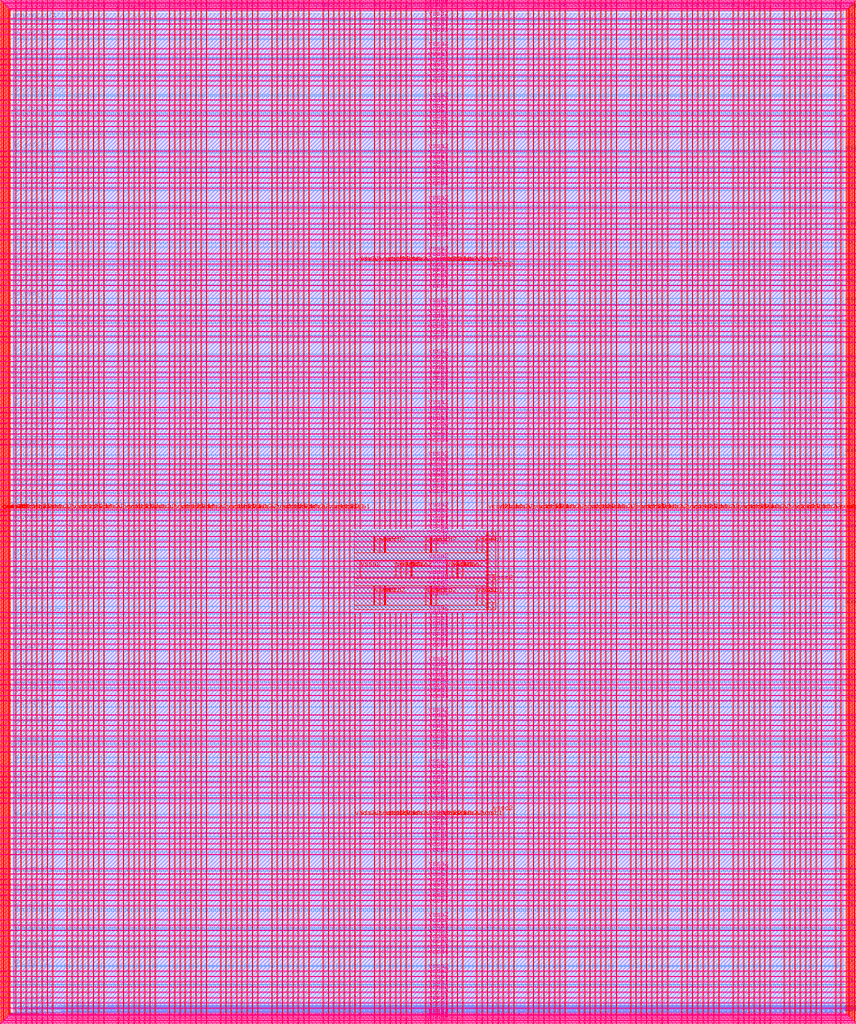
<source format=lef>
VERSION 5.7 ;
  NOWIREEXTENSIONATPIN ON ;
  DIVIDERCHAR "/" ;
  BUSBITCHARS "[]" ;
MACRO user_project_wrapper
  CLASS BLOCK ;
  FOREIGN user_project_wrapper ;
  ORIGIN 0.000 0.000 ;
  SIZE 2920.000 BY 3520.000 ;
  PIN analog_io[0]
    DIRECTION INOUT ;
    USE SIGNAL ;
    PORT
      LAYER met3 ;
        RECT 2917.600 1426.380 2924.800 1427.580 ;
    END
  END analog_io[0]
  PIN analog_io[10]
    DIRECTION INOUT ;
    USE SIGNAL ;
    PORT
      LAYER met2 ;
        RECT 2230.490 3517.600 2231.050 3524.800 ;
    END
  END analog_io[10]
  PIN analog_io[11]
    DIRECTION INOUT ;
    USE SIGNAL ;
    PORT
      LAYER met2 ;
        RECT 1905.730 3517.600 1906.290 3524.800 ;
    END
  END analog_io[11]
  PIN analog_io[12]
    DIRECTION INOUT ;
    USE SIGNAL ;
    PORT
      LAYER met2 ;
        RECT 1581.430 3517.600 1581.990 3524.800 ;
    END
  END analog_io[12]
  PIN analog_io[13]
    DIRECTION INOUT ;
    USE SIGNAL ;
    PORT
      LAYER met2 ;
        RECT 1257.130 3517.600 1257.690 3524.800 ;
    END
  END analog_io[13]
  PIN analog_io[14]
    DIRECTION INOUT ;
    USE SIGNAL ;
    PORT
      LAYER met2 ;
        RECT 932.370 3517.600 932.930 3524.800 ;
    END
  END analog_io[14]
  PIN analog_io[15]
    DIRECTION INOUT ;
    USE SIGNAL ;
    PORT
      LAYER met2 ;
        RECT 608.070 3517.600 608.630 3524.800 ;
    END
  END analog_io[15]
  PIN analog_io[16]
    DIRECTION INOUT ;
    USE SIGNAL ;
    PORT
      LAYER met2 ;
        RECT 283.770 3517.600 284.330 3524.800 ;
    END
  END analog_io[16]
  PIN analog_io[17]
    DIRECTION INOUT ;
    USE SIGNAL ;
    PORT
      LAYER met3 ;
        RECT -4.800 3486.100 2.400 3487.300 ;
    END
  END analog_io[17]
  PIN analog_io[18]
    DIRECTION INOUT ;
    USE SIGNAL ;
    PORT
      LAYER met3 ;
        RECT -4.800 3224.980 2.400 3226.180 ;
    END
  END analog_io[18]
  PIN analog_io[19]
    DIRECTION INOUT ;
    USE SIGNAL ;
    PORT
      LAYER met3 ;
        RECT -4.800 2964.540 2.400 2965.740 ;
    END
  END analog_io[19]
  PIN analog_io[1]
    DIRECTION INOUT ;
    USE SIGNAL ;
    PORT
      LAYER met3 ;
        RECT 2917.600 1692.260 2924.800 1693.460 ;
    END
  END analog_io[1]
  PIN analog_io[20]
    DIRECTION INOUT ;
    USE SIGNAL ;
    PORT
      LAYER met3 ;
        RECT -4.800 2703.420 2.400 2704.620 ;
    END
  END analog_io[20]
  PIN analog_io[21]
    DIRECTION INOUT ;
    USE SIGNAL ;
    PORT
      LAYER met3 ;
        RECT -4.800 2442.980 2.400 2444.180 ;
    END
  END analog_io[21]
  PIN analog_io[22]
    DIRECTION INOUT ;
    USE SIGNAL ;
    PORT
      LAYER met3 ;
        RECT -4.800 2182.540 2.400 2183.740 ;
    END
  END analog_io[22]
  PIN analog_io[23]
    DIRECTION INOUT ;
    USE SIGNAL ;
    PORT
      LAYER met3 ;
        RECT -4.800 1921.420 2.400 1922.620 ;
    END
  END analog_io[23]
  PIN analog_io[24]
    DIRECTION INOUT ;
    USE SIGNAL ;
    PORT
      LAYER met3 ;
        RECT -4.800 1660.980 2.400 1662.180 ;
    END
  END analog_io[24]
  PIN analog_io[25]
    DIRECTION INOUT ;
    USE SIGNAL ;
    PORT
      LAYER met3 ;
        RECT -4.800 1399.860 2.400 1401.060 ;
    END
  END analog_io[25]
  PIN analog_io[26]
    DIRECTION INOUT ;
    USE SIGNAL ;
    PORT
      LAYER met3 ;
        RECT -4.800 1139.420 2.400 1140.620 ;
    END
  END analog_io[26]
  PIN analog_io[27]
    DIRECTION INOUT ;
    USE SIGNAL ;
    PORT
      LAYER met3 ;
        RECT -4.800 878.980 2.400 880.180 ;
    END
  END analog_io[27]
  PIN analog_io[28]
    DIRECTION INOUT ;
    USE SIGNAL ;
    PORT
      LAYER met3 ;
        RECT -4.800 617.860 2.400 619.060 ;
    END
  END analog_io[28]
  PIN analog_io[2]
    DIRECTION INOUT ;
    USE SIGNAL ;
    PORT
      LAYER met3 ;
        RECT 2917.600 1958.140 2924.800 1959.340 ;
    END
  END analog_io[2]
  PIN analog_io[3]
    DIRECTION INOUT ;
    USE SIGNAL ;
    PORT
      LAYER met3 ;
        RECT 2917.600 2223.340 2924.800 2224.540 ;
    END
  END analog_io[3]
  PIN analog_io[4]
    DIRECTION INOUT ;
    USE SIGNAL ;
    PORT
      LAYER met3 ;
        RECT 2917.600 2489.220 2924.800 2490.420 ;
    END
  END analog_io[4]
  PIN analog_io[5]
    DIRECTION INOUT ;
    USE SIGNAL ;
    PORT
      LAYER met3 ;
        RECT 2917.600 2755.100 2924.800 2756.300 ;
    END
  END analog_io[5]
  PIN analog_io[6]
    DIRECTION INOUT ;
    USE SIGNAL ;
    PORT
      LAYER met3 ;
        RECT 2917.600 3020.300 2924.800 3021.500 ;
    END
  END analog_io[6]
  PIN analog_io[7]
    DIRECTION INOUT ;
    USE SIGNAL ;
    PORT
      LAYER met3 ;
        RECT 2917.600 3286.180 2924.800 3287.380 ;
    END
  END analog_io[7]
  PIN analog_io[8]
    DIRECTION INOUT ;
    USE SIGNAL ;
    PORT
      LAYER met2 ;
        RECT 2879.090 3517.600 2879.650 3524.800 ;
    END
  END analog_io[8]
  PIN analog_io[9]
    DIRECTION INOUT ;
    USE SIGNAL ;
    PORT
      LAYER met2 ;
        RECT 2554.790 3517.600 2555.350 3524.800 ;
    END
  END analog_io[9]
  PIN io_in[0]
    DIRECTION INPUT ;
    USE SIGNAL ;
    PORT
      LAYER met3 ;
        RECT 2917.600 32.380 2924.800 33.580 ;
    END
  END io_in[0]
  PIN io_in[10]
    DIRECTION INPUT ;
    USE SIGNAL ;
    PORT
      LAYER met3 ;
        RECT 2917.600 2289.980 2924.800 2291.180 ;
    END
  END io_in[10]
  PIN io_in[11]
    DIRECTION INPUT ;
    USE SIGNAL ;
    PORT
      LAYER met3 ;
        RECT 2917.600 2555.860 2924.800 2557.060 ;
    END
  END io_in[11]
  PIN io_in[12]
    DIRECTION INPUT ;
    USE SIGNAL ;
    PORT
      LAYER met3 ;
        RECT 2917.600 2821.060 2924.800 2822.260 ;
    END
  END io_in[12]
  PIN io_in[13]
    DIRECTION INPUT ;
    USE SIGNAL ;
    PORT
      LAYER met3 ;
        RECT 2917.600 3086.940 2924.800 3088.140 ;
    END
  END io_in[13]
  PIN io_in[14]
    DIRECTION INPUT ;
    USE SIGNAL ;
    PORT
      LAYER met3 ;
        RECT 2917.600 3352.820 2924.800 3354.020 ;
    END
  END io_in[14]
  PIN io_in[15]
    DIRECTION INPUT ;
    USE SIGNAL ;
    PORT
      LAYER met2 ;
        RECT 2798.130 3517.600 2798.690 3524.800 ;
    END
  END io_in[15]
  PIN io_in[16]
    DIRECTION INPUT ;
    USE SIGNAL ;
    PORT
      LAYER met2 ;
        RECT 2473.830 3517.600 2474.390 3524.800 ;
    END
  END io_in[16]
  PIN io_in[17]
    DIRECTION INPUT ;
    USE SIGNAL ;
    PORT
      LAYER met2 ;
        RECT 2149.070 3517.600 2149.630 3524.800 ;
    END
  END io_in[17]
  PIN io_in[18]
    DIRECTION INPUT ;
    USE SIGNAL ;
    PORT
      LAYER met2 ;
        RECT 1824.770 3517.600 1825.330 3524.800 ;
    END
  END io_in[18]
  PIN io_in[19]
    DIRECTION INPUT ;
    USE SIGNAL ;
    PORT
      LAYER met2 ;
        RECT 1500.470 3517.600 1501.030 3524.800 ;
    END
  END io_in[19]
  PIN io_in[1]
    DIRECTION INPUT ;
    USE SIGNAL ;
    PORT
      LAYER met3 ;
        RECT 2917.600 230.940 2924.800 232.140 ;
    END
  END io_in[1]
  PIN io_in[20]
    DIRECTION INPUT ;
    USE SIGNAL ;
    PORT
      LAYER met2 ;
        RECT 1175.710 3517.600 1176.270 3524.800 ;
    END
  END io_in[20]
  PIN io_in[21]
    DIRECTION INPUT ;
    USE SIGNAL ;
    PORT
      LAYER met2 ;
        RECT 851.410 3517.600 851.970 3524.800 ;
    END
  END io_in[21]
  PIN io_in[22]
    DIRECTION INPUT ;
    USE SIGNAL ;
    PORT
      LAYER met2 ;
        RECT 527.110 3517.600 527.670 3524.800 ;
    END
  END io_in[22]
  PIN io_in[23]
    DIRECTION INPUT ;
    USE SIGNAL ;
    ANTENNAGATEAREA 0.990000 ;
    PORT
      LAYER met2 ;
        RECT 202.350 3517.600 202.910 3524.800 ;
    END
  END io_in[23]
  PIN io_in[24]
    DIRECTION INPUT ;
    USE SIGNAL ;
    PORT
      LAYER met3 ;
        RECT -4.800 3420.820 2.400 3422.020 ;
    END
  END io_in[24]
  PIN io_in[25]
    DIRECTION INPUT ;
    USE SIGNAL ;
    PORT
      LAYER met3 ;
        RECT -4.800 3159.700 2.400 3160.900 ;
    END
  END io_in[25]
  PIN io_in[26]
    DIRECTION INPUT ;
    USE SIGNAL ;
    PORT
      LAYER met3 ;
        RECT -4.800 2899.260 2.400 2900.460 ;
    END
  END io_in[26]
  PIN io_in[27]
    DIRECTION INPUT ;
    USE SIGNAL ;
    PORT
      LAYER met3 ;
        RECT -4.800 2638.820 2.400 2640.020 ;
    END
  END io_in[27]
  PIN io_in[28]
    DIRECTION INPUT ;
    USE SIGNAL ;
    PORT
      LAYER met3 ;
        RECT -4.800 2377.700 2.400 2378.900 ;
    END
  END io_in[28]
  PIN io_in[29]
    DIRECTION INPUT ;
    USE SIGNAL ;
    PORT
      LAYER met3 ;
        RECT -4.800 2117.260 2.400 2118.460 ;
    END
  END io_in[29]
  PIN io_in[2]
    DIRECTION INPUT ;
    USE SIGNAL ;
    PORT
      LAYER met3 ;
        RECT 2917.600 430.180 2924.800 431.380 ;
    END
  END io_in[2]
  PIN io_in[30]
    DIRECTION INPUT ;
    USE SIGNAL ;
    PORT
      LAYER met3 ;
        RECT -4.800 1856.140 2.400 1857.340 ;
    END
  END io_in[30]
  PIN io_in[31]
    DIRECTION INPUT ;
    USE SIGNAL ;
    PORT
      LAYER met3 ;
        RECT -4.800 1595.700 2.400 1596.900 ;
    END
  END io_in[31]
  PIN io_in[32]
    DIRECTION INPUT ;
    USE SIGNAL ;
    PORT
      LAYER met3 ;
        RECT -4.800 1335.260 2.400 1336.460 ;
    END
  END io_in[32]
  PIN io_in[33]
    DIRECTION INPUT ;
    USE SIGNAL ;
    PORT
      LAYER met3 ;
        RECT -4.800 1074.140 2.400 1075.340 ;
    END
  END io_in[33]
  PIN io_in[34]
    DIRECTION INPUT ;
    USE SIGNAL ;
    PORT
      LAYER met3 ;
        RECT -4.800 813.700 2.400 814.900 ;
    END
  END io_in[34]
  PIN io_in[35]
    DIRECTION INPUT ;
    USE SIGNAL ;
    PORT
      LAYER met3 ;
        RECT -4.800 552.580 2.400 553.780 ;
    END
  END io_in[35]
  PIN io_in[36]
    DIRECTION INPUT ;
    USE SIGNAL ;
    PORT
      LAYER met3 ;
        RECT -4.800 357.420 2.400 358.620 ;
    END
  END io_in[36]
  PIN io_in[37]
    DIRECTION INPUT ;
    USE SIGNAL ;
    PORT
      LAYER met3 ;
        RECT -4.800 161.580 2.400 162.780 ;
    END
  END io_in[37]
  PIN io_in[3]
    DIRECTION INPUT ;
    USE SIGNAL ;
    PORT
      LAYER met3 ;
        RECT 2917.600 629.420 2924.800 630.620 ;
    END
  END io_in[3]
  PIN io_in[4]
    DIRECTION INPUT ;
    USE SIGNAL ;
    PORT
      LAYER met3 ;
        RECT 2917.600 828.660 2924.800 829.860 ;
    END
  END io_in[4]
  PIN io_in[5]
    DIRECTION INPUT ;
    USE SIGNAL ;
    PORT
      LAYER met3 ;
        RECT 2917.600 1027.900 2924.800 1029.100 ;
    END
  END io_in[5]
  PIN io_in[6]
    DIRECTION INPUT ;
    USE SIGNAL ;
    PORT
      LAYER met3 ;
        RECT 2917.600 1227.140 2924.800 1228.340 ;
    END
  END io_in[6]
  PIN io_in[7]
    DIRECTION INPUT ;
    USE SIGNAL ;
    PORT
      LAYER met3 ;
        RECT 2917.600 1493.020 2924.800 1494.220 ;
    END
  END io_in[7]
  PIN io_in[8]
    DIRECTION INPUT ;
    USE SIGNAL ;
    PORT
      LAYER met3 ;
        RECT 2917.600 1758.900 2924.800 1760.100 ;
    END
  END io_in[8]
  PIN io_in[9]
    DIRECTION INPUT ;
    USE SIGNAL ;
    PORT
      LAYER met3 ;
        RECT 2917.600 2024.100 2924.800 2025.300 ;
    END
  END io_in[9]
  PIN io_oeb[0]
    DIRECTION OUTPUT TRISTATE ;
    USE SIGNAL ;
    PORT
      LAYER met3 ;
        RECT 2917.600 164.980 2924.800 166.180 ;
    END
  END io_oeb[0]
  PIN io_oeb[10]
    DIRECTION OUTPUT TRISTATE ;
    USE SIGNAL ;
    PORT
      LAYER met3 ;
        RECT 2917.600 2422.580 2924.800 2423.780 ;
    END
  END io_oeb[10]
  PIN io_oeb[11]
    DIRECTION OUTPUT TRISTATE ;
    USE SIGNAL ;
    PORT
      LAYER met3 ;
        RECT 2917.600 2688.460 2924.800 2689.660 ;
    END
  END io_oeb[11]
  PIN io_oeb[12]
    DIRECTION OUTPUT TRISTATE ;
    USE SIGNAL ;
    PORT
      LAYER met3 ;
        RECT 2917.600 2954.340 2924.800 2955.540 ;
    END
  END io_oeb[12]
  PIN io_oeb[13]
    DIRECTION OUTPUT TRISTATE ;
    USE SIGNAL ;
    PORT
      LAYER met3 ;
        RECT 2917.600 3219.540 2924.800 3220.740 ;
    END
  END io_oeb[13]
  PIN io_oeb[14]
    DIRECTION OUTPUT TRISTATE ;
    USE SIGNAL ;
    PORT
      LAYER met3 ;
        RECT 2917.600 3485.420 2924.800 3486.620 ;
    END
  END io_oeb[14]
  PIN io_oeb[15]
    DIRECTION OUTPUT TRISTATE ;
    USE SIGNAL ;
    PORT
      LAYER met2 ;
        RECT 2635.750 3517.600 2636.310 3524.800 ;
    END
  END io_oeb[15]
  PIN io_oeb[16]
    DIRECTION OUTPUT TRISTATE ;
    USE SIGNAL ;
    PORT
      LAYER met2 ;
        RECT 2311.450 3517.600 2312.010 3524.800 ;
    END
  END io_oeb[16]
  PIN io_oeb[17]
    DIRECTION OUTPUT TRISTATE ;
    USE SIGNAL ;
    PORT
      LAYER met2 ;
        RECT 1987.150 3517.600 1987.710 3524.800 ;
    END
  END io_oeb[17]
  PIN io_oeb[18]
    DIRECTION OUTPUT TRISTATE ;
    USE SIGNAL ;
    PORT
      LAYER met2 ;
        RECT 1662.390 3517.600 1662.950 3524.800 ;
    END
  END io_oeb[18]
  PIN io_oeb[19]
    DIRECTION OUTPUT TRISTATE ;
    USE SIGNAL ;
    PORT
      LAYER met2 ;
        RECT 1338.090 3517.600 1338.650 3524.800 ;
    END
  END io_oeb[19]
  PIN io_oeb[1]
    DIRECTION OUTPUT TRISTATE ;
    USE SIGNAL ;
    PORT
      LAYER met3 ;
        RECT 2917.600 364.220 2924.800 365.420 ;
    END
  END io_oeb[1]
  PIN io_oeb[20]
    DIRECTION OUTPUT TRISTATE ;
    USE SIGNAL ;
    PORT
      LAYER met2 ;
        RECT 1013.790 3517.600 1014.350 3524.800 ;
    END
  END io_oeb[20]
  PIN io_oeb[21]
    DIRECTION OUTPUT TRISTATE ;
    USE SIGNAL ;
    PORT
      LAYER met2 ;
        RECT 689.030 3517.600 689.590 3524.800 ;
    END
  END io_oeb[21]
  PIN io_oeb[22]
    DIRECTION OUTPUT TRISTATE ;
    USE SIGNAL ;
    PORT
      LAYER met2 ;
        RECT 364.730 3517.600 365.290 3524.800 ;
    END
  END io_oeb[22]
  PIN io_oeb[23]
    DIRECTION OUTPUT TRISTATE ;
    USE SIGNAL ;
    PORT
      LAYER met2 ;
        RECT 40.430 3517.600 40.990 3524.800 ;
    END
  END io_oeb[23]
  PIN io_oeb[24]
    DIRECTION OUTPUT TRISTATE ;
    USE SIGNAL ;
    PORT
      LAYER met3 ;
        RECT -4.800 3290.260 2.400 3291.460 ;
    END
  END io_oeb[24]
  PIN io_oeb[25]
    DIRECTION OUTPUT TRISTATE ;
    USE SIGNAL ;
    PORT
      LAYER met3 ;
        RECT -4.800 3029.820 2.400 3031.020 ;
    END
  END io_oeb[25]
  PIN io_oeb[26]
    DIRECTION OUTPUT TRISTATE ;
    USE SIGNAL ;
    PORT
      LAYER met3 ;
        RECT -4.800 2768.700 2.400 2769.900 ;
    END
  END io_oeb[26]
  PIN io_oeb[27]
    DIRECTION OUTPUT TRISTATE ;
    USE SIGNAL ;
    PORT
      LAYER met3 ;
        RECT -4.800 2508.260 2.400 2509.460 ;
    END
  END io_oeb[27]
  PIN io_oeb[28]
    DIRECTION OUTPUT TRISTATE ;
    USE SIGNAL ;
    PORT
      LAYER met3 ;
        RECT -4.800 2247.140 2.400 2248.340 ;
    END
  END io_oeb[28]
  PIN io_oeb[29]
    DIRECTION OUTPUT TRISTATE ;
    USE SIGNAL ;
    PORT
      LAYER met3 ;
        RECT -4.800 1986.700 2.400 1987.900 ;
    END
  END io_oeb[29]
  PIN io_oeb[2]
    DIRECTION OUTPUT TRISTATE ;
    USE SIGNAL ;
    PORT
      LAYER met3 ;
        RECT 2917.600 563.460 2924.800 564.660 ;
    END
  END io_oeb[2]
  PIN io_oeb[30]
    DIRECTION OUTPUT TRISTATE ;
    USE SIGNAL ;
    PORT
      LAYER met3 ;
        RECT -4.800 1726.260 2.400 1727.460 ;
    END
  END io_oeb[30]
  PIN io_oeb[31]
    DIRECTION OUTPUT TRISTATE ;
    USE SIGNAL ;
    PORT
      LAYER met3 ;
        RECT -4.800 1465.140 2.400 1466.340 ;
    END
  END io_oeb[31]
  PIN io_oeb[32]
    DIRECTION OUTPUT TRISTATE ;
    USE SIGNAL ;
    PORT
      LAYER met3 ;
        RECT -4.800 1204.700 2.400 1205.900 ;
    END
  END io_oeb[32]
  PIN io_oeb[33]
    DIRECTION OUTPUT TRISTATE ;
    USE SIGNAL ;
    PORT
      LAYER met3 ;
        RECT -4.800 943.580 2.400 944.780 ;
    END
  END io_oeb[33]
  PIN io_oeb[34]
    DIRECTION OUTPUT TRISTATE ;
    USE SIGNAL ;
    PORT
      LAYER met3 ;
        RECT -4.800 683.140 2.400 684.340 ;
    END
  END io_oeb[34]
  PIN io_oeb[35]
    DIRECTION OUTPUT TRISTATE ;
    USE SIGNAL ;
    PORT
      LAYER met3 ;
        RECT -4.800 422.700 2.400 423.900 ;
    END
  END io_oeb[35]
  PIN io_oeb[36]
    DIRECTION OUTPUT TRISTATE ;
    USE SIGNAL ;
    PORT
      LAYER met3 ;
        RECT -4.800 226.860 2.400 228.060 ;
    END
  END io_oeb[36]
  PIN io_oeb[37]
    DIRECTION OUTPUT TRISTATE ;
    USE SIGNAL ;
    PORT
      LAYER met3 ;
        RECT -4.800 31.700 2.400 32.900 ;
    END
  END io_oeb[37]
  PIN io_oeb[3]
    DIRECTION OUTPUT TRISTATE ;
    USE SIGNAL ;
    PORT
      LAYER met3 ;
        RECT 2917.600 762.700 2924.800 763.900 ;
    END
  END io_oeb[3]
  PIN io_oeb[4]
    DIRECTION OUTPUT TRISTATE ;
    USE SIGNAL ;
    PORT
      LAYER met3 ;
        RECT 2917.600 961.940 2924.800 963.140 ;
    END
  END io_oeb[4]
  PIN io_oeb[5]
    DIRECTION OUTPUT TRISTATE ;
    USE SIGNAL ;
    PORT
      LAYER met3 ;
        RECT 2917.600 1161.180 2924.800 1162.380 ;
    END
  END io_oeb[5]
  PIN io_oeb[6]
    DIRECTION OUTPUT TRISTATE ;
    USE SIGNAL ;
    PORT
      LAYER met3 ;
        RECT 2917.600 1360.420 2924.800 1361.620 ;
    END
  END io_oeb[6]
  PIN io_oeb[7]
    DIRECTION OUTPUT TRISTATE ;
    USE SIGNAL ;
    PORT
      LAYER met3 ;
        RECT 2917.600 1625.620 2924.800 1626.820 ;
    END
  END io_oeb[7]
  PIN io_oeb[8]
    DIRECTION OUTPUT TRISTATE ;
    USE SIGNAL ;
    PORT
      LAYER met3 ;
        RECT 2917.600 1891.500 2924.800 1892.700 ;
    END
  END io_oeb[8]
  PIN io_oeb[9]
    DIRECTION OUTPUT TRISTATE ;
    USE SIGNAL ;
    PORT
      LAYER met3 ;
        RECT 2917.600 2157.380 2924.800 2158.580 ;
    END
  END io_oeb[9]
  PIN io_out[0]
    DIRECTION OUTPUT TRISTATE ;
    USE SIGNAL ;
    PORT
      LAYER met3 ;
        RECT 2917.600 98.340 2924.800 99.540 ;
    END
  END io_out[0]
  PIN io_out[10]
    DIRECTION OUTPUT TRISTATE ;
    USE SIGNAL ;
    PORT
      LAYER met3 ;
        RECT 2917.600 2356.620 2924.800 2357.820 ;
    END
  END io_out[10]
  PIN io_out[11]
    DIRECTION OUTPUT TRISTATE ;
    USE SIGNAL ;
    PORT
      LAYER met3 ;
        RECT 2917.600 2621.820 2924.800 2623.020 ;
    END
  END io_out[11]
  PIN io_out[12]
    DIRECTION OUTPUT TRISTATE ;
    USE SIGNAL ;
    PORT
      LAYER met3 ;
        RECT 2917.600 2887.700 2924.800 2888.900 ;
    END
  END io_out[12]
  PIN io_out[13]
    DIRECTION OUTPUT TRISTATE ;
    USE SIGNAL ;
    PORT
      LAYER met3 ;
        RECT 2917.600 3153.580 2924.800 3154.780 ;
    END
  END io_out[13]
  PIN io_out[14]
    DIRECTION OUTPUT TRISTATE ;
    USE SIGNAL ;
    PORT
      LAYER met3 ;
        RECT 2917.600 3418.780 2924.800 3419.980 ;
    END
  END io_out[14]
  PIN io_out[15]
    DIRECTION OUTPUT TRISTATE ;
    USE SIGNAL ;
    PORT
      LAYER met2 ;
        RECT 2717.170 3517.600 2717.730 3524.800 ;
    END
  END io_out[15]
  PIN io_out[16]
    DIRECTION OUTPUT TRISTATE ;
    USE SIGNAL ;
    PORT
      LAYER met2 ;
        RECT 2392.410 3517.600 2392.970 3524.800 ;
    END
  END io_out[16]
  PIN io_out[17]
    DIRECTION OUTPUT TRISTATE ;
    USE SIGNAL ;
    PORT
      LAYER met2 ;
        RECT 2068.110 3517.600 2068.670 3524.800 ;
    END
  END io_out[17]
  PIN io_out[18]
    DIRECTION OUTPUT TRISTATE ;
    USE SIGNAL ;
    PORT
      LAYER met2 ;
        RECT 1743.810 3517.600 1744.370 3524.800 ;
    END
  END io_out[18]
  PIN io_out[19]
    DIRECTION OUTPUT TRISTATE ;
    USE SIGNAL ;
    PORT
      LAYER met2 ;
        RECT 1419.050 3517.600 1419.610 3524.800 ;
    END
  END io_out[19]
  PIN io_out[1]
    DIRECTION OUTPUT TRISTATE ;
    USE SIGNAL ;
    PORT
      LAYER met3 ;
        RECT 2917.600 297.580 2924.800 298.780 ;
    END
  END io_out[1]
  PIN io_out[20]
    DIRECTION OUTPUT TRISTATE ;
    USE SIGNAL ;
    PORT
      LAYER met2 ;
        RECT 1094.750 3517.600 1095.310 3524.800 ;
    END
  END io_out[20]
  PIN io_out[21]
    DIRECTION OUTPUT TRISTATE ;
    USE SIGNAL ;
    PORT
      LAYER met2 ;
        RECT 770.450 3517.600 771.010 3524.800 ;
    END
  END io_out[21]
  PIN io_out[22]
    DIRECTION OUTPUT TRISTATE ;
    USE SIGNAL ;
    ANTENNADIFFAREA 2.673000 ;
    PORT
      LAYER met2 ;
        RECT 445.690 3517.600 446.250 3524.800 ;
    END
  END io_out[22]
  PIN io_out[23]
    DIRECTION OUTPUT TRISTATE ;
    USE SIGNAL ;
    PORT
      LAYER met2 ;
        RECT 121.390 3517.600 121.950 3524.800 ;
    END
  END io_out[23]
  PIN io_out[24]
    DIRECTION OUTPUT TRISTATE ;
    USE SIGNAL ;
    PORT
      LAYER met3 ;
        RECT -4.800 3355.540 2.400 3356.740 ;
    END
  END io_out[24]
  PIN io_out[25]
    DIRECTION OUTPUT TRISTATE ;
    USE SIGNAL ;
    PORT
      LAYER met3 ;
        RECT -4.800 3095.100 2.400 3096.300 ;
    END
  END io_out[25]
  PIN io_out[26]
    DIRECTION OUTPUT TRISTATE ;
    USE SIGNAL ;
    PORT
      LAYER met3 ;
        RECT -4.800 2833.980 2.400 2835.180 ;
    END
  END io_out[26]
  PIN io_out[27]
    DIRECTION OUTPUT TRISTATE ;
    USE SIGNAL ;
    PORT
      LAYER met3 ;
        RECT -4.800 2573.540 2.400 2574.740 ;
    END
  END io_out[27]
  PIN io_out[28]
    DIRECTION OUTPUT TRISTATE ;
    USE SIGNAL ;
    PORT
      LAYER met3 ;
        RECT -4.800 2312.420 2.400 2313.620 ;
    END
  END io_out[28]
  PIN io_out[29]
    DIRECTION OUTPUT TRISTATE ;
    USE SIGNAL ;
    PORT
      LAYER met3 ;
        RECT -4.800 2051.980 2.400 2053.180 ;
    END
  END io_out[29]
  PIN io_out[2]
    DIRECTION OUTPUT TRISTATE ;
    USE SIGNAL ;
    PORT
      LAYER met3 ;
        RECT 2917.600 496.820 2924.800 498.020 ;
    END
  END io_out[2]
  PIN io_out[30]
    DIRECTION OUTPUT TRISTATE ;
    USE SIGNAL ;
    PORT
      LAYER met3 ;
        RECT -4.800 1791.540 2.400 1792.740 ;
    END
  END io_out[30]
  PIN io_out[31]
    DIRECTION OUTPUT TRISTATE ;
    USE SIGNAL ;
    PORT
      LAYER met3 ;
        RECT -4.800 1530.420 2.400 1531.620 ;
    END
  END io_out[31]
  PIN io_out[32]
    DIRECTION OUTPUT TRISTATE ;
    USE SIGNAL ;
    PORT
      LAYER met3 ;
        RECT -4.800 1269.980 2.400 1271.180 ;
    END
  END io_out[32]
  PIN io_out[33]
    DIRECTION OUTPUT TRISTATE ;
    USE SIGNAL ;
    PORT
      LAYER met3 ;
        RECT -4.800 1008.860 2.400 1010.060 ;
    END
  END io_out[33]
  PIN io_out[34]
    DIRECTION OUTPUT TRISTATE ;
    USE SIGNAL ;
    PORT
      LAYER met3 ;
        RECT -4.800 748.420 2.400 749.620 ;
    END
  END io_out[34]
  PIN io_out[35]
    DIRECTION OUTPUT TRISTATE ;
    USE SIGNAL ;
    PORT
      LAYER met3 ;
        RECT -4.800 487.300 2.400 488.500 ;
    END
  END io_out[35]
  PIN io_out[36]
    DIRECTION OUTPUT TRISTATE ;
    USE SIGNAL ;
    PORT
      LAYER met3 ;
        RECT -4.800 292.140 2.400 293.340 ;
    END
  END io_out[36]
  PIN io_out[37]
    DIRECTION OUTPUT TRISTATE ;
    USE SIGNAL ;
    PORT
      LAYER met3 ;
        RECT -4.800 96.300 2.400 97.500 ;
    END
  END io_out[37]
  PIN io_out[3]
    DIRECTION OUTPUT TRISTATE ;
    USE SIGNAL ;
    PORT
      LAYER met3 ;
        RECT 2917.600 696.060 2924.800 697.260 ;
    END
  END io_out[3]
  PIN io_out[4]
    DIRECTION OUTPUT TRISTATE ;
    USE SIGNAL ;
    PORT
      LAYER met3 ;
        RECT 2917.600 895.300 2924.800 896.500 ;
    END
  END io_out[4]
  PIN io_out[5]
    DIRECTION OUTPUT TRISTATE ;
    USE SIGNAL ;
    PORT
      LAYER met3 ;
        RECT 2917.600 1094.540 2924.800 1095.740 ;
    END
  END io_out[5]
  PIN io_out[6]
    DIRECTION OUTPUT TRISTATE ;
    USE SIGNAL ;
    PORT
      LAYER met3 ;
        RECT 2917.600 1293.780 2924.800 1294.980 ;
    END
  END io_out[6]
  PIN io_out[7]
    DIRECTION OUTPUT TRISTATE ;
    USE SIGNAL ;
    PORT
      LAYER met3 ;
        RECT 2917.600 1559.660 2924.800 1560.860 ;
    END
  END io_out[7]
  PIN io_out[8]
    DIRECTION OUTPUT TRISTATE ;
    USE SIGNAL ;
    PORT
      LAYER met3 ;
        RECT 2917.600 1824.860 2924.800 1826.060 ;
    END
  END io_out[8]
  PIN io_out[9]
    DIRECTION OUTPUT TRISTATE ;
    USE SIGNAL ;
    PORT
      LAYER met3 ;
        RECT 2917.600 2090.740 2924.800 2091.940 ;
    END
  END io_out[9]
  PIN la_data_in[0]
    DIRECTION INPUT ;
    USE SIGNAL ;
    PORT
      LAYER met2 ;
        RECT 629.230 -4.800 629.790 2.400 ;
    END
  END la_data_in[0]
  PIN la_data_in[100]
    DIRECTION INPUT ;
    USE SIGNAL ;
    PORT
      LAYER met2 ;
        RECT 2402.530 -4.800 2403.090 2.400 ;
    END
  END la_data_in[100]
  PIN la_data_in[101]
    DIRECTION INPUT ;
    USE SIGNAL ;
    PORT
      LAYER met2 ;
        RECT 2420.010 -4.800 2420.570 2.400 ;
    END
  END la_data_in[101]
  PIN la_data_in[102]
    DIRECTION INPUT ;
    USE SIGNAL ;
    PORT
      LAYER met2 ;
        RECT 2437.950 -4.800 2438.510 2.400 ;
    END
  END la_data_in[102]
  PIN la_data_in[103]
    DIRECTION INPUT ;
    USE SIGNAL ;
    PORT
      LAYER met2 ;
        RECT 2455.430 -4.800 2455.990 2.400 ;
    END
  END la_data_in[103]
  PIN la_data_in[104]
    DIRECTION INPUT ;
    USE SIGNAL ;
    PORT
      LAYER met2 ;
        RECT 2473.370 -4.800 2473.930 2.400 ;
    END
  END la_data_in[104]
  PIN la_data_in[105]
    DIRECTION INPUT ;
    USE SIGNAL ;
    PORT
      LAYER met2 ;
        RECT 2490.850 -4.800 2491.410 2.400 ;
    END
  END la_data_in[105]
  PIN la_data_in[106]
    DIRECTION INPUT ;
    USE SIGNAL ;
    PORT
      LAYER met2 ;
        RECT 2508.790 -4.800 2509.350 2.400 ;
    END
  END la_data_in[106]
  PIN la_data_in[107]
    DIRECTION INPUT ;
    USE SIGNAL ;
    PORT
      LAYER met2 ;
        RECT 2526.730 -4.800 2527.290 2.400 ;
    END
  END la_data_in[107]
  PIN la_data_in[108]
    DIRECTION INPUT ;
    USE SIGNAL ;
    PORT
      LAYER met2 ;
        RECT 2544.210 -4.800 2544.770 2.400 ;
    END
  END la_data_in[108]
  PIN la_data_in[109]
    DIRECTION INPUT ;
    USE SIGNAL ;
    PORT
      LAYER met2 ;
        RECT 2562.150 -4.800 2562.710 2.400 ;
    END
  END la_data_in[109]
  PIN la_data_in[10]
    DIRECTION INPUT ;
    USE SIGNAL ;
    PORT
      LAYER met2 ;
        RECT 806.330 -4.800 806.890 2.400 ;
    END
  END la_data_in[10]
  PIN la_data_in[110]
    DIRECTION INPUT ;
    USE SIGNAL ;
    PORT
      LAYER met2 ;
        RECT 2579.630 -4.800 2580.190 2.400 ;
    END
  END la_data_in[110]
  PIN la_data_in[111]
    DIRECTION INPUT ;
    USE SIGNAL ;
    PORT
      LAYER met2 ;
        RECT 2597.570 -4.800 2598.130 2.400 ;
    END
  END la_data_in[111]
  PIN la_data_in[112]
    DIRECTION INPUT ;
    USE SIGNAL ;
    PORT
      LAYER met2 ;
        RECT 2615.050 -4.800 2615.610 2.400 ;
    END
  END la_data_in[112]
  PIN la_data_in[113]
    DIRECTION INPUT ;
    USE SIGNAL ;
    PORT
      LAYER met2 ;
        RECT 2632.990 -4.800 2633.550 2.400 ;
    END
  END la_data_in[113]
  PIN la_data_in[114]
    DIRECTION INPUT ;
    USE SIGNAL ;
    PORT
      LAYER met2 ;
        RECT 2650.470 -4.800 2651.030 2.400 ;
    END
  END la_data_in[114]
  PIN la_data_in[115]
    DIRECTION INPUT ;
    USE SIGNAL ;
    PORT
      LAYER met2 ;
        RECT 2668.410 -4.800 2668.970 2.400 ;
    END
  END la_data_in[115]
  PIN la_data_in[116]
    DIRECTION INPUT ;
    USE SIGNAL ;
    PORT
      LAYER met2 ;
        RECT 2685.890 -4.800 2686.450 2.400 ;
    END
  END la_data_in[116]
  PIN la_data_in[117]
    DIRECTION INPUT ;
    USE SIGNAL ;
    PORT
      LAYER met2 ;
        RECT 2703.830 -4.800 2704.390 2.400 ;
    END
  END la_data_in[117]
  PIN la_data_in[118]
    DIRECTION INPUT ;
    USE SIGNAL ;
    PORT
      LAYER met2 ;
        RECT 2721.770 -4.800 2722.330 2.400 ;
    END
  END la_data_in[118]
  PIN la_data_in[119]
    DIRECTION INPUT ;
    USE SIGNAL ;
    PORT
      LAYER met2 ;
        RECT 2739.250 -4.800 2739.810 2.400 ;
    END
  END la_data_in[119]
  PIN la_data_in[11]
    DIRECTION INPUT ;
    USE SIGNAL ;
    PORT
      LAYER met2 ;
        RECT 824.270 -4.800 824.830 2.400 ;
    END
  END la_data_in[11]
  PIN la_data_in[120]
    DIRECTION INPUT ;
    USE SIGNAL ;
    PORT
      LAYER met2 ;
        RECT 2757.190 -4.800 2757.750 2.400 ;
    END
  END la_data_in[120]
  PIN la_data_in[121]
    DIRECTION INPUT ;
    USE SIGNAL ;
    PORT
      LAYER met2 ;
        RECT 2774.670 -4.800 2775.230 2.400 ;
    END
  END la_data_in[121]
  PIN la_data_in[122]
    DIRECTION INPUT ;
    USE SIGNAL ;
    PORT
      LAYER met2 ;
        RECT 2792.610 -4.800 2793.170 2.400 ;
    END
  END la_data_in[122]
  PIN la_data_in[123]
    DIRECTION INPUT ;
    USE SIGNAL ;
    PORT
      LAYER met2 ;
        RECT 2810.090 -4.800 2810.650 2.400 ;
    END
  END la_data_in[123]
  PIN la_data_in[124]
    DIRECTION INPUT ;
    USE SIGNAL ;
    PORT
      LAYER met2 ;
        RECT 2828.030 -4.800 2828.590 2.400 ;
    END
  END la_data_in[124]
  PIN la_data_in[125]
    DIRECTION INPUT ;
    USE SIGNAL ;
    PORT
      LAYER met2 ;
        RECT 2845.510 -4.800 2846.070 2.400 ;
    END
  END la_data_in[125]
  PIN la_data_in[126]
    DIRECTION INPUT ;
    USE SIGNAL ;
    PORT
      LAYER met2 ;
        RECT 2863.450 -4.800 2864.010 2.400 ;
    END
  END la_data_in[126]
  PIN la_data_in[127]
    DIRECTION INPUT ;
    USE SIGNAL ;
    PORT
      LAYER met2 ;
        RECT 2881.390 -4.800 2881.950 2.400 ;
    END
  END la_data_in[127]
  PIN la_data_in[12]
    DIRECTION INPUT ;
    USE SIGNAL ;
    PORT
      LAYER met2 ;
        RECT 841.750 -4.800 842.310 2.400 ;
    END
  END la_data_in[12]
  PIN la_data_in[13]
    DIRECTION INPUT ;
    USE SIGNAL ;
    PORT
      LAYER met2 ;
        RECT 859.690 -4.800 860.250 2.400 ;
    END
  END la_data_in[13]
  PIN la_data_in[14]
    DIRECTION INPUT ;
    USE SIGNAL ;
    PORT
      LAYER met2 ;
        RECT 877.170 -4.800 877.730 2.400 ;
    END
  END la_data_in[14]
  PIN la_data_in[15]
    DIRECTION INPUT ;
    USE SIGNAL ;
    PORT
      LAYER met2 ;
        RECT 895.110 -4.800 895.670 2.400 ;
    END
  END la_data_in[15]
  PIN la_data_in[16]
    DIRECTION INPUT ;
    USE SIGNAL ;
    PORT
      LAYER met2 ;
        RECT 912.590 -4.800 913.150 2.400 ;
    END
  END la_data_in[16]
  PIN la_data_in[17]
    DIRECTION INPUT ;
    USE SIGNAL ;
    PORT
      LAYER met2 ;
        RECT 930.530 -4.800 931.090 2.400 ;
    END
  END la_data_in[17]
  PIN la_data_in[18]
    DIRECTION INPUT ;
    USE SIGNAL ;
    PORT
      LAYER met2 ;
        RECT 948.470 -4.800 949.030 2.400 ;
    END
  END la_data_in[18]
  PIN la_data_in[19]
    DIRECTION INPUT ;
    USE SIGNAL ;
    PORT
      LAYER met2 ;
        RECT 965.950 -4.800 966.510 2.400 ;
    END
  END la_data_in[19]
  PIN la_data_in[1]
    DIRECTION INPUT ;
    USE SIGNAL ;
    PORT
      LAYER met2 ;
        RECT 646.710 -4.800 647.270 2.400 ;
    END
  END la_data_in[1]
  PIN la_data_in[20]
    DIRECTION INPUT ;
    USE SIGNAL ;
    PORT
      LAYER met2 ;
        RECT 983.890 -4.800 984.450 2.400 ;
    END
  END la_data_in[20]
  PIN la_data_in[21]
    DIRECTION INPUT ;
    USE SIGNAL ;
    PORT
      LAYER met2 ;
        RECT 1001.370 -4.800 1001.930 2.400 ;
    END
  END la_data_in[21]
  PIN la_data_in[22]
    DIRECTION INPUT ;
    USE SIGNAL ;
    PORT
      LAYER met2 ;
        RECT 1019.310 -4.800 1019.870 2.400 ;
    END
  END la_data_in[22]
  PIN la_data_in[23]
    DIRECTION INPUT ;
    USE SIGNAL ;
    PORT
      LAYER met2 ;
        RECT 1036.790 -4.800 1037.350 2.400 ;
    END
  END la_data_in[23]
  PIN la_data_in[24]
    DIRECTION INPUT ;
    USE SIGNAL ;
    PORT
      LAYER met2 ;
        RECT 1054.730 -4.800 1055.290 2.400 ;
    END
  END la_data_in[24]
  PIN la_data_in[25]
    DIRECTION INPUT ;
    USE SIGNAL ;
    PORT
      LAYER met2 ;
        RECT 1072.210 -4.800 1072.770 2.400 ;
    END
  END la_data_in[25]
  PIN la_data_in[26]
    DIRECTION INPUT ;
    USE SIGNAL ;
    PORT
      LAYER met2 ;
        RECT 1090.150 -4.800 1090.710 2.400 ;
    END
  END la_data_in[26]
  PIN la_data_in[27]
    DIRECTION INPUT ;
    USE SIGNAL ;
    PORT
      LAYER met2 ;
        RECT 1107.630 -4.800 1108.190 2.400 ;
    END
  END la_data_in[27]
  PIN la_data_in[28]
    DIRECTION INPUT ;
    USE SIGNAL ;
    PORT
      LAYER met2 ;
        RECT 1125.570 -4.800 1126.130 2.400 ;
    END
  END la_data_in[28]
  PIN la_data_in[29]
    DIRECTION INPUT ;
    USE SIGNAL ;
    PORT
      LAYER met2 ;
        RECT 1143.510 -4.800 1144.070 2.400 ;
    END
  END la_data_in[29]
  PIN la_data_in[2]
    DIRECTION INPUT ;
    USE SIGNAL ;
    PORT
      LAYER met2 ;
        RECT 664.650 -4.800 665.210 2.400 ;
    END
  END la_data_in[2]
  PIN la_data_in[30]
    DIRECTION INPUT ;
    USE SIGNAL ;
    PORT
      LAYER met2 ;
        RECT 1160.990 -4.800 1161.550 2.400 ;
    END
  END la_data_in[30]
  PIN la_data_in[31]
    DIRECTION INPUT ;
    USE SIGNAL ;
    PORT
      LAYER met2 ;
        RECT 1178.930 -4.800 1179.490 2.400 ;
    END
  END la_data_in[31]
  PIN la_data_in[32]
    DIRECTION INPUT ;
    USE SIGNAL ;
    PORT
      LAYER met2 ;
        RECT 1196.410 -4.800 1196.970 2.400 ;
    END
  END la_data_in[32]
  PIN la_data_in[33]
    DIRECTION INPUT ;
    USE SIGNAL ;
    PORT
      LAYER met2 ;
        RECT 1214.350 -4.800 1214.910 2.400 ;
    END
  END la_data_in[33]
  PIN la_data_in[34]
    DIRECTION INPUT ;
    USE SIGNAL ;
    PORT
      LAYER met2 ;
        RECT 1231.830 -4.800 1232.390 2.400 ;
    END
  END la_data_in[34]
  PIN la_data_in[35]
    DIRECTION INPUT ;
    USE SIGNAL ;
    PORT
      LAYER met2 ;
        RECT 1249.770 -4.800 1250.330 2.400 ;
    END
  END la_data_in[35]
  PIN la_data_in[36]
    DIRECTION INPUT ;
    USE SIGNAL ;
    PORT
      LAYER met2 ;
        RECT 1267.250 -4.800 1267.810 2.400 ;
    END
  END la_data_in[36]
  PIN la_data_in[37]
    DIRECTION INPUT ;
    USE SIGNAL ;
    PORT
      LAYER met2 ;
        RECT 1285.190 -4.800 1285.750 2.400 ;
    END
  END la_data_in[37]
  PIN la_data_in[38]
    DIRECTION INPUT ;
    USE SIGNAL ;
    PORT
      LAYER met2 ;
        RECT 1303.130 -4.800 1303.690 2.400 ;
    END
  END la_data_in[38]
  PIN la_data_in[39]
    DIRECTION INPUT ;
    USE SIGNAL ;
    PORT
      LAYER met2 ;
        RECT 1320.610 -4.800 1321.170 2.400 ;
    END
  END la_data_in[39]
  PIN la_data_in[3]
    DIRECTION INPUT ;
    USE SIGNAL ;
    PORT
      LAYER met2 ;
        RECT 682.130 -4.800 682.690 2.400 ;
    END
  END la_data_in[3]
  PIN la_data_in[40]
    DIRECTION INPUT ;
    USE SIGNAL ;
    PORT
      LAYER met2 ;
        RECT 1338.550 -4.800 1339.110 2.400 ;
    END
  END la_data_in[40]
  PIN la_data_in[41]
    DIRECTION INPUT ;
    USE SIGNAL ;
    PORT
      LAYER met2 ;
        RECT 1356.030 -4.800 1356.590 2.400 ;
    END
  END la_data_in[41]
  PIN la_data_in[42]
    DIRECTION INPUT ;
    USE SIGNAL ;
    PORT
      LAYER met2 ;
        RECT 1373.970 -4.800 1374.530 2.400 ;
    END
  END la_data_in[42]
  PIN la_data_in[43]
    DIRECTION INPUT ;
    USE SIGNAL ;
    PORT
      LAYER met2 ;
        RECT 1391.450 -4.800 1392.010 2.400 ;
    END
  END la_data_in[43]
  PIN la_data_in[44]
    DIRECTION INPUT ;
    USE SIGNAL ;
    PORT
      LAYER met2 ;
        RECT 1409.390 -4.800 1409.950 2.400 ;
    END
  END la_data_in[44]
  PIN la_data_in[45]
    DIRECTION INPUT ;
    USE SIGNAL ;
    PORT
      LAYER met2 ;
        RECT 1426.870 -4.800 1427.430 2.400 ;
    END
  END la_data_in[45]
  PIN la_data_in[46]
    DIRECTION INPUT ;
    USE SIGNAL ;
    PORT
      LAYER met2 ;
        RECT 1444.810 -4.800 1445.370 2.400 ;
    END
  END la_data_in[46]
  PIN la_data_in[47]
    DIRECTION INPUT ;
    USE SIGNAL ;
    PORT
      LAYER met2 ;
        RECT 1462.750 -4.800 1463.310 2.400 ;
    END
  END la_data_in[47]
  PIN la_data_in[48]
    DIRECTION INPUT ;
    USE SIGNAL ;
    PORT
      LAYER met2 ;
        RECT 1480.230 -4.800 1480.790 2.400 ;
    END
  END la_data_in[48]
  PIN la_data_in[49]
    DIRECTION INPUT ;
    USE SIGNAL ;
    PORT
      LAYER met2 ;
        RECT 1498.170 -4.800 1498.730 2.400 ;
    END
  END la_data_in[49]
  PIN la_data_in[4]
    DIRECTION INPUT ;
    USE SIGNAL ;
    PORT
      LAYER met2 ;
        RECT 700.070 -4.800 700.630 2.400 ;
    END
  END la_data_in[4]
  PIN la_data_in[50]
    DIRECTION INPUT ;
    USE SIGNAL ;
    PORT
      LAYER met2 ;
        RECT 1515.650 -4.800 1516.210 2.400 ;
    END
  END la_data_in[50]
  PIN la_data_in[51]
    DIRECTION INPUT ;
    USE SIGNAL ;
    PORT
      LAYER met2 ;
        RECT 1533.590 -4.800 1534.150 2.400 ;
    END
  END la_data_in[51]
  PIN la_data_in[52]
    DIRECTION INPUT ;
    USE SIGNAL ;
    PORT
      LAYER met2 ;
        RECT 1551.070 -4.800 1551.630 2.400 ;
    END
  END la_data_in[52]
  PIN la_data_in[53]
    DIRECTION INPUT ;
    USE SIGNAL ;
    PORT
      LAYER met2 ;
        RECT 1569.010 -4.800 1569.570 2.400 ;
    END
  END la_data_in[53]
  PIN la_data_in[54]
    DIRECTION INPUT ;
    USE SIGNAL ;
    PORT
      LAYER met2 ;
        RECT 1586.490 -4.800 1587.050 2.400 ;
    END
  END la_data_in[54]
  PIN la_data_in[55]
    DIRECTION INPUT ;
    USE SIGNAL ;
    PORT
      LAYER met2 ;
        RECT 1604.430 -4.800 1604.990 2.400 ;
    END
  END la_data_in[55]
  PIN la_data_in[56]
    DIRECTION INPUT ;
    USE SIGNAL ;
    PORT
      LAYER met2 ;
        RECT 1621.910 -4.800 1622.470 2.400 ;
    END
  END la_data_in[56]
  PIN la_data_in[57]
    DIRECTION INPUT ;
    USE SIGNAL ;
    PORT
      LAYER met2 ;
        RECT 1639.850 -4.800 1640.410 2.400 ;
    END
  END la_data_in[57]
  PIN la_data_in[58]
    DIRECTION INPUT ;
    USE SIGNAL ;
    PORT
      LAYER met2 ;
        RECT 1657.790 -4.800 1658.350 2.400 ;
    END
  END la_data_in[58]
  PIN la_data_in[59]
    DIRECTION INPUT ;
    USE SIGNAL ;
    PORT
      LAYER met2 ;
        RECT 1675.270 -4.800 1675.830 2.400 ;
    END
  END la_data_in[59]
  PIN la_data_in[5]
    DIRECTION INPUT ;
    USE SIGNAL ;
    PORT
      LAYER met2 ;
        RECT 717.550 -4.800 718.110 2.400 ;
    END
  END la_data_in[5]
  PIN la_data_in[60]
    DIRECTION INPUT ;
    USE SIGNAL ;
    PORT
      LAYER met2 ;
        RECT 1693.210 -4.800 1693.770 2.400 ;
    END
  END la_data_in[60]
  PIN la_data_in[61]
    DIRECTION INPUT ;
    USE SIGNAL ;
    PORT
      LAYER met2 ;
        RECT 1710.690 -4.800 1711.250 2.400 ;
    END
  END la_data_in[61]
  PIN la_data_in[62]
    DIRECTION INPUT ;
    USE SIGNAL ;
    PORT
      LAYER met2 ;
        RECT 1728.630 -4.800 1729.190 2.400 ;
    END
  END la_data_in[62]
  PIN la_data_in[63]
    DIRECTION INPUT ;
    USE SIGNAL ;
    PORT
      LAYER met2 ;
        RECT 1746.110 -4.800 1746.670 2.400 ;
    END
  END la_data_in[63]
  PIN la_data_in[64]
    DIRECTION INPUT ;
    USE SIGNAL ;
    PORT
      LAYER met2 ;
        RECT 1764.050 -4.800 1764.610 2.400 ;
    END
  END la_data_in[64]
  PIN la_data_in[65]
    DIRECTION INPUT ;
    USE SIGNAL ;
    PORT
      LAYER met2 ;
        RECT 1781.530 -4.800 1782.090 2.400 ;
    END
  END la_data_in[65]
  PIN la_data_in[66]
    DIRECTION INPUT ;
    USE SIGNAL ;
    PORT
      LAYER met2 ;
        RECT 1799.470 -4.800 1800.030 2.400 ;
    END
  END la_data_in[66]
  PIN la_data_in[67]
    DIRECTION INPUT ;
    USE SIGNAL ;
    PORT
      LAYER met2 ;
        RECT 1817.410 -4.800 1817.970 2.400 ;
    END
  END la_data_in[67]
  PIN la_data_in[68]
    DIRECTION INPUT ;
    USE SIGNAL ;
    PORT
      LAYER met2 ;
        RECT 1834.890 -4.800 1835.450 2.400 ;
    END
  END la_data_in[68]
  PIN la_data_in[69]
    DIRECTION INPUT ;
    USE SIGNAL ;
    PORT
      LAYER met2 ;
        RECT 1852.830 -4.800 1853.390 2.400 ;
    END
  END la_data_in[69]
  PIN la_data_in[6]
    DIRECTION INPUT ;
    USE SIGNAL ;
    PORT
      LAYER met2 ;
        RECT 735.490 -4.800 736.050 2.400 ;
    END
  END la_data_in[6]
  PIN la_data_in[70]
    DIRECTION INPUT ;
    USE SIGNAL ;
    PORT
      LAYER met2 ;
        RECT 1870.310 -4.800 1870.870 2.400 ;
    END
  END la_data_in[70]
  PIN la_data_in[71]
    DIRECTION INPUT ;
    USE SIGNAL ;
    PORT
      LAYER met2 ;
        RECT 1888.250 -4.800 1888.810 2.400 ;
    END
  END la_data_in[71]
  PIN la_data_in[72]
    DIRECTION INPUT ;
    USE SIGNAL ;
    PORT
      LAYER met2 ;
        RECT 1905.730 -4.800 1906.290 2.400 ;
    END
  END la_data_in[72]
  PIN la_data_in[73]
    DIRECTION INPUT ;
    USE SIGNAL ;
    PORT
      LAYER met2 ;
        RECT 1923.670 -4.800 1924.230 2.400 ;
    END
  END la_data_in[73]
  PIN la_data_in[74]
    DIRECTION INPUT ;
    USE SIGNAL ;
    PORT
      LAYER met2 ;
        RECT 1941.150 -4.800 1941.710 2.400 ;
    END
  END la_data_in[74]
  PIN la_data_in[75]
    DIRECTION INPUT ;
    USE SIGNAL ;
    PORT
      LAYER met2 ;
        RECT 1959.090 -4.800 1959.650 2.400 ;
    END
  END la_data_in[75]
  PIN la_data_in[76]
    DIRECTION INPUT ;
    USE SIGNAL ;
    PORT
      LAYER met2 ;
        RECT 1976.570 -4.800 1977.130 2.400 ;
    END
  END la_data_in[76]
  PIN la_data_in[77]
    DIRECTION INPUT ;
    USE SIGNAL ;
    PORT
      LAYER met2 ;
        RECT 1994.510 -4.800 1995.070 2.400 ;
    END
  END la_data_in[77]
  PIN la_data_in[78]
    DIRECTION INPUT ;
    USE SIGNAL ;
    PORT
      LAYER met2 ;
        RECT 2012.450 -4.800 2013.010 2.400 ;
    END
  END la_data_in[78]
  PIN la_data_in[79]
    DIRECTION INPUT ;
    USE SIGNAL ;
    PORT
      LAYER met2 ;
        RECT 2029.930 -4.800 2030.490 2.400 ;
    END
  END la_data_in[79]
  PIN la_data_in[7]
    DIRECTION INPUT ;
    USE SIGNAL ;
    PORT
      LAYER met2 ;
        RECT 752.970 -4.800 753.530 2.400 ;
    END
  END la_data_in[7]
  PIN la_data_in[80]
    DIRECTION INPUT ;
    USE SIGNAL ;
    PORT
      LAYER met2 ;
        RECT 2047.870 -4.800 2048.430 2.400 ;
    END
  END la_data_in[80]
  PIN la_data_in[81]
    DIRECTION INPUT ;
    USE SIGNAL ;
    PORT
      LAYER met2 ;
        RECT 2065.350 -4.800 2065.910 2.400 ;
    END
  END la_data_in[81]
  PIN la_data_in[82]
    DIRECTION INPUT ;
    USE SIGNAL ;
    PORT
      LAYER met2 ;
        RECT 2083.290 -4.800 2083.850 2.400 ;
    END
  END la_data_in[82]
  PIN la_data_in[83]
    DIRECTION INPUT ;
    USE SIGNAL ;
    PORT
      LAYER met2 ;
        RECT 2100.770 -4.800 2101.330 2.400 ;
    END
  END la_data_in[83]
  PIN la_data_in[84]
    DIRECTION INPUT ;
    USE SIGNAL ;
    PORT
      LAYER met2 ;
        RECT 2118.710 -4.800 2119.270 2.400 ;
    END
  END la_data_in[84]
  PIN la_data_in[85]
    DIRECTION INPUT ;
    USE SIGNAL ;
    PORT
      LAYER met2 ;
        RECT 2136.190 -4.800 2136.750 2.400 ;
    END
  END la_data_in[85]
  PIN la_data_in[86]
    DIRECTION INPUT ;
    USE SIGNAL ;
    PORT
      LAYER met2 ;
        RECT 2154.130 -4.800 2154.690 2.400 ;
    END
  END la_data_in[86]
  PIN la_data_in[87]
    DIRECTION INPUT ;
    USE SIGNAL ;
    PORT
      LAYER met2 ;
        RECT 2172.070 -4.800 2172.630 2.400 ;
    END
  END la_data_in[87]
  PIN la_data_in[88]
    DIRECTION INPUT ;
    USE SIGNAL ;
    PORT
      LAYER met2 ;
        RECT 2189.550 -4.800 2190.110 2.400 ;
    END
  END la_data_in[88]
  PIN la_data_in[89]
    DIRECTION INPUT ;
    USE SIGNAL ;
    PORT
      LAYER met2 ;
        RECT 2207.490 -4.800 2208.050 2.400 ;
    END
  END la_data_in[89]
  PIN la_data_in[8]
    DIRECTION INPUT ;
    USE SIGNAL ;
    PORT
      LAYER met2 ;
        RECT 770.910 -4.800 771.470 2.400 ;
    END
  END la_data_in[8]
  PIN la_data_in[90]
    DIRECTION INPUT ;
    USE SIGNAL ;
    PORT
      LAYER met2 ;
        RECT 2224.970 -4.800 2225.530 2.400 ;
    END
  END la_data_in[90]
  PIN la_data_in[91]
    DIRECTION INPUT ;
    USE SIGNAL ;
    PORT
      LAYER met2 ;
        RECT 2242.910 -4.800 2243.470 2.400 ;
    END
  END la_data_in[91]
  PIN la_data_in[92]
    DIRECTION INPUT ;
    USE SIGNAL ;
    PORT
      LAYER met2 ;
        RECT 2260.390 -4.800 2260.950 2.400 ;
    END
  END la_data_in[92]
  PIN la_data_in[93]
    DIRECTION INPUT ;
    USE SIGNAL ;
    PORT
      LAYER met2 ;
        RECT 2278.330 -4.800 2278.890 2.400 ;
    END
  END la_data_in[93]
  PIN la_data_in[94]
    DIRECTION INPUT ;
    USE SIGNAL ;
    PORT
      LAYER met2 ;
        RECT 2295.810 -4.800 2296.370 2.400 ;
    END
  END la_data_in[94]
  PIN la_data_in[95]
    DIRECTION INPUT ;
    USE SIGNAL ;
    PORT
      LAYER met2 ;
        RECT 2313.750 -4.800 2314.310 2.400 ;
    END
  END la_data_in[95]
  PIN la_data_in[96]
    DIRECTION INPUT ;
    USE SIGNAL ;
    PORT
      LAYER met2 ;
        RECT 2331.230 -4.800 2331.790 2.400 ;
    END
  END la_data_in[96]
  PIN la_data_in[97]
    DIRECTION INPUT ;
    USE SIGNAL ;
    PORT
      LAYER met2 ;
        RECT 2349.170 -4.800 2349.730 2.400 ;
    END
  END la_data_in[97]
  PIN la_data_in[98]
    DIRECTION INPUT ;
    USE SIGNAL ;
    PORT
      LAYER met2 ;
        RECT 2367.110 -4.800 2367.670 2.400 ;
    END
  END la_data_in[98]
  PIN la_data_in[99]
    DIRECTION INPUT ;
    USE SIGNAL ;
    PORT
      LAYER met2 ;
        RECT 2384.590 -4.800 2385.150 2.400 ;
    END
  END la_data_in[99]
  PIN la_data_in[9]
    DIRECTION INPUT ;
    USE SIGNAL ;
    PORT
      LAYER met2 ;
        RECT 788.850 -4.800 789.410 2.400 ;
    END
  END la_data_in[9]
  PIN la_data_out[0]
    DIRECTION OUTPUT TRISTATE ;
    USE SIGNAL ;
    PORT
      LAYER met2 ;
        RECT 634.750 -4.800 635.310 2.400 ;
    END
  END la_data_out[0]
  PIN la_data_out[100]
    DIRECTION OUTPUT TRISTATE ;
    USE SIGNAL ;
    PORT
      LAYER met2 ;
        RECT 2408.510 -4.800 2409.070 2.400 ;
    END
  END la_data_out[100]
  PIN la_data_out[101]
    DIRECTION OUTPUT TRISTATE ;
    USE SIGNAL ;
    PORT
      LAYER met2 ;
        RECT 2425.990 -4.800 2426.550 2.400 ;
    END
  END la_data_out[101]
  PIN la_data_out[102]
    DIRECTION OUTPUT TRISTATE ;
    USE SIGNAL ;
    PORT
      LAYER met2 ;
        RECT 2443.930 -4.800 2444.490 2.400 ;
    END
  END la_data_out[102]
  PIN la_data_out[103]
    DIRECTION OUTPUT TRISTATE ;
    USE SIGNAL ;
    PORT
      LAYER met2 ;
        RECT 2461.410 -4.800 2461.970 2.400 ;
    END
  END la_data_out[103]
  PIN la_data_out[104]
    DIRECTION OUTPUT TRISTATE ;
    USE SIGNAL ;
    PORT
      LAYER met2 ;
        RECT 2479.350 -4.800 2479.910 2.400 ;
    END
  END la_data_out[104]
  PIN la_data_out[105]
    DIRECTION OUTPUT TRISTATE ;
    USE SIGNAL ;
    PORT
      LAYER met2 ;
        RECT 2496.830 -4.800 2497.390 2.400 ;
    END
  END la_data_out[105]
  PIN la_data_out[106]
    DIRECTION OUTPUT TRISTATE ;
    USE SIGNAL ;
    PORT
      LAYER met2 ;
        RECT 2514.770 -4.800 2515.330 2.400 ;
    END
  END la_data_out[106]
  PIN la_data_out[107]
    DIRECTION OUTPUT TRISTATE ;
    USE SIGNAL ;
    PORT
      LAYER met2 ;
        RECT 2532.250 -4.800 2532.810 2.400 ;
    END
  END la_data_out[107]
  PIN la_data_out[108]
    DIRECTION OUTPUT TRISTATE ;
    USE SIGNAL ;
    PORT
      LAYER met2 ;
        RECT 2550.190 -4.800 2550.750 2.400 ;
    END
  END la_data_out[108]
  PIN la_data_out[109]
    DIRECTION OUTPUT TRISTATE ;
    USE SIGNAL ;
    PORT
      LAYER met2 ;
        RECT 2567.670 -4.800 2568.230 2.400 ;
    END
  END la_data_out[109]
  PIN la_data_out[10]
    DIRECTION OUTPUT TRISTATE ;
    USE SIGNAL ;
    ANTENNADIFFAREA 2.673000 ;
    PORT
      LAYER met2 ;
        RECT 812.310 -4.800 812.870 2.400 ;
    END
  END la_data_out[10]
  PIN la_data_out[110]
    DIRECTION OUTPUT TRISTATE ;
    USE SIGNAL ;
    PORT
      LAYER met2 ;
        RECT 2585.610 -4.800 2586.170 2.400 ;
    END
  END la_data_out[110]
  PIN la_data_out[111]
    DIRECTION OUTPUT TRISTATE ;
    USE SIGNAL ;
    PORT
      LAYER met2 ;
        RECT 2603.550 -4.800 2604.110 2.400 ;
    END
  END la_data_out[111]
  PIN la_data_out[112]
    DIRECTION OUTPUT TRISTATE ;
    USE SIGNAL ;
    PORT
      LAYER met2 ;
        RECT 2621.030 -4.800 2621.590 2.400 ;
    END
  END la_data_out[112]
  PIN la_data_out[113]
    DIRECTION OUTPUT TRISTATE ;
    USE SIGNAL ;
    PORT
      LAYER met2 ;
        RECT 2638.970 -4.800 2639.530 2.400 ;
    END
  END la_data_out[113]
  PIN la_data_out[114]
    DIRECTION OUTPUT TRISTATE ;
    USE SIGNAL ;
    PORT
      LAYER met2 ;
        RECT 2656.450 -4.800 2657.010 2.400 ;
    END
  END la_data_out[114]
  PIN la_data_out[115]
    DIRECTION OUTPUT TRISTATE ;
    USE SIGNAL ;
    PORT
      LAYER met2 ;
        RECT 2674.390 -4.800 2674.950 2.400 ;
    END
  END la_data_out[115]
  PIN la_data_out[116]
    DIRECTION OUTPUT TRISTATE ;
    USE SIGNAL ;
    PORT
      LAYER met2 ;
        RECT 2691.870 -4.800 2692.430 2.400 ;
    END
  END la_data_out[116]
  PIN la_data_out[117]
    DIRECTION OUTPUT TRISTATE ;
    USE SIGNAL ;
    PORT
      LAYER met2 ;
        RECT 2709.810 -4.800 2710.370 2.400 ;
    END
  END la_data_out[117]
  PIN la_data_out[118]
    DIRECTION OUTPUT TRISTATE ;
    USE SIGNAL ;
    PORT
      LAYER met2 ;
        RECT 2727.290 -4.800 2727.850 2.400 ;
    END
  END la_data_out[118]
  PIN la_data_out[119]
    DIRECTION OUTPUT TRISTATE ;
    USE SIGNAL ;
    PORT
      LAYER met2 ;
        RECT 2745.230 -4.800 2745.790 2.400 ;
    END
  END la_data_out[119]
  PIN la_data_out[11]
    DIRECTION OUTPUT TRISTATE ;
    USE SIGNAL ;
    ANTENNADIFFAREA 2.673000 ;
    PORT
      LAYER met2 ;
        RECT 830.250 -4.800 830.810 2.400 ;
    END
  END la_data_out[11]
  PIN la_data_out[120]
    DIRECTION OUTPUT TRISTATE ;
    USE SIGNAL ;
    PORT
      LAYER met2 ;
        RECT 2763.170 -4.800 2763.730 2.400 ;
    END
  END la_data_out[120]
  PIN la_data_out[121]
    DIRECTION OUTPUT TRISTATE ;
    USE SIGNAL ;
    PORT
      LAYER met2 ;
        RECT 2780.650 -4.800 2781.210 2.400 ;
    END
  END la_data_out[121]
  PIN la_data_out[122]
    DIRECTION OUTPUT TRISTATE ;
    USE SIGNAL ;
    PORT
      LAYER met2 ;
        RECT 2798.590 -4.800 2799.150 2.400 ;
    END
  END la_data_out[122]
  PIN la_data_out[123]
    DIRECTION OUTPUT TRISTATE ;
    USE SIGNAL ;
    PORT
      LAYER met2 ;
        RECT 2816.070 -4.800 2816.630 2.400 ;
    END
  END la_data_out[123]
  PIN la_data_out[124]
    DIRECTION OUTPUT TRISTATE ;
    USE SIGNAL ;
    PORT
      LAYER met2 ;
        RECT 2834.010 -4.800 2834.570 2.400 ;
    END
  END la_data_out[124]
  PIN la_data_out[125]
    DIRECTION OUTPUT TRISTATE ;
    USE SIGNAL ;
    PORT
      LAYER met2 ;
        RECT 2851.490 -4.800 2852.050 2.400 ;
    END
  END la_data_out[125]
  PIN la_data_out[126]
    DIRECTION OUTPUT TRISTATE ;
    USE SIGNAL ;
    PORT
      LAYER met2 ;
        RECT 2869.430 -4.800 2869.990 2.400 ;
    END
  END la_data_out[126]
  PIN la_data_out[127]
    DIRECTION OUTPUT TRISTATE ;
    USE SIGNAL ;
    PORT
      LAYER met2 ;
        RECT 2886.910 -4.800 2887.470 2.400 ;
    END
  END la_data_out[127]
  PIN la_data_out[12]
    DIRECTION OUTPUT TRISTATE ;
    USE SIGNAL ;
    ANTENNADIFFAREA 2.673000 ;
    PORT
      LAYER met2 ;
        RECT 847.730 -4.800 848.290 2.400 ;
    END
  END la_data_out[12]
  PIN la_data_out[13]
    DIRECTION OUTPUT TRISTATE ;
    USE SIGNAL ;
    PORT
      LAYER met2 ;
        RECT 865.670 -4.800 866.230 2.400 ;
    END
  END la_data_out[13]
  PIN la_data_out[14]
    DIRECTION OUTPUT TRISTATE ;
    USE SIGNAL ;
    PORT
      LAYER met2 ;
        RECT 883.150 -4.800 883.710 2.400 ;
    END
  END la_data_out[14]
  PIN la_data_out[15]
    DIRECTION OUTPUT TRISTATE ;
    USE SIGNAL ;
    PORT
      LAYER met2 ;
        RECT 901.090 -4.800 901.650 2.400 ;
    END
  END la_data_out[15]
  PIN la_data_out[16]
    DIRECTION OUTPUT TRISTATE ;
    USE SIGNAL ;
    PORT
      LAYER met2 ;
        RECT 918.570 -4.800 919.130 2.400 ;
    END
  END la_data_out[16]
  PIN la_data_out[17]
    DIRECTION OUTPUT TRISTATE ;
    USE SIGNAL ;
    PORT
      LAYER met2 ;
        RECT 936.510 -4.800 937.070 2.400 ;
    END
  END la_data_out[17]
  PIN la_data_out[18]
    DIRECTION OUTPUT TRISTATE ;
    USE SIGNAL ;
    PORT
      LAYER met2 ;
        RECT 953.990 -4.800 954.550 2.400 ;
    END
  END la_data_out[18]
  PIN la_data_out[19]
    DIRECTION OUTPUT TRISTATE ;
    USE SIGNAL ;
    PORT
      LAYER met2 ;
        RECT 971.930 -4.800 972.490 2.400 ;
    END
  END la_data_out[19]
  PIN la_data_out[1]
    DIRECTION OUTPUT TRISTATE ;
    USE SIGNAL ;
    PORT
      LAYER met2 ;
        RECT 652.690 -4.800 653.250 2.400 ;
    END
  END la_data_out[1]
  PIN la_data_out[20]
    DIRECTION OUTPUT TRISTATE ;
    USE SIGNAL ;
    PORT
      LAYER met2 ;
        RECT 989.410 -4.800 989.970 2.400 ;
    END
  END la_data_out[20]
  PIN la_data_out[21]
    DIRECTION OUTPUT TRISTATE ;
    USE SIGNAL ;
    PORT
      LAYER met2 ;
        RECT 1007.350 -4.800 1007.910 2.400 ;
    END
  END la_data_out[21]
  PIN la_data_out[22]
    DIRECTION OUTPUT TRISTATE ;
    USE SIGNAL ;
    PORT
      LAYER met2 ;
        RECT 1025.290 -4.800 1025.850 2.400 ;
    END
  END la_data_out[22]
  PIN la_data_out[23]
    DIRECTION OUTPUT TRISTATE ;
    USE SIGNAL ;
    PORT
      LAYER met2 ;
        RECT 1042.770 -4.800 1043.330 2.400 ;
    END
  END la_data_out[23]
  PIN la_data_out[24]
    DIRECTION OUTPUT TRISTATE ;
    USE SIGNAL ;
    PORT
      LAYER met2 ;
        RECT 1060.710 -4.800 1061.270 2.400 ;
    END
  END la_data_out[24]
  PIN la_data_out[25]
    DIRECTION OUTPUT TRISTATE ;
    USE SIGNAL ;
    PORT
      LAYER met2 ;
        RECT 1078.190 -4.800 1078.750 2.400 ;
    END
  END la_data_out[25]
  PIN la_data_out[26]
    DIRECTION OUTPUT TRISTATE ;
    USE SIGNAL ;
    PORT
      LAYER met2 ;
        RECT 1096.130 -4.800 1096.690 2.400 ;
    END
  END la_data_out[26]
  PIN la_data_out[27]
    DIRECTION OUTPUT TRISTATE ;
    USE SIGNAL ;
    PORT
      LAYER met2 ;
        RECT 1113.610 -4.800 1114.170 2.400 ;
    END
  END la_data_out[27]
  PIN la_data_out[28]
    DIRECTION OUTPUT TRISTATE ;
    USE SIGNAL ;
    PORT
      LAYER met2 ;
        RECT 1131.550 -4.800 1132.110 2.400 ;
    END
  END la_data_out[28]
  PIN la_data_out[29]
    DIRECTION OUTPUT TRISTATE ;
    USE SIGNAL ;
    PORT
      LAYER met2 ;
        RECT 1149.030 -4.800 1149.590 2.400 ;
    END
  END la_data_out[29]
  PIN la_data_out[2]
    DIRECTION OUTPUT TRISTATE ;
    USE SIGNAL ;
    PORT
      LAYER met2 ;
        RECT 670.630 -4.800 671.190 2.400 ;
    END
  END la_data_out[2]
  PIN la_data_out[30]
    DIRECTION OUTPUT TRISTATE ;
    USE SIGNAL ;
    PORT
      LAYER met2 ;
        RECT 1166.970 -4.800 1167.530 2.400 ;
    END
  END la_data_out[30]
  PIN la_data_out[31]
    DIRECTION OUTPUT TRISTATE ;
    USE SIGNAL ;
    PORT
      LAYER met2 ;
        RECT 1184.910 -4.800 1185.470 2.400 ;
    END
  END la_data_out[31]
  PIN la_data_out[32]
    DIRECTION OUTPUT TRISTATE ;
    USE SIGNAL ;
    PORT
      LAYER met2 ;
        RECT 1202.390 -4.800 1202.950 2.400 ;
    END
  END la_data_out[32]
  PIN la_data_out[33]
    DIRECTION OUTPUT TRISTATE ;
    USE SIGNAL ;
    PORT
      LAYER met2 ;
        RECT 1220.330 -4.800 1220.890 2.400 ;
    END
  END la_data_out[33]
  PIN la_data_out[34]
    DIRECTION OUTPUT TRISTATE ;
    USE SIGNAL ;
    PORT
      LAYER met2 ;
        RECT 1237.810 -4.800 1238.370 2.400 ;
    END
  END la_data_out[34]
  PIN la_data_out[35]
    DIRECTION OUTPUT TRISTATE ;
    USE SIGNAL ;
    PORT
      LAYER met2 ;
        RECT 1255.750 -4.800 1256.310 2.400 ;
    END
  END la_data_out[35]
  PIN la_data_out[36]
    DIRECTION OUTPUT TRISTATE ;
    USE SIGNAL ;
    PORT
      LAYER met2 ;
        RECT 1273.230 -4.800 1273.790 2.400 ;
    END
  END la_data_out[36]
  PIN la_data_out[37]
    DIRECTION OUTPUT TRISTATE ;
    USE SIGNAL ;
    PORT
      LAYER met2 ;
        RECT 1291.170 -4.800 1291.730 2.400 ;
    END
  END la_data_out[37]
  PIN la_data_out[38]
    DIRECTION OUTPUT TRISTATE ;
    USE SIGNAL ;
    PORT
      LAYER met2 ;
        RECT 1308.650 -4.800 1309.210 2.400 ;
    END
  END la_data_out[38]
  PIN la_data_out[39]
    DIRECTION OUTPUT TRISTATE ;
    USE SIGNAL ;
    PORT
      LAYER met2 ;
        RECT 1326.590 -4.800 1327.150 2.400 ;
    END
  END la_data_out[39]
  PIN la_data_out[3]
    DIRECTION OUTPUT TRISTATE ;
    USE SIGNAL ;
    PORT
      LAYER met2 ;
        RECT 688.110 -4.800 688.670 2.400 ;
    END
  END la_data_out[3]
  PIN la_data_out[40]
    DIRECTION OUTPUT TRISTATE ;
    USE SIGNAL ;
    PORT
      LAYER met2 ;
        RECT 1344.070 -4.800 1344.630 2.400 ;
    END
  END la_data_out[40]
  PIN la_data_out[41]
    DIRECTION OUTPUT TRISTATE ;
    USE SIGNAL ;
    PORT
      LAYER met2 ;
        RECT 1362.010 -4.800 1362.570 2.400 ;
    END
  END la_data_out[41]
  PIN la_data_out[42]
    DIRECTION OUTPUT TRISTATE ;
    USE SIGNAL ;
    PORT
      LAYER met2 ;
        RECT 1379.950 -4.800 1380.510 2.400 ;
    END
  END la_data_out[42]
  PIN la_data_out[43]
    DIRECTION OUTPUT TRISTATE ;
    USE SIGNAL ;
    PORT
      LAYER met2 ;
        RECT 1397.430 -4.800 1397.990 2.400 ;
    END
  END la_data_out[43]
  PIN la_data_out[44]
    DIRECTION OUTPUT TRISTATE ;
    USE SIGNAL ;
    PORT
      LAYER met2 ;
        RECT 1415.370 -4.800 1415.930 2.400 ;
    END
  END la_data_out[44]
  PIN la_data_out[45]
    DIRECTION OUTPUT TRISTATE ;
    USE SIGNAL ;
    PORT
      LAYER met2 ;
        RECT 1432.850 -4.800 1433.410 2.400 ;
    END
  END la_data_out[45]
  PIN la_data_out[46]
    DIRECTION OUTPUT TRISTATE ;
    USE SIGNAL ;
    PORT
      LAYER met2 ;
        RECT 1450.790 -4.800 1451.350 2.400 ;
    END
  END la_data_out[46]
  PIN la_data_out[47]
    DIRECTION OUTPUT TRISTATE ;
    USE SIGNAL ;
    PORT
      LAYER met2 ;
        RECT 1468.270 -4.800 1468.830 2.400 ;
    END
  END la_data_out[47]
  PIN la_data_out[48]
    DIRECTION OUTPUT TRISTATE ;
    USE SIGNAL ;
    PORT
      LAYER met2 ;
        RECT 1486.210 -4.800 1486.770 2.400 ;
    END
  END la_data_out[48]
  PIN la_data_out[49]
    DIRECTION OUTPUT TRISTATE ;
    USE SIGNAL ;
    PORT
      LAYER met2 ;
        RECT 1503.690 -4.800 1504.250 2.400 ;
    END
  END la_data_out[49]
  PIN la_data_out[4]
    DIRECTION OUTPUT TRISTATE ;
    USE SIGNAL ;
    PORT
      LAYER met2 ;
        RECT 706.050 -4.800 706.610 2.400 ;
    END
  END la_data_out[4]
  PIN la_data_out[50]
    DIRECTION OUTPUT TRISTATE ;
    USE SIGNAL ;
    PORT
      LAYER met2 ;
        RECT 1521.630 -4.800 1522.190 2.400 ;
    END
  END la_data_out[50]
  PIN la_data_out[51]
    DIRECTION OUTPUT TRISTATE ;
    USE SIGNAL ;
    PORT
      LAYER met2 ;
        RECT 1539.570 -4.800 1540.130 2.400 ;
    END
  END la_data_out[51]
  PIN la_data_out[52]
    DIRECTION OUTPUT TRISTATE ;
    USE SIGNAL ;
    PORT
      LAYER met2 ;
        RECT 1557.050 -4.800 1557.610 2.400 ;
    END
  END la_data_out[52]
  PIN la_data_out[53]
    DIRECTION OUTPUT TRISTATE ;
    USE SIGNAL ;
    PORT
      LAYER met2 ;
        RECT 1574.990 -4.800 1575.550 2.400 ;
    END
  END la_data_out[53]
  PIN la_data_out[54]
    DIRECTION OUTPUT TRISTATE ;
    USE SIGNAL ;
    PORT
      LAYER met2 ;
        RECT 1592.470 -4.800 1593.030 2.400 ;
    END
  END la_data_out[54]
  PIN la_data_out[55]
    DIRECTION OUTPUT TRISTATE ;
    USE SIGNAL ;
    PORT
      LAYER met2 ;
        RECT 1610.410 -4.800 1610.970 2.400 ;
    END
  END la_data_out[55]
  PIN la_data_out[56]
    DIRECTION OUTPUT TRISTATE ;
    USE SIGNAL ;
    PORT
      LAYER met2 ;
        RECT 1627.890 -4.800 1628.450 2.400 ;
    END
  END la_data_out[56]
  PIN la_data_out[57]
    DIRECTION OUTPUT TRISTATE ;
    USE SIGNAL ;
    PORT
      LAYER met2 ;
        RECT 1645.830 -4.800 1646.390 2.400 ;
    END
  END la_data_out[57]
  PIN la_data_out[58]
    DIRECTION OUTPUT TRISTATE ;
    USE SIGNAL ;
    PORT
      LAYER met2 ;
        RECT 1663.310 -4.800 1663.870 2.400 ;
    END
  END la_data_out[58]
  PIN la_data_out[59]
    DIRECTION OUTPUT TRISTATE ;
    USE SIGNAL ;
    PORT
      LAYER met2 ;
        RECT 1681.250 -4.800 1681.810 2.400 ;
    END
  END la_data_out[59]
  PIN la_data_out[5]
    DIRECTION OUTPUT TRISTATE ;
    USE SIGNAL ;
    ANTENNADIFFAREA 2.673000 ;
    PORT
      LAYER met2 ;
        RECT 723.530 -4.800 724.090 2.400 ;
    END
  END la_data_out[5]
  PIN la_data_out[60]
    DIRECTION OUTPUT TRISTATE ;
    USE SIGNAL ;
    PORT
      LAYER met2 ;
        RECT 1699.190 -4.800 1699.750 2.400 ;
    END
  END la_data_out[60]
  PIN la_data_out[61]
    DIRECTION OUTPUT TRISTATE ;
    USE SIGNAL ;
    PORT
      LAYER met2 ;
        RECT 1716.670 -4.800 1717.230 2.400 ;
    END
  END la_data_out[61]
  PIN la_data_out[62]
    DIRECTION OUTPUT TRISTATE ;
    USE SIGNAL ;
    PORT
      LAYER met2 ;
        RECT 1734.610 -4.800 1735.170 2.400 ;
    END
  END la_data_out[62]
  PIN la_data_out[63]
    DIRECTION OUTPUT TRISTATE ;
    USE SIGNAL ;
    PORT
      LAYER met2 ;
        RECT 1752.090 -4.800 1752.650 2.400 ;
    END
  END la_data_out[63]
  PIN la_data_out[64]
    DIRECTION OUTPUT TRISTATE ;
    USE SIGNAL ;
    PORT
      LAYER met2 ;
        RECT 1770.030 -4.800 1770.590 2.400 ;
    END
  END la_data_out[64]
  PIN la_data_out[65]
    DIRECTION OUTPUT TRISTATE ;
    USE SIGNAL ;
    PORT
      LAYER met2 ;
        RECT 1787.510 -4.800 1788.070 2.400 ;
    END
  END la_data_out[65]
  PIN la_data_out[66]
    DIRECTION OUTPUT TRISTATE ;
    USE SIGNAL ;
    PORT
      LAYER met2 ;
        RECT 1805.450 -4.800 1806.010 2.400 ;
    END
  END la_data_out[66]
  PIN la_data_out[67]
    DIRECTION OUTPUT TRISTATE ;
    USE SIGNAL ;
    PORT
      LAYER met2 ;
        RECT 1822.930 -4.800 1823.490 2.400 ;
    END
  END la_data_out[67]
  PIN la_data_out[68]
    DIRECTION OUTPUT TRISTATE ;
    USE SIGNAL ;
    PORT
      LAYER met2 ;
        RECT 1840.870 -4.800 1841.430 2.400 ;
    END
  END la_data_out[68]
  PIN la_data_out[69]
    DIRECTION OUTPUT TRISTATE ;
    USE SIGNAL ;
    PORT
      LAYER met2 ;
        RECT 1858.350 -4.800 1858.910 2.400 ;
    END
  END la_data_out[69]
  PIN la_data_out[6]
    DIRECTION OUTPUT TRISTATE ;
    USE SIGNAL ;
    ANTENNADIFFAREA 2.673000 ;
    PORT
      LAYER met2 ;
        RECT 741.470 -4.800 742.030 2.400 ;
    END
  END la_data_out[6]
  PIN la_data_out[70]
    DIRECTION OUTPUT TRISTATE ;
    USE SIGNAL ;
    PORT
      LAYER met2 ;
        RECT 1876.290 -4.800 1876.850 2.400 ;
    END
  END la_data_out[70]
  PIN la_data_out[71]
    DIRECTION OUTPUT TRISTATE ;
    USE SIGNAL ;
    PORT
      LAYER met2 ;
        RECT 1894.230 -4.800 1894.790 2.400 ;
    END
  END la_data_out[71]
  PIN la_data_out[72]
    DIRECTION OUTPUT TRISTATE ;
    USE SIGNAL ;
    PORT
      LAYER met2 ;
        RECT 1911.710 -4.800 1912.270 2.400 ;
    END
  END la_data_out[72]
  PIN la_data_out[73]
    DIRECTION OUTPUT TRISTATE ;
    USE SIGNAL ;
    PORT
      LAYER met2 ;
        RECT 1929.650 -4.800 1930.210 2.400 ;
    END
  END la_data_out[73]
  PIN la_data_out[74]
    DIRECTION OUTPUT TRISTATE ;
    USE SIGNAL ;
    PORT
      LAYER met2 ;
        RECT 1947.130 -4.800 1947.690 2.400 ;
    END
  END la_data_out[74]
  PIN la_data_out[75]
    DIRECTION OUTPUT TRISTATE ;
    USE SIGNAL ;
    PORT
      LAYER met2 ;
        RECT 1965.070 -4.800 1965.630 2.400 ;
    END
  END la_data_out[75]
  PIN la_data_out[76]
    DIRECTION OUTPUT TRISTATE ;
    USE SIGNAL ;
    PORT
      LAYER met2 ;
        RECT 1982.550 -4.800 1983.110 2.400 ;
    END
  END la_data_out[76]
  PIN la_data_out[77]
    DIRECTION OUTPUT TRISTATE ;
    USE SIGNAL ;
    PORT
      LAYER met2 ;
        RECT 2000.490 -4.800 2001.050 2.400 ;
    END
  END la_data_out[77]
  PIN la_data_out[78]
    DIRECTION OUTPUT TRISTATE ;
    USE SIGNAL ;
    PORT
      LAYER met2 ;
        RECT 2017.970 -4.800 2018.530 2.400 ;
    END
  END la_data_out[78]
  PIN la_data_out[79]
    DIRECTION OUTPUT TRISTATE ;
    USE SIGNAL ;
    PORT
      LAYER met2 ;
        RECT 2035.910 -4.800 2036.470 2.400 ;
    END
  END la_data_out[79]
  PIN la_data_out[7]
    DIRECTION OUTPUT TRISTATE ;
    USE SIGNAL ;
    ANTENNADIFFAREA 2.673000 ;
    PORT
      LAYER met2 ;
        RECT 758.950 -4.800 759.510 2.400 ;
    END
  END la_data_out[7]
  PIN la_data_out[80]
    DIRECTION OUTPUT TRISTATE ;
    USE SIGNAL ;
    PORT
      LAYER met2 ;
        RECT 2053.850 -4.800 2054.410 2.400 ;
    END
  END la_data_out[80]
  PIN la_data_out[81]
    DIRECTION OUTPUT TRISTATE ;
    USE SIGNAL ;
    PORT
      LAYER met2 ;
        RECT 2071.330 -4.800 2071.890 2.400 ;
    END
  END la_data_out[81]
  PIN la_data_out[82]
    DIRECTION OUTPUT TRISTATE ;
    USE SIGNAL ;
    PORT
      LAYER met2 ;
        RECT 2089.270 -4.800 2089.830 2.400 ;
    END
  END la_data_out[82]
  PIN la_data_out[83]
    DIRECTION OUTPUT TRISTATE ;
    USE SIGNAL ;
    PORT
      LAYER met2 ;
        RECT 2106.750 -4.800 2107.310 2.400 ;
    END
  END la_data_out[83]
  PIN la_data_out[84]
    DIRECTION OUTPUT TRISTATE ;
    USE SIGNAL ;
    PORT
      LAYER met2 ;
        RECT 2124.690 -4.800 2125.250 2.400 ;
    END
  END la_data_out[84]
  PIN la_data_out[85]
    DIRECTION OUTPUT TRISTATE ;
    USE SIGNAL ;
    PORT
      LAYER met2 ;
        RECT 2142.170 -4.800 2142.730 2.400 ;
    END
  END la_data_out[85]
  PIN la_data_out[86]
    DIRECTION OUTPUT TRISTATE ;
    USE SIGNAL ;
    PORT
      LAYER met2 ;
        RECT 2160.110 -4.800 2160.670 2.400 ;
    END
  END la_data_out[86]
  PIN la_data_out[87]
    DIRECTION OUTPUT TRISTATE ;
    USE SIGNAL ;
    PORT
      LAYER met2 ;
        RECT 2177.590 -4.800 2178.150 2.400 ;
    END
  END la_data_out[87]
  PIN la_data_out[88]
    DIRECTION OUTPUT TRISTATE ;
    USE SIGNAL ;
    PORT
      LAYER met2 ;
        RECT 2195.530 -4.800 2196.090 2.400 ;
    END
  END la_data_out[88]
  PIN la_data_out[89]
    DIRECTION OUTPUT TRISTATE ;
    USE SIGNAL ;
    PORT
      LAYER met2 ;
        RECT 2213.010 -4.800 2213.570 2.400 ;
    END
  END la_data_out[89]
  PIN la_data_out[8]
    DIRECTION OUTPUT TRISTATE ;
    USE SIGNAL ;
    ANTENNADIFFAREA 2.673000 ;
    PORT
      LAYER met2 ;
        RECT 776.890 -4.800 777.450 2.400 ;
    END
  END la_data_out[8]
  PIN la_data_out[90]
    DIRECTION OUTPUT TRISTATE ;
    USE SIGNAL ;
    PORT
      LAYER met2 ;
        RECT 2230.950 -4.800 2231.510 2.400 ;
    END
  END la_data_out[90]
  PIN la_data_out[91]
    DIRECTION OUTPUT TRISTATE ;
    USE SIGNAL ;
    PORT
      LAYER met2 ;
        RECT 2248.890 -4.800 2249.450 2.400 ;
    END
  END la_data_out[91]
  PIN la_data_out[92]
    DIRECTION OUTPUT TRISTATE ;
    USE SIGNAL ;
    PORT
      LAYER met2 ;
        RECT 2266.370 -4.800 2266.930 2.400 ;
    END
  END la_data_out[92]
  PIN la_data_out[93]
    DIRECTION OUTPUT TRISTATE ;
    USE SIGNAL ;
    PORT
      LAYER met2 ;
        RECT 2284.310 -4.800 2284.870 2.400 ;
    END
  END la_data_out[93]
  PIN la_data_out[94]
    DIRECTION OUTPUT TRISTATE ;
    USE SIGNAL ;
    PORT
      LAYER met2 ;
        RECT 2301.790 -4.800 2302.350 2.400 ;
    END
  END la_data_out[94]
  PIN la_data_out[95]
    DIRECTION OUTPUT TRISTATE ;
    USE SIGNAL ;
    PORT
      LAYER met2 ;
        RECT 2319.730 -4.800 2320.290 2.400 ;
    END
  END la_data_out[95]
  PIN la_data_out[96]
    DIRECTION OUTPUT TRISTATE ;
    USE SIGNAL ;
    PORT
      LAYER met2 ;
        RECT 2337.210 -4.800 2337.770 2.400 ;
    END
  END la_data_out[96]
  PIN la_data_out[97]
    DIRECTION OUTPUT TRISTATE ;
    USE SIGNAL ;
    PORT
      LAYER met2 ;
        RECT 2355.150 -4.800 2355.710 2.400 ;
    END
  END la_data_out[97]
  PIN la_data_out[98]
    DIRECTION OUTPUT TRISTATE ;
    USE SIGNAL ;
    PORT
      LAYER met2 ;
        RECT 2372.630 -4.800 2373.190 2.400 ;
    END
  END la_data_out[98]
  PIN la_data_out[99]
    DIRECTION OUTPUT TRISTATE ;
    USE SIGNAL ;
    PORT
      LAYER met2 ;
        RECT 2390.570 -4.800 2391.130 2.400 ;
    END
  END la_data_out[99]
  PIN la_data_out[9]
    DIRECTION OUTPUT TRISTATE ;
    USE SIGNAL ;
    ANTENNADIFFAREA 2.673000 ;
    PORT
      LAYER met2 ;
        RECT 794.370 -4.800 794.930 2.400 ;
    END
  END la_data_out[9]
  PIN la_oenb[0]
    DIRECTION INPUT ;
    USE SIGNAL ;
    PORT
      LAYER met2 ;
        RECT 640.730 -4.800 641.290 2.400 ;
    END
  END la_oenb[0]
  PIN la_oenb[100]
    DIRECTION INPUT ;
    USE SIGNAL ;
    PORT
      LAYER met2 ;
        RECT 2414.030 -4.800 2414.590 2.400 ;
    END
  END la_oenb[100]
  PIN la_oenb[101]
    DIRECTION INPUT ;
    USE SIGNAL ;
    PORT
      LAYER met2 ;
        RECT 2431.970 -4.800 2432.530 2.400 ;
    END
  END la_oenb[101]
  PIN la_oenb[102]
    DIRECTION INPUT ;
    USE SIGNAL ;
    PORT
      LAYER met2 ;
        RECT 2449.450 -4.800 2450.010 2.400 ;
    END
  END la_oenb[102]
  PIN la_oenb[103]
    DIRECTION INPUT ;
    USE SIGNAL ;
    PORT
      LAYER met2 ;
        RECT 2467.390 -4.800 2467.950 2.400 ;
    END
  END la_oenb[103]
  PIN la_oenb[104]
    DIRECTION INPUT ;
    USE SIGNAL ;
    PORT
      LAYER met2 ;
        RECT 2485.330 -4.800 2485.890 2.400 ;
    END
  END la_oenb[104]
  PIN la_oenb[105]
    DIRECTION INPUT ;
    USE SIGNAL ;
    PORT
      LAYER met2 ;
        RECT 2502.810 -4.800 2503.370 2.400 ;
    END
  END la_oenb[105]
  PIN la_oenb[106]
    DIRECTION INPUT ;
    USE SIGNAL ;
    PORT
      LAYER met2 ;
        RECT 2520.750 -4.800 2521.310 2.400 ;
    END
  END la_oenb[106]
  PIN la_oenb[107]
    DIRECTION INPUT ;
    USE SIGNAL ;
    PORT
      LAYER met2 ;
        RECT 2538.230 -4.800 2538.790 2.400 ;
    END
  END la_oenb[107]
  PIN la_oenb[108]
    DIRECTION INPUT ;
    USE SIGNAL ;
    PORT
      LAYER met2 ;
        RECT 2556.170 -4.800 2556.730 2.400 ;
    END
  END la_oenb[108]
  PIN la_oenb[109]
    DIRECTION INPUT ;
    USE SIGNAL ;
    PORT
      LAYER met2 ;
        RECT 2573.650 -4.800 2574.210 2.400 ;
    END
  END la_oenb[109]
  PIN la_oenb[10]
    DIRECTION INPUT ;
    USE SIGNAL ;
    PORT
      LAYER met2 ;
        RECT 818.290 -4.800 818.850 2.400 ;
    END
  END la_oenb[10]
  PIN la_oenb[110]
    DIRECTION INPUT ;
    USE SIGNAL ;
    PORT
      LAYER met2 ;
        RECT 2591.590 -4.800 2592.150 2.400 ;
    END
  END la_oenb[110]
  PIN la_oenb[111]
    DIRECTION INPUT ;
    USE SIGNAL ;
    PORT
      LAYER met2 ;
        RECT 2609.070 -4.800 2609.630 2.400 ;
    END
  END la_oenb[111]
  PIN la_oenb[112]
    DIRECTION INPUT ;
    USE SIGNAL ;
    PORT
      LAYER met2 ;
        RECT 2627.010 -4.800 2627.570 2.400 ;
    END
  END la_oenb[112]
  PIN la_oenb[113]
    DIRECTION INPUT ;
    USE SIGNAL ;
    PORT
      LAYER met2 ;
        RECT 2644.950 -4.800 2645.510 2.400 ;
    END
  END la_oenb[113]
  PIN la_oenb[114]
    DIRECTION INPUT ;
    USE SIGNAL ;
    PORT
      LAYER met2 ;
        RECT 2662.430 -4.800 2662.990 2.400 ;
    END
  END la_oenb[114]
  PIN la_oenb[115]
    DIRECTION INPUT ;
    USE SIGNAL ;
    PORT
      LAYER met2 ;
        RECT 2680.370 -4.800 2680.930 2.400 ;
    END
  END la_oenb[115]
  PIN la_oenb[116]
    DIRECTION INPUT ;
    USE SIGNAL ;
    PORT
      LAYER met2 ;
        RECT 2697.850 -4.800 2698.410 2.400 ;
    END
  END la_oenb[116]
  PIN la_oenb[117]
    DIRECTION INPUT ;
    USE SIGNAL ;
    PORT
      LAYER met2 ;
        RECT 2715.790 -4.800 2716.350 2.400 ;
    END
  END la_oenb[117]
  PIN la_oenb[118]
    DIRECTION INPUT ;
    USE SIGNAL ;
    PORT
      LAYER met2 ;
        RECT 2733.270 -4.800 2733.830 2.400 ;
    END
  END la_oenb[118]
  PIN la_oenb[119]
    DIRECTION INPUT ;
    USE SIGNAL ;
    PORT
      LAYER met2 ;
        RECT 2751.210 -4.800 2751.770 2.400 ;
    END
  END la_oenb[119]
  PIN la_oenb[11]
    DIRECTION INPUT ;
    USE SIGNAL ;
    PORT
      LAYER met2 ;
        RECT 835.770 -4.800 836.330 2.400 ;
    END
  END la_oenb[11]
  PIN la_oenb[120]
    DIRECTION INPUT ;
    USE SIGNAL ;
    PORT
      LAYER met2 ;
        RECT 2768.690 -4.800 2769.250 2.400 ;
    END
  END la_oenb[120]
  PIN la_oenb[121]
    DIRECTION INPUT ;
    USE SIGNAL ;
    PORT
      LAYER met2 ;
        RECT 2786.630 -4.800 2787.190 2.400 ;
    END
  END la_oenb[121]
  PIN la_oenb[122]
    DIRECTION INPUT ;
    USE SIGNAL ;
    PORT
      LAYER met2 ;
        RECT 2804.110 -4.800 2804.670 2.400 ;
    END
  END la_oenb[122]
  PIN la_oenb[123]
    DIRECTION INPUT ;
    USE SIGNAL ;
    PORT
      LAYER met2 ;
        RECT 2822.050 -4.800 2822.610 2.400 ;
    END
  END la_oenb[123]
  PIN la_oenb[124]
    DIRECTION INPUT ;
    USE SIGNAL ;
    PORT
      LAYER met2 ;
        RECT 2839.990 -4.800 2840.550 2.400 ;
    END
  END la_oenb[124]
  PIN la_oenb[125]
    DIRECTION INPUT ;
    USE SIGNAL ;
    PORT
      LAYER met2 ;
        RECT 2857.470 -4.800 2858.030 2.400 ;
    END
  END la_oenb[125]
  PIN la_oenb[126]
    DIRECTION INPUT ;
    USE SIGNAL ;
    PORT
      LAYER met2 ;
        RECT 2875.410 -4.800 2875.970 2.400 ;
    END
  END la_oenb[126]
  PIN la_oenb[127]
    DIRECTION INPUT ;
    USE SIGNAL ;
    PORT
      LAYER met2 ;
        RECT 2892.890 -4.800 2893.450 2.400 ;
    END
  END la_oenb[127]
  PIN la_oenb[12]
    DIRECTION INPUT ;
    USE SIGNAL ;
    PORT
      LAYER met2 ;
        RECT 853.710 -4.800 854.270 2.400 ;
    END
  END la_oenb[12]
  PIN la_oenb[13]
    DIRECTION INPUT ;
    USE SIGNAL ;
    PORT
      LAYER met2 ;
        RECT 871.190 -4.800 871.750 2.400 ;
    END
  END la_oenb[13]
  PIN la_oenb[14]
    DIRECTION INPUT ;
    USE SIGNAL ;
    PORT
      LAYER met2 ;
        RECT 889.130 -4.800 889.690 2.400 ;
    END
  END la_oenb[14]
  PIN la_oenb[15]
    DIRECTION INPUT ;
    USE SIGNAL ;
    PORT
      LAYER met2 ;
        RECT 907.070 -4.800 907.630 2.400 ;
    END
  END la_oenb[15]
  PIN la_oenb[16]
    DIRECTION INPUT ;
    USE SIGNAL ;
    PORT
      LAYER met2 ;
        RECT 924.550 -4.800 925.110 2.400 ;
    END
  END la_oenb[16]
  PIN la_oenb[17]
    DIRECTION INPUT ;
    USE SIGNAL ;
    PORT
      LAYER met2 ;
        RECT 942.490 -4.800 943.050 2.400 ;
    END
  END la_oenb[17]
  PIN la_oenb[18]
    DIRECTION INPUT ;
    USE SIGNAL ;
    PORT
      LAYER met2 ;
        RECT 959.970 -4.800 960.530 2.400 ;
    END
  END la_oenb[18]
  PIN la_oenb[19]
    DIRECTION INPUT ;
    USE SIGNAL ;
    PORT
      LAYER met2 ;
        RECT 977.910 -4.800 978.470 2.400 ;
    END
  END la_oenb[19]
  PIN la_oenb[1]
    DIRECTION INPUT ;
    USE SIGNAL ;
    PORT
      LAYER met2 ;
        RECT 658.670 -4.800 659.230 2.400 ;
    END
  END la_oenb[1]
  PIN la_oenb[20]
    DIRECTION INPUT ;
    USE SIGNAL ;
    PORT
      LAYER met2 ;
        RECT 995.390 -4.800 995.950 2.400 ;
    END
  END la_oenb[20]
  PIN la_oenb[21]
    DIRECTION INPUT ;
    USE SIGNAL ;
    PORT
      LAYER met2 ;
        RECT 1013.330 -4.800 1013.890 2.400 ;
    END
  END la_oenb[21]
  PIN la_oenb[22]
    DIRECTION INPUT ;
    USE SIGNAL ;
    PORT
      LAYER met2 ;
        RECT 1030.810 -4.800 1031.370 2.400 ;
    END
  END la_oenb[22]
  PIN la_oenb[23]
    DIRECTION INPUT ;
    USE SIGNAL ;
    PORT
      LAYER met2 ;
        RECT 1048.750 -4.800 1049.310 2.400 ;
    END
  END la_oenb[23]
  PIN la_oenb[24]
    DIRECTION INPUT ;
    USE SIGNAL ;
    PORT
      LAYER met2 ;
        RECT 1066.690 -4.800 1067.250 2.400 ;
    END
  END la_oenb[24]
  PIN la_oenb[25]
    DIRECTION INPUT ;
    USE SIGNAL ;
    PORT
      LAYER met2 ;
        RECT 1084.170 -4.800 1084.730 2.400 ;
    END
  END la_oenb[25]
  PIN la_oenb[26]
    DIRECTION INPUT ;
    USE SIGNAL ;
    PORT
      LAYER met2 ;
        RECT 1102.110 -4.800 1102.670 2.400 ;
    END
  END la_oenb[26]
  PIN la_oenb[27]
    DIRECTION INPUT ;
    USE SIGNAL ;
    PORT
      LAYER met2 ;
        RECT 1119.590 -4.800 1120.150 2.400 ;
    END
  END la_oenb[27]
  PIN la_oenb[28]
    DIRECTION INPUT ;
    USE SIGNAL ;
    PORT
      LAYER met2 ;
        RECT 1137.530 -4.800 1138.090 2.400 ;
    END
  END la_oenb[28]
  PIN la_oenb[29]
    DIRECTION INPUT ;
    USE SIGNAL ;
    PORT
      LAYER met2 ;
        RECT 1155.010 -4.800 1155.570 2.400 ;
    END
  END la_oenb[29]
  PIN la_oenb[2]
    DIRECTION INPUT ;
    USE SIGNAL ;
    PORT
      LAYER met2 ;
        RECT 676.150 -4.800 676.710 2.400 ;
    END
  END la_oenb[2]
  PIN la_oenb[30]
    DIRECTION INPUT ;
    USE SIGNAL ;
    PORT
      LAYER met2 ;
        RECT 1172.950 -4.800 1173.510 2.400 ;
    END
  END la_oenb[30]
  PIN la_oenb[31]
    DIRECTION INPUT ;
    USE SIGNAL ;
    PORT
      LAYER met2 ;
        RECT 1190.430 -4.800 1190.990 2.400 ;
    END
  END la_oenb[31]
  PIN la_oenb[32]
    DIRECTION INPUT ;
    USE SIGNAL ;
    PORT
      LAYER met2 ;
        RECT 1208.370 -4.800 1208.930 2.400 ;
    END
  END la_oenb[32]
  PIN la_oenb[33]
    DIRECTION INPUT ;
    USE SIGNAL ;
    PORT
      LAYER met2 ;
        RECT 1225.850 -4.800 1226.410 2.400 ;
    END
  END la_oenb[33]
  PIN la_oenb[34]
    DIRECTION INPUT ;
    USE SIGNAL ;
    PORT
      LAYER met2 ;
        RECT 1243.790 -4.800 1244.350 2.400 ;
    END
  END la_oenb[34]
  PIN la_oenb[35]
    DIRECTION INPUT ;
    USE SIGNAL ;
    PORT
      LAYER met2 ;
        RECT 1261.730 -4.800 1262.290 2.400 ;
    END
  END la_oenb[35]
  PIN la_oenb[36]
    DIRECTION INPUT ;
    USE SIGNAL ;
    PORT
      LAYER met2 ;
        RECT 1279.210 -4.800 1279.770 2.400 ;
    END
  END la_oenb[36]
  PIN la_oenb[37]
    DIRECTION INPUT ;
    USE SIGNAL ;
    PORT
      LAYER met2 ;
        RECT 1297.150 -4.800 1297.710 2.400 ;
    END
  END la_oenb[37]
  PIN la_oenb[38]
    DIRECTION INPUT ;
    USE SIGNAL ;
    PORT
      LAYER met2 ;
        RECT 1314.630 -4.800 1315.190 2.400 ;
    END
  END la_oenb[38]
  PIN la_oenb[39]
    DIRECTION INPUT ;
    USE SIGNAL ;
    PORT
      LAYER met2 ;
        RECT 1332.570 -4.800 1333.130 2.400 ;
    END
  END la_oenb[39]
  PIN la_oenb[3]
    DIRECTION INPUT ;
    USE SIGNAL ;
    PORT
      LAYER met2 ;
        RECT 694.090 -4.800 694.650 2.400 ;
    END
  END la_oenb[3]
  PIN la_oenb[40]
    DIRECTION INPUT ;
    USE SIGNAL ;
    PORT
      LAYER met2 ;
        RECT 1350.050 -4.800 1350.610 2.400 ;
    END
  END la_oenb[40]
  PIN la_oenb[41]
    DIRECTION INPUT ;
    USE SIGNAL ;
    PORT
      LAYER met2 ;
        RECT 1367.990 -4.800 1368.550 2.400 ;
    END
  END la_oenb[41]
  PIN la_oenb[42]
    DIRECTION INPUT ;
    USE SIGNAL ;
    PORT
      LAYER met2 ;
        RECT 1385.470 -4.800 1386.030 2.400 ;
    END
  END la_oenb[42]
  PIN la_oenb[43]
    DIRECTION INPUT ;
    USE SIGNAL ;
    PORT
      LAYER met2 ;
        RECT 1403.410 -4.800 1403.970 2.400 ;
    END
  END la_oenb[43]
  PIN la_oenb[44]
    DIRECTION INPUT ;
    USE SIGNAL ;
    PORT
      LAYER met2 ;
        RECT 1421.350 -4.800 1421.910 2.400 ;
    END
  END la_oenb[44]
  PIN la_oenb[45]
    DIRECTION INPUT ;
    USE SIGNAL ;
    PORT
      LAYER met2 ;
        RECT 1438.830 -4.800 1439.390 2.400 ;
    END
  END la_oenb[45]
  PIN la_oenb[46]
    DIRECTION INPUT ;
    USE SIGNAL ;
    PORT
      LAYER met2 ;
        RECT 1456.770 -4.800 1457.330 2.400 ;
    END
  END la_oenb[46]
  PIN la_oenb[47]
    DIRECTION INPUT ;
    USE SIGNAL ;
    PORT
      LAYER met2 ;
        RECT 1474.250 -4.800 1474.810 2.400 ;
    END
  END la_oenb[47]
  PIN la_oenb[48]
    DIRECTION INPUT ;
    USE SIGNAL ;
    PORT
      LAYER met2 ;
        RECT 1492.190 -4.800 1492.750 2.400 ;
    END
  END la_oenb[48]
  PIN la_oenb[49]
    DIRECTION INPUT ;
    USE SIGNAL ;
    PORT
      LAYER met2 ;
        RECT 1509.670 -4.800 1510.230 2.400 ;
    END
  END la_oenb[49]
  PIN la_oenb[4]
    DIRECTION INPUT ;
    USE SIGNAL ;
    PORT
      LAYER met2 ;
        RECT 712.030 -4.800 712.590 2.400 ;
    END
  END la_oenb[4]
  PIN la_oenb[50]
    DIRECTION INPUT ;
    USE SIGNAL ;
    PORT
      LAYER met2 ;
        RECT 1527.610 -4.800 1528.170 2.400 ;
    END
  END la_oenb[50]
  PIN la_oenb[51]
    DIRECTION INPUT ;
    USE SIGNAL ;
    PORT
      LAYER met2 ;
        RECT 1545.090 -4.800 1545.650 2.400 ;
    END
  END la_oenb[51]
  PIN la_oenb[52]
    DIRECTION INPUT ;
    USE SIGNAL ;
    PORT
      LAYER met2 ;
        RECT 1563.030 -4.800 1563.590 2.400 ;
    END
  END la_oenb[52]
  PIN la_oenb[53]
    DIRECTION INPUT ;
    USE SIGNAL ;
    PORT
      LAYER met2 ;
        RECT 1580.970 -4.800 1581.530 2.400 ;
    END
  END la_oenb[53]
  PIN la_oenb[54]
    DIRECTION INPUT ;
    USE SIGNAL ;
    PORT
      LAYER met2 ;
        RECT 1598.450 -4.800 1599.010 2.400 ;
    END
  END la_oenb[54]
  PIN la_oenb[55]
    DIRECTION INPUT ;
    USE SIGNAL ;
    PORT
      LAYER met2 ;
        RECT 1616.390 -4.800 1616.950 2.400 ;
    END
  END la_oenb[55]
  PIN la_oenb[56]
    DIRECTION INPUT ;
    USE SIGNAL ;
    PORT
      LAYER met2 ;
        RECT 1633.870 -4.800 1634.430 2.400 ;
    END
  END la_oenb[56]
  PIN la_oenb[57]
    DIRECTION INPUT ;
    USE SIGNAL ;
    PORT
      LAYER met2 ;
        RECT 1651.810 -4.800 1652.370 2.400 ;
    END
  END la_oenb[57]
  PIN la_oenb[58]
    DIRECTION INPUT ;
    USE SIGNAL ;
    PORT
      LAYER met2 ;
        RECT 1669.290 -4.800 1669.850 2.400 ;
    END
  END la_oenb[58]
  PIN la_oenb[59]
    DIRECTION INPUT ;
    USE SIGNAL ;
    PORT
      LAYER met2 ;
        RECT 1687.230 -4.800 1687.790 2.400 ;
    END
  END la_oenb[59]
  PIN la_oenb[5]
    DIRECTION INPUT ;
    USE SIGNAL ;
    PORT
      LAYER met2 ;
        RECT 729.510 -4.800 730.070 2.400 ;
    END
  END la_oenb[5]
  PIN la_oenb[60]
    DIRECTION INPUT ;
    USE SIGNAL ;
    PORT
      LAYER met2 ;
        RECT 1704.710 -4.800 1705.270 2.400 ;
    END
  END la_oenb[60]
  PIN la_oenb[61]
    DIRECTION INPUT ;
    USE SIGNAL ;
    PORT
      LAYER met2 ;
        RECT 1722.650 -4.800 1723.210 2.400 ;
    END
  END la_oenb[61]
  PIN la_oenb[62]
    DIRECTION INPUT ;
    USE SIGNAL ;
    PORT
      LAYER met2 ;
        RECT 1740.130 -4.800 1740.690 2.400 ;
    END
  END la_oenb[62]
  PIN la_oenb[63]
    DIRECTION INPUT ;
    USE SIGNAL ;
    PORT
      LAYER met2 ;
        RECT 1758.070 -4.800 1758.630 2.400 ;
    END
  END la_oenb[63]
  PIN la_oenb[64]
    DIRECTION INPUT ;
    USE SIGNAL ;
    PORT
      LAYER met2 ;
        RECT 1776.010 -4.800 1776.570 2.400 ;
    END
  END la_oenb[64]
  PIN la_oenb[65]
    DIRECTION INPUT ;
    USE SIGNAL ;
    PORT
      LAYER met2 ;
        RECT 1793.490 -4.800 1794.050 2.400 ;
    END
  END la_oenb[65]
  PIN la_oenb[66]
    DIRECTION INPUT ;
    USE SIGNAL ;
    PORT
      LAYER met2 ;
        RECT 1811.430 -4.800 1811.990 2.400 ;
    END
  END la_oenb[66]
  PIN la_oenb[67]
    DIRECTION INPUT ;
    USE SIGNAL ;
    PORT
      LAYER met2 ;
        RECT 1828.910 -4.800 1829.470 2.400 ;
    END
  END la_oenb[67]
  PIN la_oenb[68]
    DIRECTION INPUT ;
    USE SIGNAL ;
    PORT
      LAYER met2 ;
        RECT 1846.850 -4.800 1847.410 2.400 ;
    END
  END la_oenb[68]
  PIN la_oenb[69]
    DIRECTION INPUT ;
    USE SIGNAL ;
    PORT
      LAYER met2 ;
        RECT 1864.330 -4.800 1864.890 2.400 ;
    END
  END la_oenb[69]
  PIN la_oenb[6]
    DIRECTION INPUT ;
    USE SIGNAL ;
    PORT
      LAYER met2 ;
        RECT 747.450 -4.800 748.010 2.400 ;
    END
  END la_oenb[6]
  PIN la_oenb[70]
    DIRECTION INPUT ;
    USE SIGNAL ;
    PORT
      LAYER met2 ;
        RECT 1882.270 -4.800 1882.830 2.400 ;
    END
  END la_oenb[70]
  PIN la_oenb[71]
    DIRECTION INPUT ;
    USE SIGNAL ;
    PORT
      LAYER met2 ;
        RECT 1899.750 -4.800 1900.310 2.400 ;
    END
  END la_oenb[71]
  PIN la_oenb[72]
    DIRECTION INPUT ;
    USE SIGNAL ;
    PORT
      LAYER met2 ;
        RECT 1917.690 -4.800 1918.250 2.400 ;
    END
  END la_oenb[72]
  PIN la_oenb[73]
    DIRECTION INPUT ;
    USE SIGNAL ;
    PORT
      LAYER met2 ;
        RECT 1935.630 -4.800 1936.190 2.400 ;
    END
  END la_oenb[73]
  PIN la_oenb[74]
    DIRECTION INPUT ;
    USE SIGNAL ;
    PORT
      LAYER met2 ;
        RECT 1953.110 -4.800 1953.670 2.400 ;
    END
  END la_oenb[74]
  PIN la_oenb[75]
    DIRECTION INPUT ;
    USE SIGNAL ;
    PORT
      LAYER met2 ;
        RECT 1971.050 -4.800 1971.610 2.400 ;
    END
  END la_oenb[75]
  PIN la_oenb[76]
    DIRECTION INPUT ;
    USE SIGNAL ;
    PORT
      LAYER met2 ;
        RECT 1988.530 -4.800 1989.090 2.400 ;
    END
  END la_oenb[76]
  PIN la_oenb[77]
    DIRECTION INPUT ;
    USE SIGNAL ;
    PORT
      LAYER met2 ;
        RECT 2006.470 -4.800 2007.030 2.400 ;
    END
  END la_oenb[77]
  PIN la_oenb[78]
    DIRECTION INPUT ;
    USE SIGNAL ;
    PORT
      LAYER met2 ;
        RECT 2023.950 -4.800 2024.510 2.400 ;
    END
  END la_oenb[78]
  PIN la_oenb[79]
    DIRECTION INPUT ;
    USE SIGNAL ;
    PORT
      LAYER met2 ;
        RECT 2041.890 -4.800 2042.450 2.400 ;
    END
  END la_oenb[79]
  PIN la_oenb[7]
    DIRECTION INPUT ;
    USE SIGNAL ;
    PORT
      LAYER met2 ;
        RECT 764.930 -4.800 765.490 2.400 ;
    END
  END la_oenb[7]
  PIN la_oenb[80]
    DIRECTION INPUT ;
    USE SIGNAL ;
    PORT
      LAYER met2 ;
        RECT 2059.370 -4.800 2059.930 2.400 ;
    END
  END la_oenb[80]
  PIN la_oenb[81]
    DIRECTION INPUT ;
    USE SIGNAL ;
    PORT
      LAYER met2 ;
        RECT 2077.310 -4.800 2077.870 2.400 ;
    END
  END la_oenb[81]
  PIN la_oenb[82]
    DIRECTION INPUT ;
    USE SIGNAL ;
    PORT
      LAYER met2 ;
        RECT 2094.790 -4.800 2095.350 2.400 ;
    END
  END la_oenb[82]
  PIN la_oenb[83]
    DIRECTION INPUT ;
    USE SIGNAL ;
    PORT
      LAYER met2 ;
        RECT 2112.730 -4.800 2113.290 2.400 ;
    END
  END la_oenb[83]
  PIN la_oenb[84]
    DIRECTION INPUT ;
    USE SIGNAL ;
    PORT
      LAYER met2 ;
        RECT 2130.670 -4.800 2131.230 2.400 ;
    END
  END la_oenb[84]
  PIN la_oenb[85]
    DIRECTION INPUT ;
    USE SIGNAL ;
    PORT
      LAYER met2 ;
        RECT 2148.150 -4.800 2148.710 2.400 ;
    END
  END la_oenb[85]
  PIN la_oenb[86]
    DIRECTION INPUT ;
    USE SIGNAL ;
    PORT
      LAYER met2 ;
        RECT 2166.090 -4.800 2166.650 2.400 ;
    END
  END la_oenb[86]
  PIN la_oenb[87]
    DIRECTION INPUT ;
    USE SIGNAL ;
    PORT
      LAYER met2 ;
        RECT 2183.570 -4.800 2184.130 2.400 ;
    END
  END la_oenb[87]
  PIN la_oenb[88]
    DIRECTION INPUT ;
    USE SIGNAL ;
    PORT
      LAYER met2 ;
        RECT 2201.510 -4.800 2202.070 2.400 ;
    END
  END la_oenb[88]
  PIN la_oenb[89]
    DIRECTION INPUT ;
    USE SIGNAL ;
    PORT
      LAYER met2 ;
        RECT 2218.990 -4.800 2219.550 2.400 ;
    END
  END la_oenb[89]
  PIN la_oenb[8]
    DIRECTION INPUT ;
    USE SIGNAL ;
    PORT
      LAYER met2 ;
        RECT 782.870 -4.800 783.430 2.400 ;
    END
  END la_oenb[8]
  PIN la_oenb[90]
    DIRECTION INPUT ;
    USE SIGNAL ;
    PORT
      LAYER met2 ;
        RECT 2236.930 -4.800 2237.490 2.400 ;
    END
  END la_oenb[90]
  PIN la_oenb[91]
    DIRECTION INPUT ;
    USE SIGNAL ;
    PORT
      LAYER met2 ;
        RECT 2254.410 -4.800 2254.970 2.400 ;
    END
  END la_oenb[91]
  PIN la_oenb[92]
    DIRECTION INPUT ;
    USE SIGNAL ;
    PORT
      LAYER met2 ;
        RECT 2272.350 -4.800 2272.910 2.400 ;
    END
  END la_oenb[92]
  PIN la_oenb[93]
    DIRECTION INPUT ;
    USE SIGNAL ;
    PORT
      LAYER met2 ;
        RECT 2290.290 -4.800 2290.850 2.400 ;
    END
  END la_oenb[93]
  PIN la_oenb[94]
    DIRECTION INPUT ;
    USE SIGNAL ;
    PORT
      LAYER met2 ;
        RECT 2307.770 -4.800 2308.330 2.400 ;
    END
  END la_oenb[94]
  PIN la_oenb[95]
    DIRECTION INPUT ;
    USE SIGNAL ;
    PORT
      LAYER met2 ;
        RECT 2325.710 -4.800 2326.270 2.400 ;
    END
  END la_oenb[95]
  PIN la_oenb[96]
    DIRECTION INPUT ;
    USE SIGNAL ;
    PORT
      LAYER met2 ;
        RECT 2343.190 -4.800 2343.750 2.400 ;
    END
  END la_oenb[96]
  PIN la_oenb[97]
    DIRECTION INPUT ;
    USE SIGNAL ;
    PORT
      LAYER met2 ;
        RECT 2361.130 -4.800 2361.690 2.400 ;
    END
  END la_oenb[97]
  PIN la_oenb[98]
    DIRECTION INPUT ;
    USE SIGNAL ;
    PORT
      LAYER met2 ;
        RECT 2378.610 -4.800 2379.170 2.400 ;
    END
  END la_oenb[98]
  PIN la_oenb[99]
    DIRECTION INPUT ;
    USE SIGNAL ;
    PORT
      LAYER met2 ;
        RECT 2396.550 -4.800 2397.110 2.400 ;
    END
  END la_oenb[99]
  PIN la_oenb[9]
    DIRECTION INPUT ;
    USE SIGNAL ;
    PORT
      LAYER met2 ;
        RECT 800.350 -4.800 800.910 2.400 ;
    END
  END la_oenb[9]
  PIN user_clock2
    DIRECTION INPUT ;
    USE SIGNAL ;
    PORT
      LAYER met2 ;
        RECT 2898.870 -4.800 2899.430 2.400 ;
    END
  END user_clock2
  PIN user_irq[0]
    DIRECTION OUTPUT TRISTATE ;
    USE SIGNAL ;
    ANTENNADIFFAREA 2.673000 ;
    PORT
      LAYER met2 ;
        RECT 2904.850 -4.800 2905.410 2.400 ;
    END
  END user_irq[0]
  PIN user_irq[1]
    DIRECTION OUTPUT TRISTATE ;
    USE SIGNAL ;
    PORT
      LAYER met2 ;
        RECT 2910.830 -4.800 2911.390 2.400 ;
    END
  END user_irq[1]
  PIN user_irq[2]
    DIRECTION OUTPUT TRISTATE ;
    USE SIGNAL ;
    PORT
      LAYER met2 ;
        RECT 2916.810 -4.800 2917.370 2.400 ;
    END
  END user_irq[2]
  PIN vccd1
    DIRECTION INOUT ;
    USE POWER ;
    PORT
      LAYER met4 ;
        RECT -10.030 -4.670 -6.930 3524.350 ;
    END
    PORT
      LAYER met5 ;
        RECT -10.030 -4.670 2929.650 -1.570 ;
    END
    PORT
      LAYER met5 ;
        RECT -10.030 3521.250 2929.650 3524.350 ;
    END
    PORT
      LAYER met4 ;
        RECT 2926.550 -4.670 2929.650 3524.350 ;
    END
    PORT
      LAYER met4 ;
        RECT 8.970 -38.270 12.070 3557.950 ;
    END
    PORT
      LAYER met4 ;
        RECT 188.970 -38.270 192.070 3557.950 ;
    END
    PORT
      LAYER met4 ;
        RECT 368.970 -38.270 372.070 3557.950 ;
    END
    PORT
      LAYER met4 ;
        RECT 548.970 -38.270 552.070 3557.950 ;
    END
    PORT
      LAYER met4 ;
        RECT 728.970 -38.270 732.070 3557.950 ;
    END
    PORT
      LAYER met4 ;
        RECT 908.970 -38.270 912.070 3557.950 ;
    END
    PORT
      LAYER met4 ;
        RECT 1088.970 -38.270 1092.070 3557.950 ;
    END
    PORT
      LAYER met4 ;
        RECT 1268.970 -38.270 1272.070 1405.600 ;
    END
    PORT
      LAYER met4 ;
        RECT 1268.970 1432.340 1272.070 1500.180 ;
    END
    PORT
      LAYER met4 ;
        RECT 1268.970 1615.870 1272.070 1673.180 ;
    END
    PORT
      LAYER met4 ;
        RECT 1268.970 1699.920 1272.070 3557.950 ;
    END
    PORT
      LAYER met4 ;
        RECT 1448.970 -38.270 1452.070 1405.600 ;
    END
    PORT
      LAYER met4 ;
        RECT 1448.970 1432.340 1452.070 1500.180 ;
    END
    PORT
      LAYER met4 ;
        RECT 1448.970 1615.870 1452.070 1673.180 ;
    END
    PORT
      LAYER met4 ;
        RECT 1448.970 1699.920 1452.070 3557.950 ;
    END
    PORT
      LAYER met4 ;
        RECT 1628.970 -38.270 1632.070 1405.600 ;
    END
    PORT
      LAYER met4 ;
        RECT 1628.970 1432.340 1632.070 1500.180 ;
    END
    PORT
      LAYER met4 ;
        RECT 1628.970 1615.870 1632.070 1673.180 ;
    END
    PORT
      LAYER met4 ;
        RECT 1628.970 1699.920 1632.070 3557.950 ;
    END
    PORT
      LAYER met4 ;
        RECT 1808.970 -38.270 1812.070 3557.950 ;
    END
    PORT
      LAYER met4 ;
        RECT 1988.970 -38.270 1992.070 3557.950 ;
    END
    PORT
      LAYER met4 ;
        RECT 2168.970 -38.270 2172.070 3557.950 ;
    END
    PORT
      LAYER met4 ;
        RECT 2348.970 -38.270 2352.070 3557.950 ;
    END
    PORT
      LAYER met4 ;
        RECT 2528.970 -38.270 2532.070 3557.950 ;
    END
    PORT
      LAYER met4 ;
        RECT 2708.970 -38.270 2712.070 3557.950 ;
    END
    PORT
      LAYER met4 ;
        RECT 2888.970 -38.270 2892.070 3557.950 ;
    END
    PORT
      LAYER met5 ;
        RECT -43.630 14.330 2963.250 17.430 ;
    END
    PORT
      LAYER met5 ;
        RECT -43.630 194.330 2963.250 197.430 ;
    END
    PORT
      LAYER met5 ;
        RECT -43.630 374.330 2963.250 377.430 ;
    END
    PORT
      LAYER met5 ;
        RECT -43.630 554.330 2963.250 557.430 ;
    END
    PORT
      LAYER met5 ;
        RECT -43.630 734.330 2963.250 737.430 ;
    END
    PORT
      LAYER met5 ;
        RECT -43.630 914.330 2963.250 917.430 ;
    END
    PORT
      LAYER met5 ;
        RECT -43.630 1094.330 2963.250 1097.430 ;
    END
    PORT
      LAYER met5 ;
        RECT -43.630 1274.330 2963.250 1277.430 ;
    END
    PORT
      LAYER met5 ;
        RECT -43.630 1454.330 2963.250 1457.430 ;
    END
    PORT
      LAYER met5 ;
        RECT -43.630 1634.330 2963.250 1637.430 ;
    END
    PORT
      LAYER met5 ;
        RECT -43.630 1814.330 2963.250 1817.430 ;
    END
    PORT
      LAYER met5 ;
        RECT -43.630 1994.330 2963.250 1997.430 ;
    END
    PORT
      LAYER met5 ;
        RECT -43.630 2174.330 2963.250 2177.430 ;
    END
    PORT
      LAYER met5 ;
        RECT -43.630 2354.330 2963.250 2357.430 ;
    END
    PORT
      LAYER met5 ;
        RECT -43.630 2534.330 2963.250 2537.430 ;
    END
    PORT
      LAYER met5 ;
        RECT -43.630 2714.330 2963.250 2717.430 ;
    END
    PORT
      LAYER met5 ;
        RECT -43.630 2894.330 2963.250 2897.430 ;
    END
    PORT
      LAYER met5 ;
        RECT -43.630 3074.330 2963.250 3077.430 ;
    END
    PORT
      LAYER met5 ;
        RECT -43.630 3254.330 2963.250 3257.430 ;
    END
    PORT
      LAYER met5 ;
        RECT -43.630 3434.330 2963.250 3437.430 ;
    END
  END vccd1
  PIN vccd2
    DIRECTION INOUT ;
    USE POWER ;
    PORT
      LAYER met4 ;
        RECT -19.630 -14.270 -16.530 3533.950 ;
    END
    PORT
      LAYER met5 ;
        RECT -19.630 -14.270 2939.250 -11.170 ;
    END
    PORT
      LAYER met5 ;
        RECT -19.630 3530.850 2939.250 3533.950 ;
    END
    PORT
      LAYER met4 ;
        RECT 2936.150 -14.270 2939.250 3533.950 ;
    END
    PORT
      LAYER met4 ;
        RECT 46.170 -38.270 49.270 3557.950 ;
    END
    PORT
      LAYER met4 ;
        RECT 226.170 -38.270 229.270 3557.950 ;
    END
    PORT
      LAYER met4 ;
        RECT 406.170 -38.270 409.270 3557.950 ;
    END
    PORT
      LAYER met4 ;
        RECT 586.170 -38.270 589.270 3557.950 ;
    END
    PORT
      LAYER met4 ;
        RECT 766.170 -38.270 769.270 3557.950 ;
    END
    PORT
      LAYER met4 ;
        RECT 946.170 -38.270 949.270 3557.950 ;
    END
    PORT
      LAYER met4 ;
        RECT 1126.170 -38.270 1129.270 3557.950 ;
    END
    PORT
      LAYER met4 ;
        RECT 1306.170 -38.270 1309.270 1405.600 ;
    END
    PORT
      LAYER met4 ;
        RECT 1306.170 1432.340 1309.270 1500.180 ;
    END
    PORT
      LAYER met4 ;
        RECT 1306.170 1615.870 1309.270 1673.180 ;
    END
    PORT
      LAYER met4 ;
        RECT 1306.170 1699.920 1309.270 3557.950 ;
    END
    PORT
      LAYER met4 ;
        RECT 1486.170 -38.270 1489.270 1405.600 ;
    END
    PORT
      LAYER met4 ;
        RECT 1486.170 1432.340 1489.270 1500.180 ;
    END
    PORT
      LAYER met4 ;
        RECT 1486.170 1615.870 1489.270 1673.180 ;
    END
    PORT
      LAYER met4 ;
        RECT 1486.170 1699.920 1489.270 3557.950 ;
    END
    PORT
      LAYER met4 ;
        RECT 1666.170 -38.270 1669.270 3557.950 ;
    END
    PORT
      LAYER met4 ;
        RECT 1846.170 -38.270 1849.270 3557.950 ;
    END
    PORT
      LAYER met4 ;
        RECT 2026.170 -38.270 2029.270 3557.950 ;
    END
    PORT
      LAYER met4 ;
        RECT 2206.170 -38.270 2209.270 3557.950 ;
    END
    PORT
      LAYER met4 ;
        RECT 2386.170 -38.270 2389.270 3557.950 ;
    END
    PORT
      LAYER met4 ;
        RECT 2566.170 -38.270 2569.270 3557.950 ;
    END
    PORT
      LAYER met4 ;
        RECT 2746.170 -38.270 2749.270 3557.950 ;
    END
    PORT
      LAYER met5 ;
        RECT -43.630 51.530 2963.250 54.630 ;
    END
    PORT
      LAYER met5 ;
        RECT -43.630 231.530 2963.250 234.630 ;
    END
    PORT
      LAYER met5 ;
        RECT -43.630 411.530 2963.250 414.630 ;
    END
    PORT
      LAYER met5 ;
        RECT -43.630 591.530 2963.250 594.630 ;
    END
    PORT
      LAYER met5 ;
        RECT -43.630 771.530 2963.250 774.630 ;
    END
    PORT
      LAYER met5 ;
        RECT -43.630 951.530 2963.250 954.630 ;
    END
    PORT
      LAYER met5 ;
        RECT -43.630 1131.530 2963.250 1134.630 ;
    END
    PORT
      LAYER met5 ;
        RECT -43.630 1311.530 2963.250 1314.630 ;
    END
    PORT
      LAYER met5 ;
        RECT -43.630 1491.530 2963.250 1494.630 ;
    END
    PORT
      LAYER met5 ;
        RECT -43.630 1671.530 2963.250 1674.630 ;
    END
    PORT
      LAYER met5 ;
        RECT -43.630 1851.530 2963.250 1854.630 ;
    END
    PORT
      LAYER met5 ;
        RECT -43.630 2031.530 2963.250 2034.630 ;
    END
    PORT
      LAYER met5 ;
        RECT -43.630 2211.530 2963.250 2214.630 ;
    END
    PORT
      LAYER met5 ;
        RECT -43.630 2391.530 2963.250 2394.630 ;
    END
    PORT
      LAYER met5 ;
        RECT -43.630 2571.530 2963.250 2574.630 ;
    END
    PORT
      LAYER met5 ;
        RECT -43.630 2751.530 2963.250 2754.630 ;
    END
    PORT
      LAYER met5 ;
        RECT -43.630 2931.530 2963.250 2934.630 ;
    END
    PORT
      LAYER met5 ;
        RECT -43.630 3111.530 2963.250 3114.630 ;
    END
    PORT
      LAYER met5 ;
        RECT -43.630 3291.530 2963.250 3294.630 ;
    END
    PORT
      LAYER met5 ;
        RECT -43.630 3471.530 2963.250 3474.630 ;
    END
  END vccd2
  PIN vdda1
    DIRECTION INOUT ;
    USE POWER ;
    PORT
      LAYER met4 ;
        RECT -29.230 -23.870 -26.130 3543.550 ;
    END
    PORT
      LAYER met5 ;
        RECT -29.230 -23.870 2948.850 -20.770 ;
    END
    PORT
      LAYER met5 ;
        RECT -29.230 3540.450 2948.850 3543.550 ;
    END
    PORT
      LAYER met4 ;
        RECT 2945.750 -23.870 2948.850 3543.550 ;
    END
    PORT
      LAYER met4 ;
        RECT 83.370 -38.270 86.470 3557.950 ;
    END
    PORT
      LAYER met4 ;
        RECT 263.370 -38.270 266.470 3557.950 ;
    END
    PORT
      LAYER met4 ;
        RECT 443.370 -38.270 446.470 3557.950 ;
    END
    PORT
      LAYER met4 ;
        RECT 623.370 -38.270 626.470 3557.950 ;
    END
    PORT
      LAYER met4 ;
        RECT 803.370 -38.270 806.470 3557.950 ;
    END
    PORT
      LAYER met4 ;
        RECT 983.370 -38.270 986.470 3557.950 ;
    END
    PORT
      LAYER met4 ;
        RECT 1163.370 -38.270 1166.470 3557.950 ;
    END
    PORT
      LAYER met4 ;
        RECT 1343.370 -38.270 1346.470 1405.600 ;
    END
    PORT
      LAYER met4 ;
        RECT 1343.370 1526.920 1346.470 1589.130 ;
    END
    PORT
      LAYER met4 ;
        RECT 1343.370 1699.920 1346.470 3557.950 ;
    END
    PORT
      LAYER met4 ;
        RECT 1523.370 -38.270 1526.470 1405.600 ;
    END
    PORT
      LAYER met4 ;
        RECT 1523.370 1526.920 1526.470 1589.130 ;
    END
    PORT
      LAYER met4 ;
        RECT 1523.370 1699.920 1526.470 3557.950 ;
    END
    PORT
      LAYER met4 ;
        RECT 1703.370 -38.270 1706.470 3557.950 ;
    END
    PORT
      LAYER met4 ;
        RECT 1883.370 -38.270 1886.470 3557.950 ;
    END
    PORT
      LAYER met4 ;
        RECT 2063.370 -38.270 2066.470 3557.950 ;
    END
    PORT
      LAYER met4 ;
        RECT 2243.370 -38.270 2246.470 3557.950 ;
    END
    PORT
      LAYER met4 ;
        RECT 2423.370 -38.270 2426.470 3557.950 ;
    END
    PORT
      LAYER met4 ;
        RECT 2603.370 -38.270 2606.470 3557.950 ;
    END
    PORT
      LAYER met4 ;
        RECT 2783.370 -38.270 2786.470 3557.950 ;
    END
    PORT
      LAYER met5 ;
        RECT -43.630 88.730 2963.250 91.830 ;
    END
    PORT
      LAYER met5 ;
        RECT -43.630 268.730 2963.250 271.830 ;
    END
    PORT
      LAYER met5 ;
        RECT -43.630 448.730 2963.250 451.830 ;
    END
    PORT
      LAYER met5 ;
        RECT -43.630 628.730 2963.250 631.830 ;
    END
    PORT
      LAYER met5 ;
        RECT -43.630 808.730 2963.250 811.830 ;
    END
    PORT
      LAYER met5 ;
        RECT -43.630 988.730 2963.250 991.830 ;
    END
    PORT
      LAYER met5 ;
        RECT -43.630 1168.730 2963.250 1171.830 ;
    END
    PORT
      LAYER met5 ;
        RECT -43.630 1348.730 2963.250 1351.830 ;
    END
    PORT
      LAYER met5 ;
        RECT -43.630 1528.730 2963.250 1531.830 ;
    END
    PORT
      LAYER met5 ;
        RECT -43.630 1708.730 2963.250 1711.830 ;
    END
    PORT
      LAYER met5 ;
        RECT -43.630 1888.730 2963.250 1891.830 ;
    END
    PORT
      LAYER met5 ;
        RECT -43.630 2068.730 2963.250 2071.830 ;
    END
    PORT
      LAYER met5 ;
        RECT -43.630 2248.730 2963.250 2251.830 ;
    END
    PORT
      LAYER met5 ;
        RECT -43.630 2428.730 2963.250 2431.830 ;
    END
    PORT
      LAYER met5 ;
        RECT -43.630 2608.730 2963.250 2611.830 ;
    END
    PORT
      LAYER met5 ;
        RECT -43.630 2788.730 2963.250 2791.830 ;
    END
    PORT
      LAYER met5 ;
        RECT -43.630 2968.730 2963.250 2971.830 ;
    END
    PORT
      LAYER met5 ;
        RECT -43.630 3148.730 2963.250 3151.830 ;
    END
    PORT
      LAYER met5 ;
        RECT -43.630 3328.730 2963.250 3331.830 ;
    END
  END vdda1
  PIN vdda2
    DIRECTION INOUT ;
    USE POWER ;
    PORT
      LAYER met4 ;
        RECT -38.830 -33.470 -35.730 3553.150 ;
    END
    PORT
      LAYER met5 ;
        RECT -38.830 -33.470 2958.450 -30.370 ;
    END
    PORT
      LAYER met5 ;
        RECT -38.830 3550.050 2958.450 3553.150 ;
    END
    PORT
      LAYER met4 ;
        RECT 2955.350 -33.470 2958.450 3553.150 ;
    END
    PORT
      LAYER met4 ;
        RECT 120.570 -38.270 123.670 3557.950 ;
    END
    PORT
      LAYER met4 ;
        RECT 300.570 -38.270 303.670 3557.950 ;
    END
    PORT
      LAYER met4 ;
        RECT 480.570 -38.270 483.670 3557.950 ;
    END
    PORT
      LAYER met4 ;
        RECT 660.570 -38.270 663.670 3557.950 ;
    END
    PORT
      LAYER met4 ;
        RECT 840.570 -38.270 843.670 3557.950 ;
    END
    PORT
      LAYER met4 ;
        RECT 1020.570 -38.270 1023.670 3557.950 ;
    END
    PORT
      LAYER met4 ;
        RECT 1200.570 -38.270 1203.670 1405.150 ;
    END
    PORT
      LAYER met4 ;
        RECT 1200.570 1699.920 1203.670 3557.950 ;
    END
    PORT
      LAYER met4 ;
        RECT 1380.570 -38.270 1383.670 1405.600 ;
    END
    PORT
      LAYER met4 ;
        RECT 1380.570 1526.920 1383.670 1589.130 ;
    END
    PORT
      LAYER met4 ;
        RECT 1380.570 1699.920 1383.670 3557.950 ;
    END
    PORT
      LAYER met4 ;
        RECT 1560.570 -38.270 1563.670 1405.600 ;
    END
    PORT
      LAYER met4 ;
        RECT 1560.570 1526.920 1563.670 1589.130 ;
    END
    PORT
      LAYER met4 ;
        RECT 1560.570 1699.920 1563.670 3557.950 ;
    END
    PORT
      LAYER met4 ;
        RECT 1740.570 -38.270 1743.670 3557.950 ;
    END
    PORT
      LAYER met4 ;
        RECT 1920.570 -38.270 1923.670 3557.950 ;
    END
    PORT
      LAYER met4 ;
        RECT 2100.570 -38.270 2103.670 3557.950 ;
    END
    PORT
      LAYER met4 ;
        RECT 2280.570 -38.270 2283.670 3557.950 ;
    END
    PORT
      LAYER met4 ;
        RECT 2460.570 -38.270 2463.670 3557.950 ;
    END
    PORT
      LAYER met4 ;
        RECT 2640.570 -38.270 2643.670 3557.950 ;
    END
    PORT
      LAYER met4 ;
        RECT 2820.570 -38.270 2823.670 3557.950 ;
    END
    PORT
      LAYER met5 ;
        RECT -43.630 125.930 2963.250 129.030 ;
    END
    PORT
      LAYER met5 ;
        RECT -43.630 305.930 2963.250 309.030 ;
    END
    PORT
      LAYER met5 ;
        RECT -43.630 485.930 2963.250 489.030 ;
    END
    PORT
      LAYER met5 ;
        RECT -43.630 665.930 2963.250 669.030 ;
    END
    PORT
      LAYER met5 ;
        RECT -43.630 845.930 2963.250 849.030 ;
    END
    PORT
      LAYER met5 ;
        RECT -43.630 1025.930 2963.250 1029.030 ;
    END
    PORT
      LAYER met5 ;
        RECT -43.630 1205.930 2963.250 1209.030 ;
    END
    PORT
      LAYER met5 ;
        RECT -43.630 1385.930 2963.250 1389.030 ;
    END
    PORT
      LAYER met5 ;
        RECT -43.630 1565.930 2963.250 1569.030 ;
    END
    PORT
      LAYER met5 ;
        RECT -43.630 1745.930 2963.250 1749.030 ;
    END
    PORT
      LAYER met5 ;
        RECT -43.630 1925.930 2963.250 1929.030 ;
    END
    PORT
      LAYER met5 ;
        RECT -43.630 2105.930 2963.250 2109.030 ;
    END
    PORT
      LAYER met5 ;
        RECT -43.630 2285.930 2963.250 2289.030 ;
    END
    PORT
      LAYER met5 ;
        RECT -43.630 2465.930 2963.250 2469.030 ;
    END
    PORT
      LAYER met5 ;
        RECT -43.630 2645.930 2963.250 2649.030 ;
    END
    PORT
      LAYER met5 ;
        RECT -43.630 2825.930 2963.250 2829.030 ;
    END
    PORT
      LAYER met5 ;
        RECT -43.630 3005.930 2963.250 3009.030 ;
    END
    PORT
      LAYER met5 ;
        RECT -43.630 3185.930 2963.250 3189.030 ;
    END
    PORT
      LAYER met5 ;
        RECT -43.630 3365.930 2963.250 3369.030 ;
    END
  END vdda2
  PIN vssa1
    DIRECTION INOUT ;
    USE GROUND ;
    PORT
      LAYER met4 ;
        RECT -34.030 -28.670 -30.930 3548.350 ;
    END
    PORT
      LAYER met5 ;
        RECT -34.030 -28.670 2953.650 -25.570 ;
    END
    PORT
      LAYER met5 ;
        RECT -34.030 3545.250 2953.650 3548.350 ;
    END
    PORT
      LAYER met4 ;
        RECT 2950.550 -28.670 2953.650 3548.350 ;
    END
    PORT
      LAYER met4 ;
        RECT 101.970 -38.270 105.070 3557.950 ;
    END
    PORT
      LAYER met4 ;
        RECT 281.970 -38.270 285.070 3557.950 ;
    END
    PORT
      LAYER met4 ;
        RECT 461.970 -38.270 465.070 3557.950 ;
    END
    PORT
      LAYER met4 ;
        RECT 641.970 -38.270 645.070 3557.950 ;
    END
    PORT
      LAYER met4 ;
        RECT 821.970 -38.270 825.070 3557.950 ;
    END
    PORT
      LAYER met4 ;
        RECT 1001.970 -38.270 1005.070 3557.950 ;
    END
    PORT
      LAYER met4 ;
        RECT 1181.970 -38.270 1185.070 3557.950 ;
    END
    PORT
      LAYER met4 ;
        RECT 1361.970 -38.270 1365.070 1405.600 ;
    END
    PORT
      LAYER met4 ;
        RECT 1361.970 1526.920 1365.070 1589.130 ;
    END
    PORT
      LAYER met4 ;
        RECT 1361.970 1699.920 1365.070 3557.950 ;
    END
    PORT
      LAYER met4 ;
        RECT 1541.970 -38.270 1545.070 1405.600 ;
    END
    PORT
      LAYER met4 ;
        RECT 1541.970 1526.920 1545.070 1589.130 ;
    END
    PORT
      LAYER met4 ;
        RECT 1541.970 1699.920 1545.070 3557.950 ;
    END
    PORT
      LAYER met4 ;
        RECT 1721.970 -38.270 1725.070 3557.950 ;
    END
    PORT
      LAYER met4 ;
        RECT 1901.970 -38.270 1905.070 3557.950 ;
    END
    PORT
      LAYER met4 ;
        RECT 2081.970 -38.270 2085.070 3557.950 ;
    END
    PORT
      LAYER met4 ;
        RECT 2261.970 -38.270 2265.070 3557.950 ;
    END
    PORT
      LAYER met4 ;
        RECT 2441.970 -38.270 2445.070 3557.950 ;
    END
    PORT
      LAYER met4 ;
        RECT 2621.970 -38.270 2625.070 3557.950 ;
    END
    PORT
      LAYER met4 ;
        RECT 2801.970 -38.270 2805.070 3557.950 ;
    END
    PORT
      LAYER met5 ;
        RECT -43.630 107.330 2963.250 110.430 ;
    END
    PORT
      LAYER met5 ;
        RECT -43.630 287.330 2963.250 290.430 ;
    END
    PORT
      LAYER met5 ;
        RECT -43.630 467.330 2963.250 470.430 ;
    END
    PORT
      LAYER met5 ;
        RECT -43.630 647.330 2963.250 650.430 ;
    END
    PORT
      LAYER met5 ;
        RECT -43.630 827.330 2963.250 830.430 ;
    END
    PORT
      LAYER met5 ;
        RECT -43.630 1007.330 2963.250 1010.430 ;
    END
    PORT
      LAYER met5 ;
        RECT -43.630 1187.330 2963.250 1190.430 ;
    END
    PORT
      LAYER met5 ;
        RECT -43.630 1367.330 2963.250 1370.430 ;
    END
    PORT
      LAYER met5 ;
        RECT -43.630 1547.330 2963.250 1550.430 ;
    END
    PORT
      LAYER met5 ;
        RECT -43.630 1727.330 2963.250 1730.430 ;
    END
    PORT
      LAYER met5 ;
        RECT -43.630 1907.330 2963.250 1910.430 ;
    END
    PORT
      LAYER met5 ;
        RECT -43.630 2087.330 2963.250 2090.430 ;
    END
    PORT
      LAYER met5 ;
        RECT -43.630 2267.330 2963.250 2270.430 ;
    END
    PORT
      LAYER met5 ;
        RECT -43.630 2447.330 2963.250 2450.430 ;
    END
    PORT
      LAYER met5 ;
        RECT -43.630 2627.330 2963.250 2630.430 ;
    END
    PORT
      LAYER met5 ;
        RECT -43.630 2807.330 2963.250 2810.430 ;
    END
    PORT
      LAYER met5 ;
        RECT -43.630 2987.330 2963.250 2990.430 ;
    END
    PORT
      LAYER met5 ;
        RECT -43.630 3167.330 2963.250 3170.430 ;
    END
    PORT
      LAYER met5 ;
        RECT -43.630 3347.330 2963.250 3350.430 ;
    END
  END vssa1
  PIN vssa2
    DIRECTION INOUT ;
    USE GROUND ;
    PORT
      LAYER met4 ;
        RECT -43.630 -38.270 -40.530 3557.950 ;
    END
    PORT
      LAYER met5 ;
        RECT -43.630 -38.270 2963.250 -35.170 ;
    END
    PORT
      LAYER met5 ;
        RECT -43.630 3554.850 2963.250 3557.950 ;
    END
    PORT
      LAYER met4 ;
        RECT 2960.150 -38.270 2963.250 3557.950 ;
    END
    PORT
      LAYER met4 ;
        RECT 139.170 -38.270 142.270 3557.950 ;
    END
    PORT
      LAYER met4 ;
        RECT 319.170 -38.270 322.270 3557.950 ;
    END
    PORT
      LAYER met4 ;
        RECT 499.170 -38.270 502.270 3557.950 ;
    END
    PORT
      LAYER met4 ;
        RECT 679.170 -38.270 682.270 3557.950 ;
    END
    PORT
      LAYER met4 ;
        RECT 859.170 -38.270 862.270 3557.950 ;
    END
    PORT
      LAYER met4 ;
        RECT 1039.170 -38.270 1042.270 3557.950 ;
    END
    PORT
      LAYER met4 ;
        RECT 1219.170 -38.270 1222.270 1405.600 ;
    END
    PORT
      LAYER met4 ;
        RECT 1219.170 1526.920 1222.270 1589.130 ;
    END
    PORT
      LAYER met4 ;
        RECT 1219.170 1699.920 1222.270 3557.950 ;
    END
    PORT
      LAYER met4 ;
        RECT 1399.170 -38.270 1402.270 1405.600 ;
    END
    PORT
      LAYER met4 ;
        RECT 1399.170 1526.920 1402.270 1589.130 ;
    END
    PORT
      LAYER met4 ;
        RECT 1399.170 1699.920 1402.270 3557.950 ;
    END
    PORT
      LAYER met4 ;
        RECT 1579.170 -38.270 1582.270 1405.600 ;
    END
    PORT
      LAYER met4 ;
        RECT 1579.170 1526.920 1582.270 1589.130 ;
    END
    PORT
      LAYER met4 ;
        RECT 1579.170 1699.920 1582.270 3557.950 ;
    END
    PORT
      LAYER met4 ;
        RECT 1759.170 -38.270 1762.270 3557.950 ;
    END
    PORT
      LAYER met4 ;
        RECT 1939.170 -38.270 1942.270 3557.950 ;
    END
    PORT
      LAYER met4 ;
        RECT 2119.170 -38.270 2122.270 3557.950 ;
    END
    PORT
      LAYER met4 ;
        RECT 2299.170 -38.270 2302.270 3557.950 ;
    END
    PORT
      LAYER met4 ;
        RECT 2479.170 -38.270 2482.270 3557.950 ;
    END
    PORT
      LAYER met4 ;
        RECT 2659.170 -38.270 2662.270 3557.950 ;
    END
    PORT
      LAYER met4 ;
        RECT 2839.170 -38.270 2842.270 3557.950 ;
    END
    PORT
      LAYER met5 ;
        RECT -43.630 144.530 2963.250 147.630 ;
    END
    PORT
      LAYER met5 ;
        RECT -43.630 324.530 2963.250 327.630 ;
    END
    PORT
      LAYER met5 ;
        RECT -43.630 504.530 2963.250 507.630 ;
    END
    PORT
      LAYER met5 ;
        RECT -43.630 684.530 2963.250 687.630 ;
    END
    PORT
      LAYER met5 ;
        RECT -43.630 864.530 2963.250 867.630 ;
    END
    PORT
      LAYER met5 ;
        RECT -43.630 1044.530 2963.250 1047.630 ;
    END
    PORT
      LAYER met5 ;
        RECT -43.630 1224.530 2963.250 1227.630 ;
    END
    PORT
      LAYER met5 ;
        RECT -43.630 1404.530 2963.250 1407.630 ;
    END
    PORT
      LAYER met5 ;
        RECT -43.630 1584.530 2963.250 1587.630 ;
    END
    PORT
      LAYER met5 ;
        RECT -43.630 1764.530 2963.250 1767.630 ;
    END
    PORT
      LAYER met5 ;
        RECT -43.630 1944.530 2963.250 1947.630 ;
    END
    PORT
      LAYER met5 ;
        RECT -43.630 2124.530 2963.250 2127.630 ;
    END
    PORT
      LAYER met5 ;
        RECT -43.630 2304.530 2963.250 2307.630 ;
    END
    PORT
      LAYER met5 ;
        RECT -43.630 2484.530 2963.250 2487.630 ;
    END
    PORT
      LAYER met5 ;
        RECT -43.630 2664.530 2963.250 2667.630 ;
    END
    PORT
      LAYER met5 ;
        RECT -43.630 2844.530 2963.250 2847.630 ;
    END
    PORT
      LAYER met5 ;
        RECT -43.630 3024.530 2963.250 3027.630 ;
    END
    PORT
      LAYER met5 ;
        RECT -43.630 3204.530 2963.250 3207.630 ;
    END
    PORT
      LAYER met5 ;
        RECT -43.630 3384.530 2963.250 3387.630 ;
    END
  END vssa2
  PIN vssd1
    DIRECTION INOUT ;
    USE GROUND ;
    PORT
      LAYER met4 ;
        RECT -14.830 -9.470 -11.730 3529.150 ;
    END
    PORT
      LAYER met5 ;
        RECT -14.830 -9.470 2934.450 -6.370 ;
    END
    PORT
      LAYER met5 ;
        RECT -14.830 3526.050 2934.450 3529.150 ;
    END
    PORT
      LAYER met4 ;
        RECT 2931.350 -9.470 2934.450 3529.150 ;
    END
    PORT
      LAYER met4 ;
        RECT 27.570 -38.270 30.670 3557.950 ;
    END
    PORT
      LAYER met4 ;
        RECT 207.570 -38.270 210.670 3557.950 ;
    END
    PORT
      LAYER met4 ;
        RECT 387.570 -38.270 390.670 3557.950 ;
    END
    PORT
      LAYER met4 ;
        RECT 567.570 -38.270 570.670 3557.950 ;
    END
    PORT
      LAYER met4 ;
        RECT 747.570 -38.270 750.670 3557.950 ;
    END
    PORT
      LAYER met4 ;
        RECT 927.570 -38.270 930.670 3557.950 ;
    END
    PORT
      LAYER met4 ;
        RECT 1107.570 -38.270 1110.670 3557.950 ;
    END
    PORT
      LAYER met4 ;
        RECT 1287.570 -38.270 1290.670 1405.600 ;
    END
    PORT
      LAYER met4 ;
        RECT 1287.570 1432.340 1290.670 1500.180 ;
    END
    PORT
      LAYER met4 ;
        RECT 1287.570 1615.870 1290.670 1673.180 ;
    END
    PORT
      LAYER met4 ;
        RECT 1287.570 1699.920 1290.670 3557.950 ;
    END
    PORT
      LAYER met4 ;
        RECT 1467.570 -38.270 1470.670 1405.600 ;
    END
    PORT
      LAYER met4 ;
        RECT 1467.570 1432.340 1470.670 1500.180 ;
    END
    PORT
      LAYER met4 ;
        RECT 1467.570 1615.870 1470.670 1673.180 ;
    END
    PORT
      LAYER met4 ;
        RECT 1467.570 1699.920 1470.670 3557.950 ;
    END
    PORT
      LAYER met4 ;
        RECT 1647.570 -38.270 1650.670 1405.600 ;
    END
    PORT
      LAYER met4 ;
        RECT 1647.570 1432.340 1650.670 1500.180 ;
    END
    PORT
      LAYER met4 ;
        RECT 1647.570 1615.870 1650.670 1673.180 ;
    END
    PORT
      LAYER met4 ;
        RECT 1647.570 1699.920 1650.670 3557.950 ;
    END
    PORT
      LAYER met4 ;
        RECT 1827.570 -38.270 1830.670 3557.950 ;
    END
    PORT
      LAYER met4 ;
        RECT 2007.570 -38.270 2010.670 3557.950 ;
    END
    PORT
      LAYER met4 ;
        RECT 2187.570 -38.270 2190.670 3557.950 ;
    END
    PORT
      LAYER met4 ;
        RECT 2367.570 -38.270 2370.670 3557.950 ;
    END
    PORT
      LAYER met4 ;
        RECT 2547.570 -38.270 2550.670 3557.950 ;
    END
    PORT
      LAYER met4 ;
        RECT 2727.570 -38.270 2730.670 3557.950 ;
    END
    PORT
      LAYER met4 ;
        RECT 2907.570 -38.270 2910.670 3557.950 ;
    END
    PORT
      LAYER met5 ;
        RECT -43.630 32.930 2963.250 36.030 ;
    END
    PORT
      LAYER met5 ;
        RECT -43.630 212.930 2963.250 216.030 ;
    END
    PORT
      LAYER met5 ;
        RECT -43.630 392.930 2963.250 396.030 ;
    END
    PORT
      LAYER met5 ;
        RECT -43.630 572.930 2963.250 576.030 ;
    END
    PORT
      LAYER met5 ;
        RECT -43.630 752.930 2963.250 756.030 ;
    END
    PORT
      LAYER met5 ;
        RECT -43.630 932.930 2963.250 936.030 ;
    END
    PORT
      LAYER met5 ;
        RECT -43.630 1112.930 2963.250 1116.030 ;
    END
    PORT
      LAYER met5 ;
        RECT -43.630 1292.930 2963.250 1296.030 ;
    END
    PORT
      LAYER met5 ;
        RECT -43.630 1472.930 2963.250 1476.030 ;
    END
    PORT
      LAYER met5 ;
        RECT -43.630 1652.930 2963.250 1656.030 ;
    END
    PORT
      LAYER met5 ;
        RECT -43.630 1832.930 2963.250 1836.030 ;
    END
    PORT
      LAYER met5 ;
        RECT -43.630 2012.930 2963.250 2016.030 ;
    END
    PORT
      LAYER met5 ;
        RECT -43.630 2192.930 2963.250 2196.030 ;
    END
    PORT
      LAYER met5 ;
        RECT -43.630 2372.930 2963.250 2376.030 ;
    END
    PORT
      LAYER met5 ;
        RECT -43.630 2552.930 2963.250 2556.030 ;
    END
    PORT
      LAYER met5 ;
        RECT -43.630 2732.930 2963.250 2736.030 ;
    END
    PORT
      LAYER met5 ;
        RECT -43.630 2912.930 2963.250 2916.030 ;
    END
    PORT
      LAYER met5 ;
        RECT -43.630 3092.930 2963.250 3096.030 ;
    END
    PORT
      LAYER met5 ;
        RECT -43.630 3272.930 2963.250 3276.030 ;
    END
    PORT
      LAYER met5 ;
        RECT -43.630 3452.930 2963.250 3456.030 ;
    END
  END vssd1
  PIN vssd2
    DIRECTION INOUT ;
    USE GROUND ;
    PORT
      LAYER met4 ;
        RECT -24.430 -19.070 -21.330 3538.750 ;
    END
    PORT
      LAYER met5 ;
        RECT -24.430 -19.070 2944.050 -15.970 ;
    END
    PORT
      LAYER met5 ;
        RECT -24.430 3535.650 2944.050 3538.750 ;
    END
    PORT
      LAYER met4 ;
        RECT 2940.950 -19.070 2944.050 3538.750 ;
    END
    PORT
      LAYER met4 ;
        RECT 64.770 -38.270 67.870 3557.950 ;
    END
    PORT
      LAYER met4 ;
        RECT 244.770 -38.270 247.870 3557.950 ;
    END
    PORT
      LAYER met4 ;
        RECT 424.770 -38.270 427.870 3557.950 ;
    END
    PORT
      LAYER met4 ;
        RECT 604.770 -38.270 607.870 3557.950 ;
    END
    PORT
      LAYER met4 ;
        RECT 784.770 -38.270 787.870 3557.950 ;
    END
    PORT
      LAYER met4 ;
        RECT 964.770 -38.270 967.870 3557.950 ;
    END
    PORT
      LAYER met4 ;
        RECT 1144.770 -38.270 1147.870 3557.950 ;
    END
    PORT
      LAYER met4 ;
        RECT 1324.770 -38.270 1327.870 1405.600 ;
    END
    PORT
      LAYER met4 ;
        RECT 1324.770 1699.920 1327.870 3557.950 ;
    END
    PORT
      LAYER met4 ;
        RECT 1504.770 -38.270 1507.870 1405.600 ;
    END
    PORT
      LAYER met4 ;
        RECT 1504.770 1699.920 1507.870 3557.950 ;
    END
    PORT
      LAYER met4 ;
        RECT 1684.770 -38.270 1687.870 1441.560 ;
    END
    PORT
      LAYER met4 ;
        RECT 1684.770 1481.430 1687.870 1538.070 ;
    END
    PORT
      LAYER met4 ;
        RECT 1684.770 1662.750 1687.870 3557.950 ;
    END
    PORT
      LAYER met4 ;
        RECT 1864.770 -38.270 1867.870 3557.950 ;
    END
    PORT
      LAYER met4 ;
        RECT 2044.770 -38.270 2047.870 3557.950 ;
    END
    PORT
      LAYER met4 ;
        RECT 2224.770 -38.270 2227.870 3557.950 ;
    END
    PORT
      LAYER met4 ;
        RECT 2404.770 -38.270 2407.870 3557.950 ;
    END
    PORT
      LAYER met4 ;
        RECT 2584.770 -38.270 2587.870 3557.950 ;
    END
    PORT
      LAYER met4 ;
        RECT 2764.770 -38.270 2767.870 3557.950 ;
    END
    PORT
      LAYER met5 ;
        RECT -43.630 70.130 2963.250 73.230 ;
    END
    PORT
      LAYER met5 ;
        RECT -43.630 250.130 2963.250 253.230 ;
    END
    PORT
      LAYER met5 ;
        RECT -43.630 430.130 2963.250 433.230 ;
    END
    PORT
      LAYER met5 ;
        RECT -43.630 610.130 2963.250 613.230 ;
    END
    PORT
      LAYER met5 ;
        RECT -43.630 790.130 2963.250 793.230 ;
    END
    PORT
      LAYER met5 ;
        RECT -43.630 970.130 2963.250 973.230 ;
    END
    PORT
      LAYER met5 ;
        RECT -43.630 1150.130 2963.250 1153.230 ;
    END
    PORT
      LAYER met5 ;
        RECT -43.630 1330.130 2963.250 1333.230 ;
    END
    PORT
      LAYER met5 ;
        RECT -43.630 1510.130 2963.250 1513.230 ;
    END
    PORT
      LAYER met5 ;
        RECT -43.630 1690.130 2963.250 1693.230 ;
    END
    PORT
      LAYER met5 ;
        RECT -43.630 1870.130 2963.250 1873.230 ;
    END
    PORT
      LAYER met5 ;
        RECT -43.630 2050.130 2963.250 2053.230 ;
    END
    PORT
      LAYER met5 ;
        RECT -43.630 2230.130 2963.250 2233.230 ;
    END
    PORT
      LAYER met5 ;
        RECT -43.630 2410.130 2963.250 2413.230 ;
    END
    PORT
      LAYER met5 ;
        RECT -43.630 2590.130 2963.250 2593.230 ;
    END
    PORT
      LAYER met5 ;
        RECT -43.630 2770.130 2963.250 2773.230 ;
    END
    PORT
      LAYER met5 ;
        RECT -43.630 2950.130 2963.250 2953.230 ;
    END
    PORT
      LAYER met5 ;
        RECT -43.630 3130.130 2963.250 3133.230 ;
    END
    PORT
      LAYER met5 ;
        RECT -43.630 3310.130 2963.250 3313.230 ;
    END
    PORT
      LAYER met5 ;
        RECT -43.630 3490.130 2963.250 3493.230 ;
    END
  END vssd2
  PIN wb_clk_i
    DIRECTION INPUT ;
    USE SIGNAL ;
    ANTENNAGATEAREA 0.852000 ;
    PORT
      LAYER met2 ;
        RECT 2.710 -4.800 3.270 2.400 ;
    END
  END wb_clk_i
  PIN wb_rst_i
    DIRECTION INPUT ;
    USE SIGNAL ;
    ANTENNAGATEAREA 0.213000 ;
    PORT
      LAYER met2 ;
        RECT 8.230 -4.800 8.790 2.400 ;
    END
  END wb_rst_i
  PIN wbs_ack_o
    DIRECTION OUTPUT TRISTATE ;
    USE SIGNAL ;
    ANTENNADIFFAREA 2.673000 ;
    PORT
      LAYER met2 ;
        RECT 14.210 -4.800 14.770 2.400 ;
    END
  END wbs_ack_o
  PIN wbs_adr_i[0]
    DIRECTION INPUT ;
    USE SIGNAL ;
    ANTENNAGATEAREA 0.126000 ;
    PORT
      LAYER met2 ;
        RECT 38.130 -4.800 38.690 2.400 ;
    END
  END wbs_adr_i[0]
  PIN wbs_adr_i[10]
    DIRECTION INPUT ;
    USE SIGNAL ;
    ANTENNAGATEAREA 0.196500 ;
    PORT
      LAYER met2 ;
        RECT 239.150 -4.800 239.710 2.400 ;
    END
  END wbs_adr_i[10]
  PIN wbs_adr_i[11]
    DIRECTION INPUT ;
    USE SIGNAL ;
    ANTENNAGATEAREA 0.196500 ;
    PORT
      LAYER met2 ;
        RECT 256.630 -4.800 257.190 2.400 ;
    END
  END wbs_adr_i[11]
  PIN wbs_adr_i[12]
    DIRECTION INPUT ;
    USE SIGNAL ;
    ANTENNAGATEAREA 0.196500 ;
    PORT
      LAYER met2 ;
        RECT 274.570 -4.800 275.130 2.400 ;
    END
  END wbs_adr_i[12]
  PIN wbs_adr_i[13]
    DIRECTION INPUT ;
    USE SIGNAL ;
    ANTENNAGATEAREA 0.196500 ;
    PORT
      LAYER met2 ;
        RECT 292.050 -4.800 292.610 2.400 ;
    END
  END wbs_adr_i[13]
  PIN wbs_adr_i[14]
    DIRECTION INPUT ;
    USE SIGNAL ;
    ANTENNAGATEAREA 0.196500 ;
    PORT
      LAYER met2 ;
        RECT 309.990 -4.800 310.550 2.400 ;
    END
  END wbs_adr_i[14]
  PIN wbs_adr_i[15]
    DIRECTION INPUT ;
    USE SIGNAL ;
    ANTENNAGATEAREA 0.126000 ;
    PORT
      LAYER met2 ;
        RECT 327.470 -4.800 328.030 2.400 ;
    END
  END wbs_adr_i[15]
  PIN wbs_adr_i[16]
    DIRECTION INPUT ;
    USE SIGNAL ;
    ANTENNAGATEAREA 0.196500 ;
    PORT
      LAYER met2 ;
        RECT 345.410 -4.800 345.970 2.400 ;
    END
  END wbs_adr_i[16]
  PIN wbs_adr_i[17]
    DIRECTION INPUT ;
    USE SIGNAL ;
    ANTENNAGATEAREA 0.196500 ;
    PORT
      LAYER met2 ;
        RECT 362.890 -4.800 363.450 2.400 ;
    END
  END wbs_adr_i[17]
  PIN wbs_adr_i[18]
    DIRECTION INPUT ;
    USE SIGNAL ;
    ANTENNAGATEAREA 0.196500 ;
    PORT
      LAYER met2 ;
        RECT 380.830 -4.800 381.390 2.400 ;
    END
  END wbs_adr_i[18]
  PIN wbs_adr_i[19]
    DIRECTION INPUT ;
    USE SIGNAL ;
    ANTENNAGATEAREA 0.196500 ;
    PORT
      LAYER met2 ;
        RECT 398.310 -4.800 398.870 2.400 ;
    END
  END wbs_adr_i[19]
  PIN wbs_adr_i[1]
    DIRECTION INPUT ;
    USE SIGNAL ;
    ANTENNAGATEAREA 0.126000 ;
    PORT
      LAYER met2 ;
        RECT 61.590 -4.800 62.150 2.400 ;
    END
  END wbs_adr_i[1]
  PIN wbs_adr_i[20]
    DIRECTION INPUT ;
    USE SIGNAL ;
    ANTENNAGATEAREA 0.196500 ;
    PORT
      LAYER met2 ;
        RECT 416.250 -4.800 416.810 2.400 ;
    END
  END wbs_adr_i[20]
  PIN wbs_adr_i[21]
    DIRECTION INPUT ;
    USE SIGNAL ;
    ANTENNAGATEAREA 0.196500 ;
    PORT
      LAYER met2 ;
        RECT 434.190 -4.800 434.750 2.400 ;
    END
  END wbs_adr_i[21]
  PIN wbs_adr_i[22]
    DIRECTION INPUT ;
    USE SIGNAL ;
    ANTENNAGATEAREA 0.196500 ;
    PORT
      LAYER met2 ;
        RECT 451.670 -4.800 452.230 2.400 ;
    END
  END wbs_adr_i[22]
  PIN wbs_adr_i[23]
    DIRECTION INPUT ;
    USE SIGNAL ;
    ANTENNAGATEAREA 0.196500 ;
    PORT
      LAYER met2 ;
        RECT 469.610 -4.800 470.170 2.400 ;
    END
  END wbs_adr_i[23]
  PIN wbs_adr_i[24]
    DIRECTION INPUT ;
    USE SIGNAL ;
    ANTENNAGATEAREA 0.196500 ;
    PORT
      LAYER met2 ;
        RECT 487.090 -4.800 487.650 2.400 ;
    END
  END wbs_adr_i[24]
  PIN wbs_adr_i[25]
    DIRECTION INPUT ;
    USE SIGNAL ;
    ANTENNAGATEAREA 0.196500 ;
    PORT
      LAYER met2 ;
        RECT 505.030 -4.800 505.590 2.400 ;
    END
  END wbs_adr_i[25]
  PIN wbs_adr_i[26]
    DIRECTION INPUT ;
    USE SIGNAL ;
    ANTENNAGATEAREA 0.196500 ;
    PORT
      LAYER met2 ;
        RECT 522.510 -4.800 523.070 2.400 ;
    END
  END wbs_adr_i[26]
  PIN wbs_adr_i[27]
    DIRECTION INPUT ;
    USE SIGNAL ;
    ANTENNAGATEAREA 0.196500 ;
    PORT
      LAYER met2 ;
        RECT 540.450 -4.800 541.010 2.400 ;
    END
  END wbs_adr_i[27]
  PIN wbs_adr_i[28]
    DIRECTION INPUT ;
    USE SIGNAL ;
    ANTENNAGATEAREA 0.196500 ;
    PORT
      LAYER met2 ;
        RECT 557.930 -4.800 558.490 2.400 ;
    END
  END wbs_adr_i[28]
  PIN wbs_adr_i[29]
    DIRECTION INPUT ;
    USE SIGNAL ;
    ANTENNAGATEAREA 0.196500 ;
    PORT
      LAYER met2 ;
        RECT 575.870 -4.800 576.430 2.400 ;
    END
  END wbs_adr_i[29]
  PIN wbs_adr_i[2]
    DIRECTION INPUT ;
    USE SIGNAL ;
    ANTENNAGATEAREA 0.126000 ;
    PORT
      LAYER met2 ;
        RECT 85.050 -4.800 85.610 2.400 ;
    END
  END wbs_adr_i[2]
  PIN wbs_adr_i[30]
    DIRECTION INPUT ;
    USE SIGNAL ;
    ANTENNAGATEAREA 0.159000 ;
    PORT
      LAYER met2 ;
        RECT 593.810 -4.800 594.370 2.400 ;
    END
  END wbs_adr_i[30]
  PIN wbs_adr_i[31]
    DIRECTION INPUT ;
    USE SIGNAL ;
    ANTENNAGATEAREA 0.159000 ;
    PORT
      LAYER met2 ;
        RECT 611.290 -4.800 611.850 2.400 ;
    END
  END wbs_adr_i[31]
  PIN wbs_adr_i[3]
    DIRECTION INPUT ;
    USE SIGNAL ;
    ANTENNAGATEAREA 0.126000 ;
    PORT
      LAYER met2 ;
        RECT 108.970 -4.800 109.530 2.400 ;
    END
  END wbs_adr_i[3]
  PIN wbs_adr_i[4]
    DIRECTION INPUT ;
    USE SIGNAL ;
    ANTENNAGATEAREA 0.196500 ;
    PORT
      LAYER met2 ;
        RECT 132.430 -4.800 132.990 2.400 ;
    END
  END wbs_adr_i[4]
  PIN wbs_adr_i[5]
    DIRECTION INPUT ;
    USE SIGNAL ;
    ANTENNAGATEAREA 0.126000 ;
    PORT
      LAYER met2 ;
        RECT 150.370 -4.800 150.930 2.400 ;
    END
  END wbs_adr_i[5]
  PIN wbs_adr_i[6]
    DIRECTION INPUT ;
    USE SIGNAL ;
    ANTENNAGATEAREA 0.126000 ;
    PORT
      LAYER met2 ;
        RECT 167.850 -4.800 168.410 2.400 ;
    END
  END wbs_adr_i[6]
  PIN wbs_adr_i[7]
    DIRECTION INPUT ;
    USE SIGNAL ;
    ANTENNAGATEAREA 0.196500 ;
    PORT
      LAYER met2 ;
        RECT 185.790 -4.800 186.350 2.400 ;
    END
  END wbs_adr_i[7]
  PIN wbs_adr_i[8]
    DIRECTION INPUT ;
    USE SIGNAL ;
    ANTENNAGATEAREA 0.196500 ;
    PORT
      LAYER met2 ;
        RECT 203.270 -4.800 203.830 2.400 ;
    END
  END wbs_adr_i[8]
  PIN wbs_adr_i[9]
    DIRECTION INPUT ;
    USE SIGNAL ;
    ANTENNAGATEAREA 0.126000 ;
    PORT
      LAYER met2 ;
        RECT 221.210 -4.800 221.770 2.400 ;
    END
  END wbs_adr_i[9]
  PIN wbs_cyc_i
    DIRECTION INPUT ;
    USE SIGNAL ;
    ANTENNAGATEAREA 0.159000 ;
    PORT
      LAYER met2 ;
        RECT 20.190 -4.800 20.750 2.400 ;
    END
  END wbs_cyc_i
  PIN wbs_dat_i[0]
    DIRECTION INPUT ;
    USE SIGNAL ;
    ANTENNAGATEAREA 0.126000 ;
    PORT
      LAYER met2 ;
        RECT 43.650 -4.800 44.210 2.400 ;
    END
  END wbs_dat_i[0]
  PIN wbs_dat_i[10]
    DIRECTION INPUT ;
    USE SIGNAL ;
    ANTENNAGATEAREA 0.126000 ;
    PORT
      LAYER met2 ;
        RECT 244.670 -4.800 245.230 2.400 ;
    END
  END wbs_dat_i[10]
  PIN wbs_dat_i[11]
    DIRECTION INPUT ;
    USE SIGNAL ;
    ANTENNAGATEAREA 0.126000 ;
    PORT
      LAYER met2 ;
        RECT 262.610 -4.800 263.170 2.400 ;
    END
  END wbs_dat_i[11]
  PIN wbs_dat_i[12]
    DIRECTION INPUT ;
    USE SIGNAL ;
    ANTENNAGATEAREA 0.126000 ;
    PORT
      LAYER met2 ;
        RECT 280.090 -4.800 280.650 2.400 ;
    END
  END wbs_dat_i[12]
  PIN wbs_dat_i[13]
    DIRECTION INPUT ;
    USE SIGNAL ;
    ANTENNAGATEAREA 0.126000 ;
    PORT
      LAYER met2 ;
        RECT 298.030 -4.800 298.590 2.400 ;
    END
  END wbs_dat_i[13]
  PIN wbs_dat_i[14]
    DIRECTION INPUT ;
    USE SIGNAL ;
    ANTENNAGATEAREA 0.126000 ;
    PORT
      LAYER met2 ;
        RECT 315.970 -4.800 316.530 2.400 ;
    END
  END wbs_dat_i[14]
  PIN wbs_dat_i[15]
    DIRECTION INPUT ;
    USE SIGNAL ;
    ANTENNAGATEAREA 0.126000 ;
    PORT
      LAYER met2 ;
        RECT 333.450 -4.800 334.010 2.400 ;
    END
  END wbs_dat_i[15]
  PIN wbs_dat_i[16]
    DIRECTION INPUT ;
    USE SIGNAL ;
    ANTENNAGATEAREA 0.126000 ;
    PORT
      LAYER met2 ;
        RECT 351.390 -4.800 351.950 2.400 ;
    END
  END wbs_dat_i[16]
  PIN wbs_dat_i[17]
    DIRECTION INPUT ;
    USE SIGNAL ;
    ANTENNAGATEAREA 0.126000 ;
    PORT
      LAYER met2 ;
        RECT 368.870 -4.800 369.430 2.400 ;
    END
  END wbs_dat_i[17]
  PIN wbs_dat_i[18]
    DIRECTION INPUT ;
    USE SIGNAL ;
    ANTENNAGATEAREA 0.126000 ;
    PORT
      LAYER met2 ;
        RECT 386.810 -4.800 387.370 2.400 ;
    END
  END wbs_dat_i[18]
  PIN wbs_dat_i[19]
    DIRECTION INPUT ;
    USE SIGNAL ;
    ANTENNAGATEAREA 0.126000 ;
    PORT
      LAYER met2 ;
        RECT 404.290 -4.800 404.850 2.400 ;
    END
  END wbs_dat_i[19]
  PIN wbs_dat_i[1]
    DIRECTION INPUT ;
    USE SIGNAL ;
    ANTENNAGATEAREA 0.126000 ;
    PORT
      LAYER met2 ;
        RECT 67.570 -4.800 68.130 2.400 ;
    END
  END wbs_dat_i[1]
  PIN wbs_dat_i[20]
    DIRECTION INPUT ;
    USE SIGNAL ;
    ANTENNAGATEAREA 0.126000 ;
    PORT
      LAYER met2 ;
        RECT 422.230 -4.800 422.790 2.400 ;
    END
  END wbs_dat_i[20]
  PIN wbs_dat_i[21]
    DIRECTION INPUT ;
    USE SIGNAL ;
    ANTENNAGATEAREA 0.126000 ;
    PORT
      LAYER met2 ;
        RECT 439.710 -4.800 440.270 2.400 ;
    END
  END wbs_dat_i[21]
  PIN wbs_dat_i[22]
    DIRECTION INPUT ;
    USE SIGNAL ;
    ANTENNAGATEAREA 0.126000 ;
    PORT
      LAYER met2 ;
        RECT 457.650 -4.800 458.210 2.400 ;
    END
  END wbs_dat_i[22]
  PIN wbs_dat_i[23]
    DIRECTION INPUT ;
    USE SIGNAL ;
    ANTENNAGATEAREA 0.126000 ;
    PORT
      LAYER met2 ;
        RECT 475.590 -4.800 476.150 2.400 ;
    END
  END wbs_dat_i[23]
  PIN wbs_dat_i[24]
    DIRECTION INPUT ;
    USE SIGNAL ;
    ANTENNAGATEAREA 0.126000 ;
    PORT
      LAYER met2 ;
        RECT 493.070 -4.800 493.630 2.400 ;
    END
  END wbs_dat_i[24]
  PIN wbs_dat_i[25]
    DIRECTION INPUT ;
    USE SIGNAL ;
    ANTENNAGATEAREA 0.126000 ;
    PORT
      LAYER met2 ;
        RECT 511.010 -4.800 511.570 2.400 ;
    END
  END wbs_dat_i[25]
  PIN wbs_dat_i[26]
    DIRECTION INPUT ;
    USE SIGNAL ;
    ANTENNAGATEAREA 0.126000 ;
    PORT
      LAYER met2 ;
        RECT 528.490 -4.800 529.050 2.400 ;
    END
  END wbs_dat_i[26]
  PIN wbs_dat_i[27]
    DIRECTION INPUT ;
    USE SIGNAL ;
    ANTENNAGATEAREA 0.126000 ;
    PORT
      LAYER met2 ;
        RECT 546.430 -4.800 546.990 2.400 ;
    END
  END wbs_dat_i[27]
  PIN wbs_dat_i[28]
    DIRECTION INPUT ;
    USE SIGNAL ;
    ANTENNAGATEAREA 0.126000 ;
    PORT
      LAYER met2 ;
        RECT 563.910 -4.800 564.470 2.400 ;
    END
  END wbs_dat_i[28]
  PIN wbs_dat_i[29]
    DIRECTION INPUT ;
    USE SIGNAL ;
    ANTENNAGATEAREA 0.126000 ;
    PORT
      LAYER met2 ;
        RECT 581.850 -4.800 582.410 2.400 ;
    END
  END wbs_dat_i[29]
  PIN wbs_dat_i[2]
    DIRECTION INPUT ;
    USE SIGNAL ;
    ANTENNAGATEAREA 0.126000 ;
    PORT
      LAYER met2 ;
        RECT 91.030 -4.800 91.590 2.400 ;
    END
  END wbs_dat_i[2]
  PIN wbs_dat_i[30]
    DIRECTION INPUT ;
    USE SIGNAL ;
    ANTENNAGATEAREA 0.126000 ;
    PORT
      LAYER met2 ;
        RECT 599.330 -4.800 599.890 2.400 ;
    END
  END wbs_dat_i[30]
  PIN wbs_dat_i[31]
    DIRECTION INPUT ;
    USE SIGNAL ;
    ANTENNAGATEAREA 0.126000 ;
    PORT
      LAYER met2 ;
        RECT 617.270 -4.800 617.830 2.400 ;
    END
  END wbs_dat_i[31]
  PIN wbs_dat_i[3]
    DIRECTION INPUT ;
    USE SIGNAL ;
    ANTENNAGATEAREA 0.126000 ;
    PORT
      LAYER met2 ;
        RECT 114.950 -4.800 115.510 2.400 ;
    END
  END wbs_dat_i[3]
  PIN wbs_dat_i[4]
    DIRECTION INPUT ;
    USE SIGNAL ;
    ANTENNAGATEAREA 0.126000 ;
    PORT
      LAYER met2 ;
        RECT 138.410 -4.800 138.970 2.400 ;
    END
  END wbs_dat_i[4]
  PIN wbs_dat_i[5]
    DIRECTION INPUT ;
    USE SIGNAL ;
    ANTENNAGATEAREA 0.126000 ;
    PORT
      LAYER met2 ;
        RECT 156.350 -4.800 156.910 2.400 ;
    END
  END wbs_dat_i[5]
  PIN wbs_dat_i[6]
    DIRECTION INPUT ;
    USE SIGNAL ;
    ANTENNAGATEAREA 0.126000 ;
    PORT
      LAYER met2 ;
        RECT 173.830 -4.800 174.390 2.400 ;
    END
  END wbs_dat_i[6]
  PIN wbs_dat_i[7]
    DIRECTION INPUT ;
    USE SIGNAL ;
    ANTENNAGATEAREA 0.126000 ;
    PORT
      LAYER met2 ;
        RECT 191.770 -4.800 192.330 2.400 ;
    END
  END wbs_dat_i[7]
  PIN wbs_dat_i[8]
    DIRECTION INPUT ;
    USE SIGNAL ;
    ANTENNAGATEAREA 0.126000 ;
    PORT
      LAYER met2 ;
        RECT 209.250 -4.800 209.810 2.400 ;
    END
  END wbs_dat_i[8]
  PIN wbs_dat_i[9]
    DIRECTION INPUT ;
    USE SIGNAL ;
    ANTENNAGATEAREA 0.126000 ;
    PORT
      LAYER met2 ;
        RECT 227.190 -4.800 227.750 2.400 ;
    END
  END wbs_dat_i[9]
  PIN wbs_dat_o[0]
    DIRECTION OUTPUT TRISTATE ;
    USE SIGNAL ;
    ANTENNADIFFAREA 2.673000 ;
    PORT
      LAYER met2 ;
        RECT 49.630 -4.800 50.190 2.400 ;
    END
  END wbs_dat_o[0]
  PIN wbs_dat_o[10]
    DIRECTION OUTPUT TRISTATE ;
    USE SIGNAL ;
    ANTENNADIFFAREA 2.673000 ;
    PORT
      LAYER met2 ;
        RECT 250.650 -4.800 251.210 2.400 ;
    END
  END wbs_dat_o[10]
  PIN wbs_dat_o[11]
    DIRECTION OUTPUT TRISTATE ;
    USE SIGNAL ;
    ANTENNADIFFAREA 2.673000 ;
    PORT
      LAYER met2 ;
        RECT 268.590 -4.800 269.150 2.400 ;
    END
  END wbs_dat_o[11]
  PIN wbs_dat_o[12]
    DIRECTION OUTPUT TRISTATE ;
    USE SIGNAL ;
    ANTENNADIFFAREA 2.673000 ;
    PORT
      LAYER met2 ;
        RECT 286.070 -4.800 286.630 2.400 ;
    END
  END wbs_dat_o[12]
  PIN wbs_dat_o[13]
    DIRECTION OUTPUT TRISTATE ;
    USE SIGNAL ;
    ANTENNADIFFAREA 2.673000 ;
    PORT
      LAYER met2 ;
        RECT 304.010 -4.800 304.570 2.400 ;
    END
  END wbs_dat_o[13]
  PIN wbs_dat_o[14]
    DIRECTION OUTPUT TRISTATE ;
    USE SIGNAL ;
    ANTENNADIFFAREA 2.673000 ;
    PORT
      LAYER met2 ;
        RECT 321.490 -4.800 322.050 2.400 ;
    END
  END wbs_dat_o[14]
  PIN wbs_dat_o[15]
    DIRECTION OUTPUT TRISTATE ;
    USE SIGNAL ;
    ANTENNADIFFAREA 2.673000 ;
    PORT
      LAYER met2 ;
        RECT 339.430 -4.800 339.990 2.400 ;
    END
  END wbs_dat_o[15]
  PIN wbs_dat_o[16]
    DIRECTION OUTPUT TRISTATE ;
    USE SIGNAL ;
    ANTENNADIFFAREA 2.673000 ;
    PORT
      LAYER met2 ;
        RECT 357.370 -4.800 357.930 2.400 ;
    END
  END wbs_dat_o[16]
  PIN wbs_dat_o[17]
    DIRECTION OUTPUT TRISTATE ;
    USE SIGNAL ;
    ANTENNADIFFAREA 2.673000 ;
    PORT
      LAYER met2 ;
        RECT 374.850 -4.800 375.410 2.400 ;
    END
  END wbs_dat_o[17]
  PIN wbs_dat_o[18]
    DIRECTION OUTPUT TRISTATE ;
    USE SIGNAL ;
    ANTENNADIFFAREA 2.673000 ;
    PORT
      LAYER met2 ;
        RECT 392.790 -4.800 393.350 2.400 ;
    END
  END wbs_dat_o[18]
  PIN wbs_dat_o[19]
    DIRECTION OUTPUT TRISTATE ;
    USE SIGNAL ;
    ANTENNADIFFAREA 2.673000 ;
    PORT
      LAYER met2 ;
        RECT 410.270 -4.800 410.830 2.400 ;
    END
  END wbs_dat_o[19]
  PIN wbs_dat_o[1]
    DIRECTION OUTPUT TRISTATE ;
    USE SIGNAL ;
    ANTENNADIFFAREA 2.673000 ;
    PORT
      LAYER met2 ;
        RECT 73.550 -4.800 74.110 2.400 ;
    END
  END wbs_dat_o[1]
  PIN wbs_dat_o[20]
    DIRECTION OUTPUT TRISTATE ;
    USE SIGNAL ;
    ANTENNADIFFAREA 2.673000 ;
    PORT
      LAYER met2 ;
        RECT 428.210 -4.800 428.770 2.400 ;
    END
  END wbs_dat_o[20]
  PIN wbs_dat_o[21]
    DIRECTION OUTPUT TRISTATE ;
    USE SIGNAL ;
    ANTENNADIFFAREA 2.673000 ;
    PORT
      LAYER met2 ;
        RECT 445.690 -4.800 446.250 2.400 ;
    END
  END wbs_dat_o[21]
  PIN wbs_dat_o[22]
    DIRECTION OUTPUT TRISTATE ;
    USE SIGNAL ;
    ANTENNADIFFAREA 2.673000 ;
    PORT
      LAYER met2 ;
        RECT 463.630 -4.800 464.190 2.400 ;
    END
  END wbs_dat_o[22]
  PIN wbs_dat_o[23]
    DIRECTION OUTPUT TRISTATE ;
    USE SIGNAL ;
    ANTENNADIFFAREA 2.673000 ;
    PORT
      LAYER met2 ;
        RECT 481.110 -4.800 481.670 2.400 ;
    END
  END wbs_dat_o[23]
  PIN wbs_dat_o[24]
    DIRECTION OUTPUT TRISTATE ;
    USE SIGNAL ;
    ANTENNADIFFAREA 2.673000 ;
    PORT
      LAYER met2 ;
        RECT 499.050 -4.800 499.610 2.400 ;
    END
  END wbs_dat_o[24]
  PIN wbs_dat_o[25]
    DIRECTION OUTPUT TRISTATE ;
    USE SIGNAL ;
    ANTENNADIFFAREA 2.673000 ;
    PORT
      LAYER met2 ;
        RECT 516.530 -4.800 517.090 2.400 ;
    END
  END wbs_dat_o[25]
  PIN wbs_dat_o[26]
    DIRECTION OUTPUT TRISTATE ;
    USE SIGNAL ;
    ANTENNADIFFAREA 2.673000 ;
    PORT
      LAYER met2 ;
        RECT 534.470 -4.800 535.030 2.400 ;
    END
  END wbs_dat_o[26]
  PIN wbs_dat_o[27]
    DIRECTION OUTPUT TRISTATE ;
    USE SIGNAL ;
    ANTENNADIFFAREA 2.673000 ;
    PORT
      LAYER met2 ;
        RECT 552.410 -4.800 552.970 2.400 ;
    END
  END wbs_dat_o[27]
  PIN wbs_dat_o[28]
    DIRECTION OUTPUT TRISTATE ;
    USE SIGNAL ;
    ANTENNADIFFAREA 2.673000 ;
    PORT
      LAYER met2 ;
        RECT 569.890 -4.800 570.450 2.400 ;
    END
  END wbs_dat_o[28]
  PIN wbs_dat_o[29]
    DIRECTION OUTPUT TRISTATE ;
    USE SIGNAL ;
    ANTENNADIFFAREA 2.673000 ;
    PORT
      LAYER met2 ;
        RECT 587.830 -4.800 588.390 2.400 ;
    END
  END wbs_dat_o[29]
  PIN wbs_dat_o[2]
    DIRECTION OUTPUT TRISTATE ;
    USE SIGNAL ;
    ANTENNADIFFAREA 2.673000 ;
    PORT
      LAYER met2 ;
        RECT 97.010 -4.800 97.570 2.400 ;
    END
  END wbs_dat_o[2]
  PIN wbs_dat_o[30]
    DIRECTION OUTPUT TRISTATE ;
    USE SIGNAL ;
    ANTENNADIFFAREA 2.673000 ;
    PORT
      LAYER met2 ;
        RECT 605.310 -4.800 605.870 2.400 ;
    END
  END wbs_dat_o[30]
  PIN wbs_dat_o[31]
    DIRECTION OUTPUT TRISTATE ;
    USE SIGNAL ;
    ANTENNADIFFAREA 2.673000 ;
    PORT
      LAYER met2 ;
        RECT 623.250 -4.800 623.810 2.400 ;
    END
  END wbs_dat_o[31]
  PIN wbs_dat_o[3]
    DIRECTION OUTPUT TRISTATE ;
    USE SIGNAL ;
    ANTENNADIFFAREA 2.673000 ;
    PORT
      LAYER met2 ;
        RECT 120.930 -4.800 121.490 2.400 ;
    END
  END wbs_dat_o[3]
  PIN wbs_dat_o[4]
    DIRECTION OUTPUT TRISTATE ;
    USE SIGNAL ;
    ANTENNADIFFAREA 2.673000 ;
    PORT
      LAYER met2 ;
        RECT 144.390 -4.800 144.950 2.400 ;
    END
  END wbs_dat_o[4]
  PIN wbs_dat_o[5]
    DIRECTION OUTPUT TRISTATE ;
    USE SIGNAL ;
    ANTENNADIFFAREA 2.673000 ;
    PORT
      LAYER met2 ;
        RECT 161.870 -4.800 162.430 2.400 ;
    END
  END wbs_dat_o[5]
  PIN wbs_dat_o[6]
    DIRECTION OUTPUT TRISTATE ;
    USE SIGNAL ;
    ANTENNADIFFAREA 2.673000 ;
    PORT
      LAYER met2 ;
        RECT 179.810 -4.800 180.370 2.400 ;
    END
  END wbs_dat_o[6]
  PIN wbs_dat_o[7]
    DIRECTION OUTPUT TRISTATE ;
    USE SIGNAL ;
    ANTENNADIFFAREA 2.673000 ;
    PORT
      LAYER met2 ;
        RECT 197.750 -4.800 198.310 2.400 ;
    END
  END wbs_dat_o[7]
  PIN wbs_dat_o[8]
    DIRECTION OUTPUT TRISTATE ;
    USE SIGNAL ;
    ANTENNADIFFAREA 2.673000 ;
    PORT
      LAYER met2 ;
        RECT 215.230 -4.800 215.790 2.400 ;
    END
  END wbs_dat_o[8]
  PIN wbs_dat_o[9]
    DIRECTION OUTPUT TRISTATE ;
    USE SIGNAL ;
    ANTENNADIFFAREA 2.673000 ;
    PORT
      LAYER met2 ;
        RECT 233.170 -4.800 233.730 2.400 ;
    END
  END wbs_dat_o[9]
  PIN wbs_sel_i[0]
    DIRECTION INPUT ;
    USE SIGNAL ;
    PORT
      LAYER met2 ;
        RECT 55.610 -4.800 56.170 2.400 ;
    END
  END wbs_sel_i[0]
  PIN wbs_sel_i[1]
    DIRECTION INPUT ;
    USE SIGNAL ;
    PORT
      LAYER met2 ;
        RECT 79.530 -4.800 80.090 2.400 ;
    END
  END wbs_sel_i[1]
  PIN wbs_sel_i[2]
    DIRECTION INPUT ;
    USE SIGNAL ;
    PORT
      LAYER met2 ;
        RECT 102.990 -4.800 103.550 2.400 ;
    END
  END wbs_sel_i[2]
  PIN wbs_sel_i[3]
    DIRECTION INPUT ;
    USE SIGNAL ;
    PORT
      LAYER met2 ;
        RECT 126.450 -4.800 127.010 2.400 ;
    END
  END wbs_sel_i[3]
  PIN wbs_stb_i
    DIRECTION INPUT ;
    USE SIGNAL ;
    ANTENNAGATEAREA 0.159000 ;
    PORT
      LAYER met2 ;
        RECT 26.170 -4.800 26.730 2.400 ;
    END
  END wbs_stb_i
  PIN wbs_we_i
    DIRECTION INPUT ;
    USE SIGNAL ;
    ANTENNAGATEAREA 0.126000 ;
    PORT
      LAYER met2 ;
        RECT 32.150 -4.800 32.710 2.400 ;
    END
  END wbs_we_i
  OBS
      LAYER li1 ;
        RECT 5.520 10.795 2914.100 3508.885 ;
      LAYER met1 ;
        RECT 2.830 6.840 2917.250 3509.040 ;
      LAYER met2 ;
        RECT 2.860 3517.320 40.150 3518.050 ;
        RECT 41.270 3517.320 121.110 3518.050 ;
        RECT 122.230 3517.320 202.070 3518.050 ;
        RECT 203.190 3517.320 283.490 3518.050 ;
        RECT 284.610 3517.320 364.450 3518.050 ;
        RECT 365.570 3517.320 445.410 3518.050 ;
        RECT 446.530 3517.320 526.830 3518.050 ;
        RECT 527.950 3517.320 607.790 3518.050 ;
        RECT 608.910 3517.320 688.750 3518.050 ;
        RECT 689.870 3517.320 770.170 3518.050 ;
        RECT 771.290 3517.320 851.130 3518.050 ;
        RECT 852.250 3517.320 932.090 3518.050 ;
        RECT 933.210 3517.320 1013.510 3518.050 ;
        RECT 1014.630 3517.320 1094.470 3518.050 ;
        RECT 1095.590 3517.320 1175.430 3518.050 ;
        RECT 1176.550 3517.320 1256.850 3518.050 ;
        RECT 1257.970 3517.320 1337.810 3518.050 ;
        RECT 1338.930 3517.320 1418.770 3518.050 ;
        RECT 1419.890 3517.320 1500.190 3518.050 ;
        RECT 1501.310 3517.320 1581.150 3518.050 ;
        RECT 1582.270 3517.320 1662.110 3518.050 ;
        RECT 1663.230 3517.320 1743.530 3518.050 ;
        RECT 1744.650 3517.320 1824.490 3518.050 ;
        RECT 1825.610 3517.320 1905.450 3518.050 ;
        RECT 1906.570 3517.320 1986.870 3518.050 ;
        RECT 1987.990 3517.320 2067.830 3518.050 ;
        RECT 2068.950 3517.320 2148.790 3518.050 ;
        RECT 2149.910 3517.320 2230.210 3518.050 ;
        RECT 2231.330 3517.320 2311.170 3518.050 ;
        RECT 2312.290 3517.320 2392.130 3518.050 ;
        RECT 2393.250 3517.320 2473.550 3518.050 ;
        RECT 2474.670 3517.320 2554.510 3518.050 ;
        RECT 2555.630 3517.320 2635.470 3518.050 ;
        RECT 2636.590 3517.320 2716.890 3518.050 ;
        RECT 2718.010 3517.320 2797.850 3518.050 ;
        RECT 2798.970 3517.320 2878.810 3518.050 ;
        RECT 2879.930 3517.320 2917.220 3518.050 ;
        RECT 2.860 2.680 2917.220 3517.320 ;
        RECT 3.550 1.630 7.950 2.680 ;
        RECT 9.070 1.630 13.930 2.680 ;
        RECT 15.050 1.630 19.910 2.680 ;
        RECT 21.030 1.630 25.890 2.680 ;
        RECT 27.010 1.630 31.870 2.680 ;
        RECT 32.990 1.630 37.850 2.680 ;
        RECT 38.970 1.630 43.370 2.680 ;
        RECT 44.490 1.630 49.350 2.680 ;
        RECT 50.470 1.630 55.330 2.680 ;
        RECT 56.450 1.630 61.310 2.680 ;
        RECT 62.430 1.630 67.290 2.680 ;
        RECT 68.410 1.630 73.270 2.680 ;
        RECT 74.390 1.630 79.250 2.680 ;
        RECT 80.370 1.630 84.770 2.680 ;
        RECT 85.890 1.630 90.750 2.680 ;
        RECT 91.870 1.630 96.730 2.680 ;
        RECT 97.850 1.630 102.710 2.680 ;
        RECT 103.830 1.630 108.690 2.680 ;
        RECT 109.810 1.630 114.670 2.680 ;
        RECT 115.790 1.630 120.650 2.680 ;
        RECT 121.770 1.630 126.170 2.680 ;
        RECT 127.290 1.630 132.150 2.680 ;
        RECT 133.270 1.630 138.130 2.680 ;
        RECT 139.250 1.630 144.110 2.680 ;
        RECT 145.230 1.630 150.090 2.680 ;
        RECT 151.210 1.630 156.070 2.680 ;
        RECT 157.190 1.630 161.590 2.680 ;
        RECT 162.710 1.630 167.570 2.680 ;
        RECT 168.690 1.630 173.550 2.680 ;
        RECT 174.670 1.630 179.530 2.680 ;
        RECT 180.650 1.630 185.510 2.680 ;
        RECT 186.630 1.630 191.490 2.680 ;
        RECT 192.610 1.630 197.470 2.680 ;
        RECT 198.590 1.630 202.990 2.680 ;
        RECT 204.110 1.630 208.970 2.680 ;
        RECT 210.090 1.630 214.950 2.680 ;
        RECT 216.070 1.630 220.930 2.680 ;
        RECT 222.050 1.630 226.910 2.680 ;
        RECT 228.030 1.630 232.890 2.680 ;
        RECT 234.010 1.630 238.870 2.680 ;
        RECT 239.990 1.630 244.390 2.680 ;
        RECT 245.510 1.630 250.370 2.680 ;
        RECT 251.490 1.630 256.350 2.680 ;
        RECT 257.470 1.630 262.330 2.680 ;
        RECT 263.450 1.630 268.310 2.680 ;
        RECT 269.430 1.630 274.290 2.680 ;
        RECT 275.410 1.630 279.810 2.680 ;
        RECT 280.930 1.630 285.790 2.680 ;
        RECT 286.910 1.630 291.770 2.680 ;
        RECT 292.890 1.630 297.750 2.680 ;
        RECT 298.870 1.630 303.730 2.680 ;
        RECT 304.850 1.630 309.710 2.680 ;
        RECT 310.830 1.630 315.690 2.680 ;
        RECT 316.810 1.630 321.210 2.680 ;
        RECT 322.330 1.630 327.190 2.680 ;
        RECT 328.310 1.630 333.170 2.680 ;
        RECT 334.290 1.630 339.150 2.680 ;
        RECT 340.270 1.630 345.130 2.680 ;
        RECT 346.250 1.630 351.110 2.680 ;
        RECT 352.230 1.630 357.090 2.680 ;
        RECT 358.210 1.630 362.610 2.680 ;
        RECT 363.730 1.630 368.590 2.680 ;
        RECT 369.710 1.630 374.570 2.680 ;
        RECT 375.690 1.630 380.550 2.680 ;
        RECT 381.670 1.630 386.530 2.680 ;
        RECT 387.650 1.630 392.510 2.680 ;
        RECT 393.630 1.630 398.030 2.680 ;
        RECT 399.150 1.630 404.010 2.680 ;
        RECT 405.130 1.630 409.990 2.680 ;
        RECT 411.110 1.630 415.970 2.680 ;
        RECT 417.090 1.630 421.950 2.680 ;
        RECT 423.070 1.630 427.930 2.680 ;
        RECT 429.050 1.630 433.910 2.680 ;
        RECT 435.030 1.630 439.430 2.680 ;
        RECT 440.550 1.630 445.410 2.680 ;
        RECT 446.530 1.630 451.390 2.680 ;
        RECT 452.510 1.630 457.370 2.680 ;
        RECT 458.490 1.630 463.350 2.680 ;
        RECT 464.470 1.630 469.330 2.680 ;
        RECT 470.450 1.630 475.310 2.680 ;
        RECT 476.430 1.630 480.830 2.680 ;
        RECT 481.950 1.630 486.810 2.680 ;
        RECT 487.930 1.630 492.790 2.680 ;
        RECT 493.910 1.630 498.770 2.680 ;
        RECT 499.890 1.630 504.750 2.680 ;
        RECT 505.870 1.630 510.730 2.680 ;
        RECT 511.850 1.630 516.250 2.680 ;
        RECT 517.370 1.630 522.230 2.680 ;
        RECT 523.350 1.630 528.210 2.680 ;
        RECT 529.330 1.630 534.190 2.680 ;
        RECT 535.310 1.630 540.170 2.680 ;
        RECT 541.290 1.630 546.150 2.680 ;
        RECT 547.270 1.630 552.130 2.680 ;
        RECT 553.250 1.630 557.650 2.680 ;
        RECT 558.770 1.630 563.630 2.680 ;
        RECT 564.750 1.630 569.610 2.680 ;
        RECT 570.730 1.630 575.590 2.680 ;
        RECT 576.710 1.630 581.570 2.680 ;
        RECT 582.690 1.630 587.550 2.680 ;
        RECT 588.670 1.630 593.530 2.680 ;
        RECT 594.650 1.630 599.050 2.680 ;
        RECT 600.170 1.630 605.030 2.680 ;
        RECT 606.150 1.630 611.010 2.680 ;
        RECT 612.130 1.630 616.990 2.680 ;
        RECT 618.110 1.630 622.970 2.680 ;
        RECT 624.090 1.630 628.950 2.680 ;
        RECT 630.070 1.630 634.470 2.680 ;
        RECT 635.590 1.630 640.450 2.680 ;
        RECT 641.570 1.630 646.430 2.680 ;
        RECT 647.550 1.630 652.410 2.680 ;
        RECT 653.530 1.630 658.390 2.680 ;
        RECT 659.510 1.630 664.370 2.680 ;
        RECT 665.490 1.630 670.350 2.680 ;
        RECT 671.470 1.630 675.870 2.680 ;
        RECT 676.990 1.630 681.850 2.680 ;
        RECT 682.970 1.630 687.830 2.680 ;
        RECT 688.950 1.630 693.810 2.680 ;
        RECT 694.930 1.630 699.790 2.680 ;
        RECT 700.910 1.630 705.770 2.680 ;
        RECT 706.890 1.630 711.750 2.680 ;
        RECT 712.870 1.630 717.270 2.680 ;
        RECT 718.390 1.630 723.250 2.680 ;
        RECT 724.370 1.630 729.230 2.680 ;
        RECT 730.350 1.630 735.210 2.680 ;
        RECT 736.330 1.630 741.190 2.680 ;
        RECT 742.310 1.630 747.170 2.680 ;
        RECT 748.290 1.630 752.690 2.680 ;
        RECT 753.810 1.630 758.670 2.680 ;
        RECT 759.790 1.630 764.650 2.680 ;
        RECT 765.770 1.630 770.630 2.680 ;
        RECT 771.750 1.630 776.610 2.680 ;
        RECT 777.730 1.630 782.590 2.680 ;
        RECT 783.710 1.630 788.570 2.680 ;
        RECT 789.690 1.630 794.090 2.680 ;
        RECT 795.210 1.630 800.070 2.680 ;
        RECT 801.190 1.630 806.050 2.680 ;
        RECT 807.170 1.630 812.030 2.680 ;
        RECT 813.150 1.630 818.010 2.680 ;
        RECT 819.130 1.630 823.990 2.680 ;
        RECT 825.110 1.630 829.970 2.680 ;
        RECT 831.090 1.630 835.490 2.680 ;
        RECT 836.610 1.630 841.470 2.680 ;
        RECT 842.590 1.630 847.450 2.680 ;
        RECT 848.570 1.630 853.430 2.680 ;
        RECT 854.550 1.630 859.410 2.680 ;
        RECT 860.530 1.630 865.390 2.680 ;
        RECT 866.510 1.630 870.910 2.680 ;
        RECT 872.030 1.630 876.890 2.680 ;
        RECT 878.010 1.630 882.870 2.680 ;
        RECT 883.990 1.630 888.850 2.680 ;
        RECT 889.970 1.630 894.830 2.680 ;
        RECT 895.950 1.630 900.810 2.680 ;
        RECT 901.930 1.630 906.790 2.680 ;
        RECT 907.910 1.630 912.310 2.680 ;
        RECT 913.430 1.630 918.290 2.680 ;
        RECT 919.410 1.630 924.270 2.680 ;
        RECT 925.390 1.630 930.250 2.680 ;
        RECT 931.370 1.630 936.230 2.680 ;
        RECT 937.350 1.630 942.210 2.680 ;
        RECT 943.330 1.630 948.190 2.680 ;
        RECT 949.310 1.630 953.710 2.680 ;
        RECT 954.830 1.630 959.690 2.680 ;
        RECT 960.810 1.630 965.670 2.680 ;
        RECT 966.790 1.630 971.650 2.680 ;
        RECT 972.770 1.630 977.630 2.680 ;
        RECT 978.750 1.630 983.610 2.680 ;
        RECT 984.730 1.630 989.130 2.680 ;
        RECT 990.250 1.630 995.110 2.680 ;
        RECT 996.230 1.630 1001.090 2.680 ;
        RECT 1002.210 1.630 1007.070 2.680 ;
        RECT 1008.190 1.630 1013.050 2.680 ;
        RECT 1014.170 1.630 1019.030 2.680 ;
        RECT 1020.150 1.630 1025.010 2.680 ;
        RECT 1026.130 1.630 1030.530 2.680 ;
        RECT 1031.650 1.630 1036.510 2.680 ;
        RECT 1037.630 1.630 1042.490 2.680 ;
        RECT 1043.610 1.630 1048.470 2.680 ;
        RECT 1049.590 1.630 1054.450 2.680 ;
        RECT 1055.570 1.630 1060.430 2.680 ;
        RECT 1061.550 1.630 1066.410 2.680 ;
        RECT 1067.530 1.630 1071.930 2.680 ;
        RECT 1073.050 1.630 1077.910 2.680 ;
        RECT 1079.030 1.630 1083.890 2.680 ;
        RECT 1085.010 1.630 1089.870 2.680 ;
        RECT 1090.990 1.630 1095.850 2.680 ;
        RECT 1096.970 1.630 1101.830 2.680 ;
        RECT 1102.950 1.630 1107.350 2.680 ;
        RECT 1108.470 1.630 1113.330 2.680 ;
        RECT 1114.450 1.630 1119.310 2.680 ;
        RECT 1120.430 1.630 1125.290 2.680 ;
        RECT 1126.410 1.630 1131.270 2.680 ;
        RECT 1132.390 1.630 1137.250 2.680 ;
        RECT 1138.370 1.630 1143.230 2.680 ;
        RECT 1144.350 1.630 1148.750 2.680 ;
        RECT 1149.870 1.630 1154.730 2.680 ;
        RECT 1155.850 1.630 1160.710 2.680 ;
        RECT 1161.830 1.630 1166.690 2.680 ;
        RECT 1167.810 1.630 1172.670 2.680 ;
        RECT 1173.790 1.630 1178.650 2.680 ;
        RECT 1179.770 1.630 1184.630 2.680 ;
        RECT 1185.750 1.630 1190.150 2.680 ;
        RECT 1191.270 1.630 1196.130 2.680 ;
        RECT 1197.250 1.630 1202.110 2.680 ;
        RECT 1203.230 1.630 1208.090 2.680 ;
        RECT 1209.210 1.630 1214.070 2.680 ;
        RECT 1215.190 1.630 1220.050 2.680 ;
        RECT 1221.170 1.630 1225.570 2.680 ;
        RECT 1226.690 1.630 1231.550 2.680 ;
        RECT 1232.670 1.630 1237.530 2.680 ;
        RECT 1238.650 1.630 1243.510 2.680 ;
        RECT 1244.630 1.630 1249.490 2.680 ;
        RECT 1250.610 1.630 1255.470 2.680 ;
        RECT 1256.590 1.630 1261.450 2.680 ;
        RECT 1262.570 1.630 1266.970 2.680 ;
        RECT 1268.090 1.630 1272.950 2.680 ;
        RECT 1274.070 1.630 1278.930 2.680 ;
        RECT 1280.050 1.630 1284.910 2.680 ;
        RECT 1286.030 1.630 1290.890 2.680 ;
        RECT 1292.010 1.630 1296.870 2.680 ;
        RECT 1297.990 1.630 1302.850 2.680 ;
        RECT 1303.970 1.630 1308.370 2.680 ;
        RECT 1309.490 1.630 1314.350 2.680 ;
        RECT 1315.470 1.630 1320.330 2.680 ;
        RECT 1321.450 1.630 1326.310 2.680 ;
        RECT 1327.430 1.630 1332.290 2.680 ;
        RECT 1333.410 1.630 1338.270 2.680 ;
        RECT 1339.390 1.630 1343.790 2.680 ;
        RECT 1344.910 1.630 1349.770 2.680 ;
        RECT 1350.890 1.630 1355.750 2.680 ;
        RECT 1356.870 1.630 1361.730 2.680 ;
        RECT 1362.850 1.630 1367.710 2.680 ;
        RECT 1368.830 1.630 1373.690 2.680 ;
        RECT 1374.810 1.630 1379.670 2.680 ;
        RECT 1380.790 1.630 1385.190 2.680 ;
        RECT 1386.310 1.630 1391.170 2.680 ;
        RECT 1392.290 1.630 1397.150 2.680 ;
        RECT 1398.270 1.630 1403.130 2.680 ;
        RECT 1404.250 1.630 1409.110 2.680 ;
        RECT 1410.230 1.630 1415.090 2.680 ;
        RECT 1416.210 1.630 1421.070 2.680 ;
        RECT 1422.190 1.630 1426.590 2.680 ;
        RECT 1427.710 1.630 1432.570 2.680 ;
        RECT 1433.690 1.630 1438.550 2.680 ;
        RECT 1439.670 1.630 1444.530 2.680 ;
        RECT 1445.650 1.630 1450.510 2.680 ;
        RECT 1451.630 1.630 1456.490 2.680 ;
        RECT 1457.610 1.630 1462.470 2.680 ;
        RECT 1463.590 1.630 1467.990 2.680 ;
        RECT 1469.110 1.630 1473.970 2.680 ;
        RECT 1475.090 1.630 1479.950 2.680 ;
        RECT 1481.070 1.630 1485.930 2.680 ;
        RECT 1487.050 1.630 1491.910 2.680 ;
        RECT 1493.030 1.630 1497.890 2.680 ;
        RECT 1499.010 1.630 1503.410 2.680 ;
        RECT 1504.530 1.630 1509.390 2.680 ;
        RECT 1510.510 1.630 1515.370 2.680 ;
        RECT 1516.490 1.630 1521.350 2.680 ;
        RECT 1522.470 1.630 1527.330 2.680 ;
        RECT 1528.450 1.630 1533.310 2.680 ;
        RECT 1534.430 1.630 1539.290 2.680 ;
        RECT 1540.410 1.630 1544.810 2.680 ;
        RECT 1545.930 1.630 1550.790 2.680 ;
        RECT 1551.910 1.630 1556.770 2.680 ;
        RECT 1557.890 1.630 1562.750 2.680 ;
        RECT 1563.870 1.630 1568.730 2.680 ;
        RECT 1569.850 1.630 1574.710 2.680 ;
        RECT 1575.830 1.630 1580.690 2.680 ;
        RECT 1581.810 1.630 1586.210 2.680 ;
        RECT 1587.330 1.630 1592.190 2.680 ;
        RECT 1593.310 1.630 1598.170 2.680 ;
        RECT 1599.290 1.630 1604.150 2.680 ;
        RECT 1605.270 1.630 1610.130 2.680 ;
        RECT 1611.250 1.630 1616.110 2.680 ;
        RECT 1617.230 1.630 1621.630 2.680 ;
        RECT 1622.750 1.630 1627.610 2.680 ;
        RECT 1628.730 1.630 1633.590 2.680 ;
        RECT 1634.710 1.630 1639.570 2.680 ;
        RECT 1640.690 1.630 1645.550 2.680 ;
        RECT 1646.670 1.630 1651.530 2.680 ;
        RECT 1652.650 1.630 1657.510 2.680 ;
        RECT 1658.630 1.630 1663.030 2.680 ;
        RECT 1664.150 1.630 1669.010 2.680 ;
        RECT 1670.130 1.630 1674.990 2.680 ;
        RECT 1676.110 1.630 1680.970 2.680 ;
        RECT 1682.090 1.630 1686.950 2.680 ;
        RECT 1688.070 1.630 1692.930 2.680 ;
        RECT 1694.050 1.630 1698.910 2.680 ;
        RECT 1700.030 1.630 1704.430 2.680 ;
        RECT 1705.550 1.630 1710.410 2.680 ;
        RECT 1711.530 1.630 1716.390 2.680 ;
        RECT 1717.510 1.630 1722.370 2.680 ;
        RECT 1723.490 1.630 1728.350 2.680 ;
        RECT 1729.470 1.630 1734.330 2.680 ;
        RECT 1735.450 1.630 1739.850 2.680 ;
        RECT 1740.970 1.630 1745.830 2.680 ;
        RECT 1746.950 1.630 1751.810 2.680 ;
        RECT 1752.930 1.630 1757.790 2.680 ;
        RECT 1758.910 1.630 1763.770 2.680 ;
        RECT 1764.890 1.630 1769.750 2.680 ;
        RECT 1770.870 1.630 1775.730 2.680 ;
        RECT 1776.850 1.630 1781.250 2.680 ;
        RECT 1782.370 1.630 1787.230 2.680 ;
        RECT 1788.350 1.630 1793.210 2.680 ;
        RECT 1794.330 1.630 1799.190 2.680 ;
        RECT 1800.310 1.630 1805.170 2.680 ;
        RECT 1806.290 1.630 1811.150 2.680 ;
        RECT 1812.270 1.630 1817.130 2.680 ;
        RECT 1818.250 1.630 1822.650 2.680 ;
        RECT 1823.770 1.630 1828.630 2.680 ;
        RECT 1829.750 1.630 1834.610 2.680 ;
        RECT 1835.730 1.630 1840.590 2.680 ;
        RECT 1841.710 1.630 1846.570 2.680 ;
        RECT 1847.690 1.630 1852.550 2.680 ;
        RECT 1853.670 1.630 1858.070 2.680 ;
        RECT 1859.190 1.630 1864.050 2.680 ;
        RECT 1865.170 1.630 1870.030 2.680 ;
        RECT 1871.150 1.630 1876.010 2.680 ;
        RECT 1877.130 1.630 1881.990 2.680 ;
        RECT 1883.110 1.630 1887.970 2.680 ;
        RECT 1889.090 1.630 1893.950 2.680 ;
        RECT 1895.070 1.630 1899.470 2.680 ;
        RECT 1900.590 1.630 1905.450 2.680 ;
        RECT 1906.570 1.630 1911.430 2.680 ;
        RECT 1912.550 1.630 1917.410 2.680 ;
        RECT 1918.530 1.630 1923.390 2.680 ;
        RECT 1924.510 1.630 1929.370 2.680 ;
        RECT 1930.490 1.630 1935.350 2.680 ;
        RECT 1936.470 1.630 1940.870 2.680 ;
        RECT 1941.990 1.630 1946.850 2.680 ;
        RECT 1947.970 1.630 1952.830 2.680 ;
        RECT 1953.950 1.630 1958.810 2.680 ;
        RECT 1959.930 1.630 1964.790 2.680 ;
        RECT 1965.910 1.630 1970.770 2.680 ;
        RECT 1971.890 1.630 1976.290 2.680 ;
        RECT 1977.410 1.630 1982.270 2.680 ;
        RECT 1983.390 1.630 1988.250 2.680 ;
        RECT 1989.370 1.630 1994.230 2.680 ;
        RECT 1995.350 1.630 2000.210 2.680 ;
        RECT 2001.330 1.630 2006.190 2.680 ;
        RECT 2007.310 1.630 2012.170 2.680 ;
        RECT 2013.290 1.630 2017.690 2.680 ;
        RECT 2018.810 1.630 2023.670 2.680 ;
        RECT 2024.790 1.630 2029.650 2.680 ;
        RECT 2030.770 1.630 2035.630 2.680 ;
        RECT 2036.750 1.630 2041.610 2.680 ;
        RECT 2042.730 1.630 2047.590 2.680 ;
        RECT 2048.710 1.630 2053.570 2.680 ;
        RECT 2054.690 1.630 2059.090 2.680 ;
        RECT 2060.210 1.630 2065.070 2.680 ;
        RECT 2066.190 1.630 2071.050 2.680 ;
        RECT 2072.170 1.630 2077.030 2.680 ;
        RECT 2078.150 1.630 2083.010 2.680 ;
        RECT 2084.130 1.630 2088.990 2.680 ;
        RECT 2090.110 1.630 2094.510 2.680 ;
        RECT 2095.630 1.630 2100.490 2.680 ;
        RECT 2101.610 1.630 2106.470 2.680 ;
        RECT 2107.590 1.630 2112.450 2.680 ;
        RECT 2113.570 1.630 2118.430 2.680 ;
        RECT 2119.550 1.630 2124.410 2.680 ;
        RECT 2125.530 1.630 2130.390 2.680 ;
        RECT 2131.510 1.630 2135.910 2.680 ;
        RECT 2137.030 1.630 2141.890 2.680 ;
        RECT 2143.010 1.630 2147.870 2.680 ;
        RECT 2148.990 1.630 2153.850 2.680 ;
        RECT 2154.970 1.630 2159.830 2.680 ;
        RECT 2160.950 1.630 2165.810 2.680 ;
        RECT 2166.930 1.630 2171.790 2.680 ;
        RECT 2172.910 1.630 2177.310 2.680 ;
        RECT 2178.430 1.630 2183.290 2.680 ;
        RECT 2184.410 1.630 2189.270 2.680 ;
        RECT 2190.390 1.630 2195.250 2.680 ;
        RECT 2196.370 1.630 2201.230 2.680 ;
        RECT 2202.350 1.630 2207.210 2.680 ;
        RECT 2208.330 1.630 2212.730 2.680 ;
        RECT 2213.850 1.630 2218.710 2.680 ;
        RECT 2219.830 1.630 2224.690 2.680 ;
        RECT 2225.810 1.630 2230.670 2.680 ;
        RECT 2231.790 1.630 2236.650 2.680 ;
        RECT 2237.770 1.630 2242.630 2.680 ;
        RECT 2243.750 1.630 2248.610 2.680 ;
        RECT 2249.730 1.630 2254.130 2.680 ;
        RECT 2255.250 1.630 2260.110 2.680 ;
        RECT 2261.230 1.630 2266.090 2.680 ;
        RECT 2267.210 1.630 2272.070 2.680 ;
        RECT 2273.190 1.630 2278.050 2.680 ;
        RECT 2279.170 1.630 2284.030 2.680 ;
        RECT 2285.150 1.630 2290.010 2.680 ;
        RECT 2291.130 1.630 2295.530 2.680 ;
        RECT 2296.650 1.630 2301.510 2.680 ;
        RECT 2302.630 1.630 2307.490 2.680 ;
        RECT 2308.610 1.630 2313.470 2.680 ;
        RECT 2314.590 1.630 2319.450 2.680 ;
        RECT 2320.570 1.630 2325.430 2.680 ;
        RECT 2326.550 1.630 2330.950 2.680 ;
        RECT 2332.070 1.630 2336.930 2.680 ;
        RECT 2338.050 1.630 2342.910 2.680 ;
        RECT 2344.030 1.630 2348.890 2.680 ;
        RECT 2350.010 1.630 2354.870 2.680 ;
        RECT 2355.990 1.630 2360.850 2.680 ;
        RECT 2361.970 1.630 2366.830 2.680 ;
        RECT 2367.950 1.630 2372.350 2.680 ;
        RECT 2373.470 1.630 2378.330 2.680 ;
        RECT 2379.450 1.630 2384.310 2.680 ;
        RECT 2385.430 1.630 2390.290 2.680 ;
        RECT 2391.410 1.630 2396.270 2.680 ;
        RECT 2397.390 1.630 2402.250 2.680 ;
        RECT 2403.370 1.630 2408.230 2.680 ;
        RECT 2409.350 1.630 2413.750 2.680 ;
        RECT 2414.870 1.630 2419.730 2.680 ;
        RECT 2420.850 1.630 2425.710 2.680 ;
        RECT 2426.830 1.630 2431.690 2.680 ;
        RECT 2432.810 1.630 2437.670 2.680 ;
        RECT 2438.790 1.630 2443.650 2.680 ;
        RECT 2444.770 1.630 2449.170 2.680 ;
        RECT 2450.290 1.630 2455.150 2.680 ;
        RECT 2456.270 1.630 2461.130 2.680 ;
        RECT 2462.250 1.630 2467.110 2.680 ;
        RECT 2468.230 1.630 2473.090 2.680 ;
        RECT 2474.210 1.630 2479.070 2.680 ;
        RECT 2480.190 1.630 2485.050 2.680 ;
        RECT 2486.170 1.630 2490.570 2.680 ;
        RECT 2491.690 1.630 2496.550 2.680 ;
        RECT 2497.670 1.630 2502.530 2.680 ;
        RECT 2503.650 1.630 2508.510 2.680 ;
        RECT 2509.630 1.630 2514.490 2.680 ;
        RECT 2515.610 1.630 2520.470 2.680 ;
        RECT 2521.590 1.630 2526.450 2.680 ;
        RECT 2527.570 1.630 2531.970 2.680 ;
        RECT 2533.090 1.630 2537.950 2.680 ;
        RECT 2539.070 1.630 2543.930 2.680 ;
        RECT 2545.050 1.630 2549.910 2.680 ;
        RECT 2551.030 1.630 2555.890 2.680 ;
        RECT 2557.010 1.630 2561.870 2.680 ;
        RECT 2562.990 1.630 2567.390 2.680 ;
        RECT 2568.510 1.630 2573.370 2.680 ;
        RECT 2574.490 1.630 2579.350 2.680 ;
        RECT 2580.470 1.630 2585.330 2.680 ;
        RECT 2586.450 1.630 2591.310 2.680 ;
        RECT 2592.430 1.630 2597.290 2.680 ;
        RECT 2598.410 1.630 2603.270 2.680 ;
        RECT 2604.390 1.630 2608.790 2.680 ;
        RECT 2609.910 1.630 2614.770 2.680 ;
        RECT 2615.890 1.630 2620.750 2.680 ;
        RECT 2621.870 1.630 2626.730 2.680 ;
        RECT 2627.850 1.630 2632.710 2.680 ;
        RECT 2633.830 1.630 2638.690 2.680 ;
        RECT 2639.810 1.630 2644.670 2.680 ;
        RECT 2645.790 1.630 2650.190 2.680 ;
        RECT 2651.310 1.630 2656.170 2.680 ;
        RECT 2657.290 1.630 2662.150 2.680 ;
        RECT 2663.270 1.630 2668.130 2.680 ;
        RECT 2669.250 1.630 2674.110 2.680 ;
        RECT 2675.230 1.630 2680.090 2.680 ;
        RECT 2681.210 1.630 2685.610 2.680 ;
        RECT 2686.730 1.630 2691.590 2.680 ;
        RECT 2692.710 1.630 2697.570 2.680 ;
        RECT 2698.690 1.630 2703.550 2.680 ;
        RECT 2704.670 1.630 2709.530 2.680 ;
        RECT 2710.650 1.630 2715.510 2.680 ;
        RECT 2716.630 1.630 2721.490 2.680 ;
        RECT 2722.610 1.630 2727.010 2.680 ;
        RECT 2728.130 1.630 2732.990 2.680 ;
        RECT 2734.110 1.630 2738.970 2.680 ;
        RECT 2740.090 1.630 2744.950 2.680 ;
        RECT 2746.070 1.630 2750.930 2.680 ;
        RECT 2752.050 1.630 2756.910 2.680 ;
        RECT 2758.030 1.630 2762.890 2.680 ;
        RECT 2764.010 1.630 2768.410 2.680 ;
        RECT 2769.530 1.630 2774.390 2.680 ;
        RECT 2775.510 1.630 2780.370 2.680 ;
        RECT 2781.490 1.630 2786.350 2.680 ;
        RECT 2787.470 1.630 2792.330 2.680 ;
        RECT 2793.450 1.630 2798.310 2.680 ;
        RECT 2799.430 1.630 2803.830 2.680 ;
        RECT 2804.950 1.630 2809.810 2.680 ;
        RECT 2810.930 1.630 2815.790 2.680 ;
        RECT 2816.910 1.630 2821.770 2.680 ;
        RECT 2822.890 1.630 2827.750 2.680 ;
        RECT 2828.870 1.630 2833.730 2.680 ;
        RECT 2834.850 1.630 2839.710 2.680 ;
        RECT 2840.830 1.630 2845.230 2.680 ;
        RECT 2846.350 1.630 2851.210 2.680 ;
        RECT 2852.330 1.630 2857.190 2.680 ;
        RECT 2858.310 1.630 2863.170 2.680 ;
        RECT 2864.290 1.630 2869.150 2.680 ;
        RECT 2870.270 1.630 2875.130 2.680 ;
        RECT 2876.250 1.630 2881.110 2.680 ;
        RECT 2882.230 1.630 2886.630 2.680 ;
        RECT 2887.750 1.630 2892.610 2.680 ;
        RECT 2893.730 1.630 2898.590 2.680 ;
        RECT 2899.710 1.630 2904.570 2.680 ;
        RECT 2905.690 1.630 2910.550 2.680 ;
        RECT 2911.670 1.630 2916.530 2.680 ;
      LAYER met3 ;
        RECT 2.400 3487.700 2917.600 3508.965 ;
        RECT 2.800 3487.020 2917.600 3487.700 ;
        RECT 2.800 3485.700 2917.200 3487.020 ;
        RECT 2.400 3485.020 2917.200 3485.700 ;
        RECT 2.400 3422.420 2917.600 3485.020 ;
        RECT 2.800 3420.420 2917.600 3422.420 ;
        RECT 2.400 3420.380 2917.600 3420.420 ;
        RECT 2.400 3418.380 2917.200 3420.380 ;
        RECT 2.400 3357.140 2917.600 3418.380 ;
        RECT 2.800 3355.140 2917.600 3357.140 ;
        RECT 2.400 3354.420 2917.600 3355.140 ;
        RECT 2.400 3352.420 2917.200 3354.420 ;
        RECT 2.400 3291.860 2917.600 3352.420 ;
        RECT 2.800 3289.860 2917.600 3291.860 ;
        RECT 2.400 3287.780 2917.600 3289.860 ;
        RECT 2.400 3285.780 2917.200 3287.780 ;
        RECT 2.400 3226.580 2917.600 3285.780 ;
        RECT 2.800 3224.580 2917.600 3226.580 ;
        RECT 2.400 3221.140 2917.600 3224.580 ;
        RECT 2.400 3219.140 2917.200 3221.140 ;
        RECT 2.400 3161.300 2917.600 3219.140 ;
        RECT 2.800 3159.300 2917.600 3161.300 ;
        RECT 2.400 3155.180 2917.600 3159.300 ;
        RECT 2.400 3153.180 2917.200 3155.180 ;
        RECT 2.400 3096.700 2917.600 3153.180 ;
        RECT 2.800 3094.700 2917.600 3096.700 ;
        RECT 2.400 3088.540 2917.600 3094.700 ;
        RECT 2.400 3086.540 2917.200 3088.540 ;
        RECT 2.400 3031.420 2917.600 3086.540 ;
        RECT 2.800 3029.420 2917.600 3031.420 ;
        RECT 2.400 3021.900 2917.600 3029.420 ;
        RECT 2.400 3019.900 2917.200 3021.900 ;
        RECT 2.400 2966.140 2917.600 3019.900 ;
        RECT 2.800 2964.140 2917.600 2966.140 ;
        RECT 2.400 2955.940 2917.600 2964.140 ;
        RECT 2.400 2953.940 2917.200 2955.940 ;
        RECT 2.400 2900.860 2917.600 2953.940 ;
        RECT 2.800 2898.860 2917.600 2900.860 ;
        RECT 2.400 2889.300 2917.600 2898.860 ;
        RECT 2.400 2887.300 2917.200 2889.300 ;
        RECT 2.400 2835.580 2917.600 2887.300 ;
        RECT 2.800 2833.580 2917.600 2835.580 ;
        RECT 2.400 2822.660 2917.600 2833.580 ;
        RECT 2.400 2820.660 2917.200 2822.660 ;
        RECT 2.400 2770.300 2917.600 2820.660 ;
        RECT 2.800 2768.300 2917.600 2770.300 ;
        RECT 2.400 2756.700 2917.600 2768.300 ;
        RECT 2.400 2754.700 2917.200 2756.700 ;
        RECT 2.400 2705.020 2917.600 2754.700 ;
        RECT 2.800 2703.020 2917.600 2705.020 ;
        RECT 2.400 2690.060 2917.600 2703.020 ;
        RECT 2.400 2688.060 2917.200 2690.060 ;
        RECT 2.400 2640.420 2917.600 2688.060 ;
        RECT 2.800 2638.420 2917.600 2640.420 ;
        RECT 2.400 2623.420 2917.600 2638.420 ;
        RECT 2.400 2621.420 2917.200 2623.420 ;
        RECT 2.400 2575.140 2917.600 2621.420 ;
        RECT 2.800 2573.140 2917.600 2575.140 ;
        RECT 2.400 2557.460 2917.600 2573.140 ;
        RECT 2.400 2555.460 2917.200 2557.460 ;
        RECT 2.400 2509.860 2917.600 2555.460 ;
        RECT 2.800 2507.860 2917.600 2509.860 ;
        RECT 2.400 2490.820 2917.600 2507.860 ;
        RECT 2.400 2488.820 2917.200 2490.820 ;
        RECT 2.400 2444.580 2917.600 2488.820 ;
        RECT 2.800 2442.580 2917.600 2444.580 ;
        RECT 2.400 2424.180 2917.600 2442.580 ;
        RECT 2.400 2422.180 2917.200 2424.180 ;
        RECT 2.400 2379.300 2917.600 2422.180 ;
        RECT 2.800 2377.300 2917.600 2379.300 ;
        RECT 2.400 2358.220 2917.600 2377.300 ;
        RECT 2.400 2356.220 2917.200 2358.220 ;
        RECT 2.400 2314.020 2917.600 2356.220 ;
        RECT 2.800 2312.020 2917.600 2314.020 ;
        RECT 2.400 2291.580 2917.600 2312.020 ;
        RECT 2.400 2289.580 2917.200 2291.580 ;
        RECT 2.400 2248.740 2917.600 2289.580 ;
        RECT 2.800 2246.740 2917.600 2248.740 ;
        RECT 2.400 2224.940 2917.600 2246.740 ;
        RECT 2.400 2222.940 2917.200 2224.940 ;
        RECT 2.400 2184.140 2917.600 2222.940 ;
        RECT 2.800 2182.140 2917.600 2184.140 ;
        RECT 2.400 2158.980 2917.600 2182.140 ;
        RECT 2.400 2156.980 2917.200 2158.980 ;
        RECT 2.400 2118.860 2917.600 2156.980 ;
        RECT 2.800 2116.860 2917.600 2118.860 ;
        RECT 2.400 2092.340 2917.600 2116.860 ;
        RECT 2.400 2090.340 2917.200 2092.340 ;
        RECT 2.400 2053.580 2917.600 2090.340 ;
        RECT 2.800 2051.580 2917.600 2053.580 ;
        RECT 2.400 2025.700 2917.600 2051.580 ;
        RECT 2.400 2023.700 2917.200 2025.700 ;
        RECT 2.400 1988.300 2917.600 2023.700 ;
        RECT 2.800 1986.300 2917.600 1988.300 ;
        RECT 2.400 1959.740 2917.600 1986.300 ;
        RECT 2.400 1957.740 2917.200 1959.740 ;
        RECT 2.400 1923.020 2917.600 1957.740 ;
        RECT 2.800 1921.020 2917.600 1923.020 ;
        RECT 2.400 1893.100 2917.600 1921.020 ;
        RECT 2.400 1891.100 2917.200 1893.100 ;
        RECT 2.400 1857.740 2917.600 1891.100 ;
        RECT 2.800 1855.740 2917.600 1857.740 ;
        RECT 2.400 1826.460 2917.600 1855.740 ;
        RECT 2.400 1824.460 2917.200 1826.460 ;
        RECT 2.400 1793.140 2917.600 1824.460 ;
        RECT 2.800 1791.140 2917.600 1793.140 ;
        RECT 2.400 1760.500 2917.600 1791.140 ;
        RECT 2.400 1758.500 2917.200 1760.500 ;
        RECT 2.400 1727.860 2917.600 1758.500 ;
        RECT 2.800 1725.860 2917.600 1727.860 ;
        RECT 2.400 1693.860 2917.600 1725.860 ;
        RECT 2.400 1691.860 2917.200 1693.860 ;
        RECT 2.400 1662.580 2917.600 1691.860 ;
        RECT 2.800 1660.580 2917.600 1662.580 ;
        RECT 2.400 1627.220 2917.600 1660.580 ;
        RECT 2.400 1625.220 2917.200 1627.220 ;
        RECT 2.400 1597.300 2917.600 1625.220 ;
        RECT 2.800 1595.300 2917.600 1597.300 ;
        RECT 2.400 1561.260 2917.600 1595.300 ;
        RECT 2.400 1559.260 2917.200 1561.260 ;
        RECT 2.400 1532.020 2917.600 1559.260 ;
        RECT 2.800 1530.020 2917.600 1532.020 ;
        RECT 2.400 1494.620 2917.600 1530.020 ;
        RECT 2.400 1492.620 2917.200 1494.620 ;
        RECT 2.400 1466.740 2917.600 1492.620 ;
        RECT 2.800 1464.740 2917.600 1466.740 ;
        RECT 2.400 1427.980 2917.600 1464.740 ;
        RECT 2.400 1425.980 2917.200 1427.980 ;
        RECT 2.400 1401.460 2917.600 1425.980 ;
        RECT 2.800 1399.460 2917.600 1401.460 ;
        RECT 2.400 1362.020 2917.600 1399.460 ;
        RECT 2.400 1360.020 2917.200 1362.020 ;
        RECT 2.400 1336.860 2917.600 1360.020 ;
        RECT 2.800 1334.860 2917.600 1336.860 ;
        RECT 2.400 1295.380 2917.600 1334.860 ;
        RECT 2.400 1293.380 2917.200 1295.380 ;
        RECT 2.400 1271.580 2917.600 1293.380 ;
        RECT 2.800 1269.580 2917.600 1271.580 ;
        RECT 2.400 1228.740 2917.600 1269.580 ;
        RECT 2.400 1226.740 2917.200 1228.740 ;
        RECT 2.400 1206.300 2917.600 1226.740 ;
        RECT 2.800 1204.300 2917.600 1206.300 ;
        RECT 2.400 1162.780 2917.600 1204.300 ;
        RECT 2.400 1160.780 2917.200 1162.780 ;
        RECT 2.400 1141.020 2917.600 1160.780 ;
        RECT 2.800 1139.020 2917.600 1141.020 ;
        RECT 2.400 1096.140 2917.600 1139.020 ;
        RECT 2.400 1094.140 2917.200 1096.140 ;
        RECT 2.400 1075.740 2917.600 1094.140 ;
        RECT 2.800 1073.740 2917.600 1075.740 ;
        RECT 2.400 1029.500 2917.600 1073.740 ;
        RECT 2.400 1027.500 2917.200 1029.500 ;
        RECT 2.400 1010.460 2917.600 1027.500 ;
        RECT 2.800 1008.460 2917.600 1010.460 ;
        RECT 2.400 963.540 2917.600 1008.460 ;
        RECT 2.400 961.540 2917.200 963.540 ;
        RECT 2.400 945.180 2917.600 961.540 ;
        RECT 2.800 943.180 2917.600 945.180 ;
        RECT 2.400 896.900 2917.600 943.180 ;
        RECT 2.400 894.900 2917.200 896.900 ;
        RECT 2.400 880.580 2917.600 894.900 ;
        RECT 2.800 878.580 2917.600 880.580 ;
        RECT 2.400 830.260 2917.600 878.580 ;
        RECT 2.400 828.260 2917.200 830.260 ;
        RECT 2.400 815.300 2917.600 828.260 ;
        RECT 2.800 813.300 2917.600 815.300 ;
        RECT 2.400 764.300 2917.600 813.300 ;
        RECT 2.400 762.300 2917.200 764.300 ;
        RECT 2.400 750.020 2917.600 762.300 ;
        RECT 2.800 748.020 2917.600 750.020 ;
        RECT 2.400 697.660 2917.600 748.020 ;
        RECT 2.400 695.660 2917.200 697.660 ;
        RECT 2.400 684.740 2917.600 695.660 ;
        RECT 2.800 682.740 2917.600 684.740 ;
        RECT 2.400 631.020 2917.600 682.740 ;
        RECT 2.400 629.020 2917.200 631.020 ;
        RECT 2.400 619.460 2917.600 629.020 ;
        RECT 2.800 617.460 2917.600 619.460 ;
        RECT 2.400 565.060 2917.600 617.460 ;
        RECT 2.400 563.060 2917.200 565.060 ;
        RECT 2.400 554.180 2917.600 563.060 ;
        RECT 2.800 552.180 2917.600 554.180 ;
        RECT 2.400 498.420 2917.600 552.180 ;
        RECT 2.400 496.420 2917.200 498.420 ;
        RECT 2.400 488.900 2917.600 496.420 ;
        RECT 2.800 486.900 2917.600 488.900 ;
        RECT 2.400 431.780 2917.600 486.900 ;
        RECT 2.400 429.780 2917.200 431.780 ;
        RECT 2.400 424.300 2917.600 429.780 ;
        RECT 2.800 422.300 2917.600 424.300 ;
        RECT 2.400 365.820 2917.600 422.300 ;
        RECT 2.400 363.820 2917.200 365.820 ;
        RECT 2.400 359.020 2917.600 363.820 ;
        RECT 2.800 357.020 2917.600 359.020 ;
        RECT 2.400 299.180 2917.600 357.020 ;
        RECT 2.400 297.180 2917.200 299.180 ;
        RECT 2.400 293.740 2917.600 297.180 ;
        RECT 2.800 291.740 2917.600 293.740 ;
        RECT 2.400 232.540 2917.600 291.740 ;
        RECT 2.400 230.540 2917.200 232.540 ;
        RECT 2.400 228.460 2917.600 230.540 ;
        RECT 2.800 226.460 2917.600 228.460 ;
        RECT 2.400 166.580 2917.600 226.460 ;
        RECT 2.400 164.580 2917.200 166.580 ;
        RECT 2.400 163.180 2917.600 164.580 ;
        RECT 2.800 161.180 2917.600 163.180 ;
        RECT 2.400 99.940 2917.600 161.180 ;
        RECT 2.400 97.940 2917.200 99.940 ;
        RECT 2.400 97.900 2917.600 97.940 ;
        RECT 2.800 95.900 2917.600 97.900 ;
        RECT 2.400 33.980 2917.600 95.900 ;
        RECT 2.400 33.300 2917.200 33.980 ;
        RECT 2.800 31.980 2917.200 33.300 ;
        RECT 2.800 31.300 2917.600 31.980 ;
        RECT 2.400 10.715 2917.600 31.300 ;
      LAYER met4 ;
        RECT 1200.000 1673.580 1665.770 1689.220 ;
        RECT 1200.000 1615.470 1268.570 1673.580 ;
        RECT 1272.470 1615.470 1287.170 1673.580 ;
        RECT 1291.070 1615.470 1305.770 1673.580 ;
        RECT 1309.670 1615.470 1448.570 1673.580 ;
        RECT 1452.470 1615.470 1467.170 1673.580 ;
        RECT 1471.070 1615.470 1485.770 1673.580 ;
        RECT 1489.670 1615.470 1628.570 1673.580 ;
        RECT 1632.470 1615.470 1647.170 1673.580 ;
        RECT 1651.070 1615.470 1665.770 1673.580 ;
        RECT 1200.000 1589.530 1665.770 1615.470 ;
        RECT 1200.000 1526.520 1218.770 1589.530 ;
        RECT 1222.670 1526.520 1342.970 1589.530 ;
        RECT 1346.870 1526.520 1361.570 1589.530 ;
        RECT 1365.470 1526.520 1380.170 1589.530 ;
        RECT 1384.070 1526.520 1398.770 1589.530 ;
        RECT 1402.670 1526.520 1522.970 1589.530 ;
        RECT 1526.870 1526.520 1541.570 1589.530 ;
        RECT 1545.470 1526.520 1560.170 1589.530 ;
        RECT 1564.070 1526.520 1578.770 1589.530 ;
        RECT 1582.670 1526.520 1665.770 1589.530 ;
        RECT 1200.000 1500.580 1665.770 1526.520 ;
        RECT 1200.000 1431.940 1268.570 1500.580 ;
        RECT 1272.470 1431.940 1287.170 1500.580 ;
        RECT 1291.070 1431.940 1305.770 1500.580 ;
        RECT 1309.670 1431.940 1448.570 1500.580 ;
        RECT 1452.470 1431.940 1467.170 1500.580 ;
        RECT 1471.070 1431.940 1485.770 1500.580 ;
        RECT 1489.670 1431.940 1628.570 1500.580 ;
        RECT 1632.470 1431.940 1647.170 1500.580 ;
        RECT 1651.070 1431.940 1665.770 1500.580 ;
        RECT 1200.000 1415.850 1665.770 1431.940 ;
        RECT 1669.670 1662.350 1684.370 1689.220 ;
        RECT 1688.270 1662.350 1696.130 1689.220 ;
        RECT 1669.670 1538.470 1696.130 1662.350 ;
        RECT 1669.670 1481.030 1684.370 1538.470 ;
        RECT 1688.270 1481.030 1696.130 1538.470 ;
        RECT 1669.670 1441.960 1696.130 1481.030 ;
        RECT 1669.670 1415.850 1684.370 1441.960 ;
        RECT 1688.270 1415.850 1696.130 1441.960 ;
  END
END user_project_wrapper
END LIBRARY


</source>
